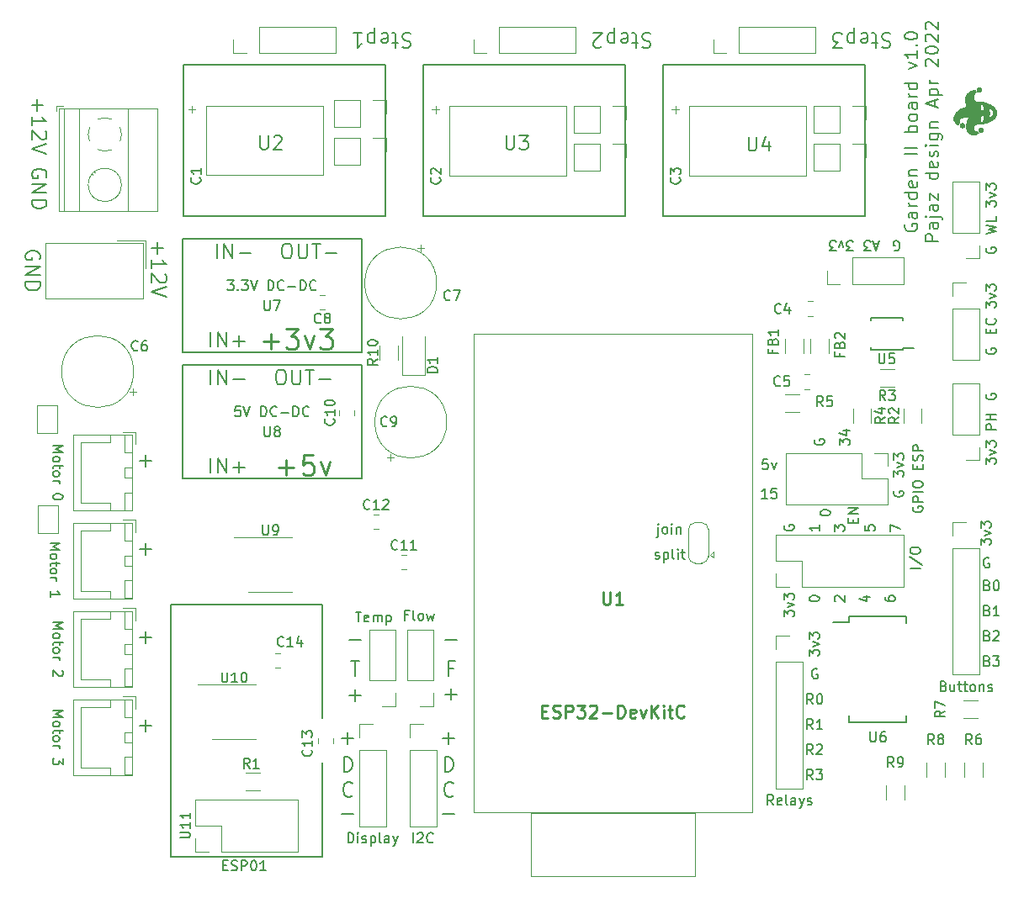
<source format=gbr>
%TF.GenerationSoftware,KiCad,Pcbnew,6.0.4-6f826c9f35~116~ubuntu20.04.1*%
%TF.CreationDate,2022-04-04T16:25:21+02:00*%
%TF.ProjectId,Hydroponics_board_v1,48796472-6f70-46f6-9e69-63735f626f61,rev?*%
%TF.SameCoordinates,Original*%
%TF.FileFunction,Legend,Top*%
%TF.FilePolarity,Positive*%
%FSLAX46Y46*%
G04 Gerber Fmt 4.6, Leading zero omitted, Abs format (unit mm)*
G04 Created by KiCad (PCBNEW 6.0.4-6f826c9f35~116~ubuntu20.04.1) date 2022-04-04 16:25:21*
%MOMM*%
%LPD*%
G01*
G04 APERTURE LIST*
%ADD10C,0.000000*%
%ADD11C,0.150000*%
%ADD12C,0.200000*%
%ADD13C,0.250000*%
%ADD14C,0.254000*%
%ADD15C,0.120000*%
%ADD16C,0.127000*%
G04 APERTURE END LIST*
D10*
G36*
X156306679Y-50114755D02*
G01*
X156320584Y-50115813D01*
X156334287Y-50117555D01*
X156347770Y-50119964D01*
X156361018Y-50123022D01*
X156374011Y-50126713D01*
X156386734Y-50131019D01*
X156399169Y-50135923D01*
X156411299Y-50141408D01*
X156423107Y-50147456D01*
X156434574Y-50154051D01*
X156445685Y-50161175D01*
X156456422Y-50168811D01*
X156466767Y-50176941D01*
X156476704Y-50185549D01*
X156486215Y-50194617D01*
X156495283Y-50204128D01*
X156503891Y-50214065D01*
X156512022Y-50224411D01*
X156519658Y-50235147D01*
X156526781Y-50246258D01*
X156533376Y-50257726D01*
X156539425Y-50269533D01*
X156544909Y-50281663D01*
X156549814Y-50294098D01*
X156554120Y-50306821D01*
X156557811Y-50319815D01*
X156560869Y-50333062D01*
X156563278Y-50346546D01*
X156565020Y-50360249D01*
X156566077Y-50374153D01*
X156566434Y-50388243D01*
X156565822Y-50402332D01*
X156564021Y-50416237D01*
X156561080Y-50429940D01*
X156557048Y-50443423D01*
X156551976Y-50456671D01*
X156545913Y-50469664D01*
X156538909Y-50482387D01*
X156531013Y-50494822D01*
X156522275Y-50506952D01*
X156512745Y-50518760D01*
X156502473Y-50530227D01*
X156491508Y-50541338D01*
X156479900Y-50552075D01*
X156467699Y-50562420D01*
X156454954Y-50572357D01*
X156441716Y-50581868D01*
X156428033Y-50590936D01*
X156413956Y-50599544D01*
X156399534Y-50607675D01*
X156384817Y-50615311D01*
X156369855Y-50622434D01*
X156354697Y-50629029D01*
X156339393Y-50635078D01*
X156323993Y-50640562D01*
X156308546Y-50645467D01*
X156293103Y-50649773D01*
X156277712Y-50653464D01*
X156262424Y-50656522D01*
X156247289Y-50658931D01*
X156232355Y-50660673D01*
X156217673Y-50661730D01*
X156203293Y-50662087D01*
X156189425Y-50661730D01*
X156176237Y-50660673D01*
X156163712Y-50658931D01*
X156151836Y-50656522D01*
X156140592Y-50653464D01*
X156129965Y-50649773D01*
X156119939Y-50645467D01*
X156110499Y-50640562D01*
X156101628Y-50635078D01*
X156093311Y-50629029D01*
X156085533Y-50622434D01*
X156078277Y-50615311D01*
X156071529Y-50607675D01*
X156065271Y-50599544D01*
X156059489Y-50590936D01*
X156054167Y-50581868D01*
X156049289Y-50572357D01*
X156044840Y-50562420D01*
X156040803Y-50552075D01*
X156037164Y-50541338D01*
X156033906Y-50530227D01*
X156031013Y-50518760D01*
X156028470Y-50506952D01*
X156026262Y-50494822D01*
X156022786Y-50469664D01*
X156020458Y-50443423D01*
X156019153Y-50416237D01*
X156018746Y-50388243D01*
X156019103Y-50374154D01*
X156020160Y-50360249D01*
X156021902Y-50346546D01*
X156024311Y-50333062D01*
X156027370Y-50319815D01*
X156031060Y-50306821D01*
X156035366Y-50294098D01*
X156040271Y-50281663D01*
X156045755Y-50269533D01*
X156051804Y-50257726D01*
X156058399Y-50246258D01*
X156065523Y-50235147D01*
X156073158Y-50224411D01*
X156081289Y-50214065D01*
X156089897Y-50204128D01*
X156098965Y-50194617D01*
X156108476Y-50185549D01*
X156118413Y-50176941D01*
X156128758Y-50168811D01*
X156139495Y-50161175D01*
X156150606Y-50154051D01*
X156162073Y-50147456D01*
X156173881Y-50141408D01*
X156186010Y-50135923D01*
X156198445Y-50131019D01*
X156211168Y-50126713D01*
X156224162Y-50123022D01*
X156237410Y-50119964D01*
X156250893Y-50117555D01*
X156264596Y-50115813D01*
X156278501Y-50114755D01*
X156292590Y-50114399D01*
X156306679Y-50114755D01*
G37*
D11*
X90170000Y-102235000D02*
X90170000Y-113665000D01*
X74930000Y-127635000D02*
X74930000Y-102235000D01*
X90170000Y-118110000D02*
X90170000Y-127635000D01*
X74930000Y-127635000D02*
X90170000Y-127635000D01*
D10*
G36*
X156478476Y-53859212D02*
G01*
X156432629Y-53861511D01*
X156385738Y-53862885D01*
X156338105Y-53863201D01*
X156290029Y-53862325D01*
X156241811Y-53860124D01*
X156193751Y-53856463D01*
X156146152Y-53851210D01*
X156099311Y-53844230D01*
X156050484Y-53864180D01*
X156005318Y-53885752D01*
X155963763Y-53908793D01*
X155925766Y-53933149D01*
X155891277Y-53958665D01*
X155860243Y-53985187D01*
X155832612Y-54012561D01*
X155808334Y-54040634D01*
X155787356Y-54069250D01*
X155769627Y-54098257D01*
X155755095Y-54127500D01*
X155743708Y-54156825D01*
X155735415Y-54186078D01*
X155730164Y-54215105D01*
X155727903Y-54243751D01*
X155728581Y-54271863D01*
X155732146Y-54299287D01*
X155738546Y-54325868D01*
X155747730Y-54351453D01*
X155759647Y-54375888D01*
X155774243Y-54399018D01*
X155791468Y-54420689D01*
X155811270Y-54440747D01*
X155833598Y-54459039D01*
X155858399Y-54475410D01*
X155885622Y-54489706D01*
X155915216Y-54501774D01*
X155947128Y-54511458D01*
X155981308Y-54518605D01*
X156017702Y-54523061D01*
X156056260Y-54524672D01*
X156096931Y-54523283D01*
X156101070Y-54539497D01*
X156105895Y-54555247D01*
X156111403Y-54570535D01*
X156117593Y-54585363D01*
X156124462Y-54599734D01*
X156132008Y-54613648D01*
X156140228Y-54627107D01*
X156149120Y-54640113D01*
X156158682Y-54652669D01*
X156168911Y-54664775D01*
X156179805Y-54676433D01*
X156191362Y-54687645D01*
X156203580Y-54698414D01*
X156216455Y-54708740D01*
X156229987Y-54718625D01*
X156244171Y-54728071D01*
X156205439Y-54762811D01*
X156167081Y-54795266D01*
X156129100Y-54825395D01*
X156091498Y-54853155D01*
X156054278Y-54878503D01*
X156017441Y-54901398D01*
X155980990Y-54921796D01*
X155944928Y-54939655D01*
X155909256Y-54954933D01*
X155873977Y-54967587D01*
X155839093Y-54977576D01*
X155804607Y-54984855D01*
X155770521Y-54989384D01*
X155736838Y-54991119D01*
X155703559Y-54990019D01*
X155670687Y-54986040D01*
X155585478Y-54968605D01*
X155506332Y-54945598D01*
X155433096Y-54917320D01*
X155365613Y-54884073D01*
X155303730Y-54846159D01*
X155247292Y-54803878D01*
X155196143Y-54757534D01*
X155150130Y-54707427D01*
X155109097Y-54653860D01*
X155072890Y-54597133D01*
X155041354Y-54537548D01*
X155014334Y-54475408D01*
X154991676Y-54411014D01*
X154973225Y-54344666D01*
X154958826Y-54276668D01*
X154948325Y-54207321D01*
X154941566Y-54136926D01*
X154938396Y-54065786D01*
X154938659Y-53994201D01*
X154942200Y-53922473D01*
X154948866Y-53850904D01*
X154958501Y-53779796D01*
X154970950Y-53709450D01*
X154986059Y-53640168D01*
X155003673Y-53572252D01*
X155023638Y-53506003D01*
X155045798Y-53441723D01*
X155069999Y-53379714D01*
X155096086Y-53320276D01*
X155099595Y-53313141D01*
X156415996Y-53313141D01*
X156416948Y-53337585D01*
X156419156Y-53361631D01*
X156422527Y-53385179D01*
X156426969Y-53408131D01*
X156432389Y-53430389D01*
X156438696Y-53451854D01*
X156445795Y-53472427D01*
X156453596Y-53492010D01*
X156462006Y-53510505D01*
X156470932Y-53527812D01*
X156480282Y-53543834D01*
X156489963Y-53558472D01*
X156499883Y-53571627D01*
X156509949Y-53583200D01*
X156520070Y-53593094D01*
X156530152Y-53601209D01*
X156540104Y-53607448D01*
X156549832Y-53611711D01*
X156559244Y-53613900D01*
X156568249Y-53613916D01*
X156576753Y-53611662D01*
X156580827Y-53609629D01*
X156584864Y-53607098D01*
X156588863Y-53604067D01*
X156592826Y-53600531D01*
X156596751Y-53596485D01*
X156600639Y-53591926D01*
X156604490Y-53586849D01*
X156608304Y-53581251D01*
X156612081Y-53575127D01*
X156615820Y-53568474D01*
X156619522Y-53561287D01*
X156623187Y-53553563D01*
X156626815Y-53545296D01*
X156630405Y-53536484D01*
X156633958Y-53527122D01*
X156637474Y-53517205D01*
X156646985Y-53488038D01*
X156657745Y-53448064D01*
X156668998Y-53399590D01*
X156679983Y-53344924D01*
X156689944Y-53286375D01*
X156698119Y-53226251D01*
X156703753Y-53166859D01*
X156706084Y-53110508D01*
X156704355Y-53059505D01*
X156701731Y-53036730D01*
X156697808Y-53016158D01*
X156692490Y-52998078D01*
X156685683Y-52982777D01*
X156677292Y-52970544D01*
X156667221Y-52961667D01*
X156655378Y-52956436D01*
X156653623Y-52956270D01*
X156641665Y-52955138D01*
X156625989Y-52958063D01*
X156608255Y-52965498D01*
X156588368Y-52977732D01*
X156566233Y-52995054D01*
X156541755Y-53017752D01*
X156514840Y-53046115D01*
X156495878Y-53068442D01*
X156479189Y-53091455D01*
X156464679Y-53115054D01*
X156452258Y-53139142D01*
X156441831Y-53163618D01*
X156433308Y-53188386D01*
X156426595Y-53213347D01*
X156421599Y-53238401D01*
X156418229Y-53263450D01*
X156416393Y-53288396D01*
X156415996Y-53313141D01*
X155099595Y-53313141D01*
X155123905Y-53263713D01*
X155153300Y-53210325D01*
X155184118Y-53160415D01*
X155056554Y-53162507D01*
X154939759Y-53168613D01*
X154833648Y-53178702D01*
X154738136Y-53192741D01*
X154653137Y-53210699D01*
X154578567Y-53232543D01*
X154514338Y-53258241D01*
X154486076Y-53272526D01*
X154460367Y-53287762D01*
X154437201Y-53303946D01*
X154416567Y-53321073D01*
X154398455Y-53339140D01*
X154382853Y-53358143D01*
X154369752Y-53378077D01*
X154359140Y-53398939D01*
X154351007Y-53420725D01*
X154345341Y-53443430D01*
X154342134Y-53467051D01*
X154341373Y-53491583D01*
X154343048Y-53517023D01*
X154347148Y-53543367D01*
X154353663Y-53570611D01*
X154362583Y-53598750D01*
X154387590Y-53657699D01*
X154363329Y-53674394D01*
X154340971Y-53691579D01*
X154320476Y-53709243D01*
X154310914Y-53718252D01*
X154301803Y-53727375D01*
X154293137Y-53736613D01*
X154284911Y-53745963D01*
X154277121Y-53755424D01*
X154269760Y-53764995D01*
X154262824Y-53774674D01*
X154256309Y-53784459D01*
X154250208Y-53794350D01*
X154244517Y-53804344D01*
X154239230Y-53814441D01*
X154234343Y-53824639D01*
X154229850Y-53834936D01*
X154225747Y-53845331D01*
X154218688Y-53866409D01*
X154213126Y-53887862D01*
X154209020Y-53909677D01*
X154206328Y-53931843D01*
X154205011Y-53954349D01*
X154205027Y-53977183D01*
X154113020Y-53932218D01*
X154030286Y-53882626D01*
X153956650Y-53828779D01*
X153891940Y-53771051D01*
X153835983Y-53709814D01*
X153788603Y-53645441D01*
X153749629Y-53578305D01*
X153718887Y-53508778D01*
X153696202Y-53437233D01*
X153681403Y-53364043D01*
X153674315Y-53289581D01*
X153674765Y-53214218D01*
X153682579Y-53138329D01*
X153697584Y-53062286D01*
X153719606Y-52986461D01*
X153748473Y-52911227D01*
X153784009Y-52836957D01*
X153826043Y-52764023D01*
X153874401Y-52692799D01*
X153928909Y-52623657D01*
X153989393Y-52556970D01*
X154055681Y-52493111D01*
X154127598Y-52432451D01*
X154204972Y-52375365D01*
X154287628Y-52322224D01*
X154375394Y-52273402D01*
X154468096Y-52229271D01*
X154565560Y-52190203D01*
X154667613Y-52156573D01*
X154698108Y-52148604D01*
X156413943Y-52148604D01*
X156415300Y-52173323D01*
X156418106Y-52198192D01*
X156422449Y-52223108D01*
X156428418Y-52247969D01*
X156436102Y-52272673D01*
X156445589Y-52297120D01*
X156456968Y-52321206D01*
X156470328Y-52344829D01*
X156485756Y-52367889D01*
X156503342Y-52390283D01*
X156523175Y-52411909D01*
X156551204Y-52439206D01*
X156576578Y-52460936D01*
X156599400Y-52477386D01*
X156619778Y-52488838D01*
X156637817Y-52495578D01*
X156653623Y-52497891D01*
X156667302Y-52496061D01*
X156678960Y-52490372D01*
X156688703Y-52481110D01*
X156696638Y-52468559D01*
X156702869Y-52453003D01*
X156707503Y-52434728D01*
X156710645Y-52414018D01*
X156712403Y-52391157D01*
X156712186Y-52340124D01*
X156707700Y-52283904D01*
X156707516Y-52282527D01*
X157224452Y-52282527D01*
X157258882Y-52336166D01*
X157288538Y-52389930D01*
X157313471Y-52443821D01*
X157333736Y-52497844D01*
X157349384Y-52552002D01*
X157360470Y-52606298D01*
X157367045Y-52660736D01*
X157369163Y-52715319D01*
X157366877Y-52770051D01*
X157360239Y-52824936D01*
X157349302Y-52879976D01*
X157334120Y-52935176D01*
X157314745Y-52990538D01*
X157291231Y-53046067D01*
X157263629Y-53101765D01*
X157231993Y-53157637D01*
X157253033Y-53153762D01*
X157273452Y-53149265D01*
X157293272Y-53144117D01*
X157312515Y-53138289D01*
X157331203Y-53131754D01*
X157349356Y-53124485D01*
X157366996Y-53116453D01*
X157384145Y-53107630D01*
X157400824Y-53097989D01*
X157417055Y-53087501D01*
X157432860Y-53076139D01*
X157448259Y-53063875D01*
X157463274Y-53050680D01*
X157477928Y-53036528D01*
X157492240Y-53021389D01*
X157506234Y-53005237D01*
X157521615Y-52986036D01*
X157536050Y-52966692D01*
X157549528Y-52947221D01*
X157562037Y-52927638D01*
X157573568Y-52907959D01*
X157584108Y-52888198D01*
X157593646Y-52868372D01*
X157602172Y-52848496D01*
X157609674Y-52828584D01*
X157616141Y-52808654D01*
X157621562Y-52788719D01*
X157625926Y-52768795D01*
X157629222Y-52748898D01*
X157631439Y-52729044D01*
X157632564Y-52709247D01*
X157632589Y-52689523D01*
X157631500Y-52669887D01*
X157629288Y-52650355D01*
X157625941Y-52630942D01*
X157621448Y-52611664D01*
X157615797Y-52592536D01*
X157608978Y-52573573D01*
X157600980Y-52554791D01*
X157591791Y-52536205D01*
X157581401Y-52517831D01*
X157569798Y-52499684D01*
X157556970Y-52481779D01*
X157542908Y-52464132D01*
X157527600Y-52446758D01*
X157511034Y-52429673D01*
X157493200Y-52412892D01*
X157474087Y-52396431D01*
X157460553Y-52385602D01*
X157446741Y-52375291D01*
X157432650Y-52365490D01*
X157418283Y-52356197D01*
X157403638Y-52347406D01*
X157388718Y-52339113D01*
X157373522Y-52331313D01*
X157358051Y-52324001D01*
X157342305Y-52317172D01*
X157326286Y-52310823D01*
X157309993Y-52304948D01*
X157293428Y-52299543D01*
X157276591Y-52294603D01*
X157259482Y-52290124D01*
X157242102Y-52286100D01*
X157224452Y-52282527D01*
X156707516Y-52282527D01*
X156699791Y-52224777D01*
X156689309Y-52165017D01*
X156677100Y-52106904D01*
X156664012Y-52052713D01*
X156650892Y-52004723D01*
X156638589Y-51965210D01*
X156627950Y-51936452D01*
X156624071Y-51926680D01*
X156620172Y-51917455D01*
X156616255Y-51908774D01*
X156612316Y-51900634D01*
X156608357Y-51893034D01*
X156604377Y-51885972D01*
X156600374Y-51879444D01*
X156596348Y-51873448D01*
X156592300Y-51867983D01*
X156588227Y-51863046D01*
X156584130Y-51858634D01*
X156580008Y-51854746D01*
X156575861Y-51851378D01*
X156571687Y-51848529D01*
X156567487Y-51846196D01*
X156563259Y-51844377D01*
X156554652Y-51842430D01*
X156545634Y-51842772D01*
X156536293Y-51845300D01*
X156526718Y-51849913D01*
X156516997Y-51856510D01*
X156507219Y-51864987D01*
X156497473Y-51875244D01*
X156487846Y-51887178D01*
X156478429Y-51900687D01*
X156469309Y-51915670D01*
X156460574Y-51932025D01*
X156452315Y-51949650D01*
X156444618Y-51968443D01*
X156437573Y-51988301D01*
X156431268Y-52009124D01*
X156425791Y-52030809D01*
X156421233Y-52053255D01*
X156417680Y-52076359D01*
X156415221Y-52100020D01*
X156413946Y-52124135D01*
X156413943Y-52148604D01*
X154698108Y-52148604D01*
X154774081Y-52128751D01*
X154884792Y-52107112D01*
X154999571Y-52092027D01*
X154965166Y-52011001D01*
X154934808Y-51930380D01*
X154908502Y-51850298D01*
X154886256Y-51770886D01*
X154868078Y-51692276D01*
X154853973Y-51614600D01*
X154843949Y-51537990D01*
X154838012Y-51462577D01*
X154836170Y-51388494D01*
X154838429Y-51315873D01*
X154844797Y-51244844D01*
X154855280Y-51175541D01*
X154869885Y-51108095D01*
X154888619Y-51042639D01*
X154911489Y-50979303D01*
X154938502Y-50918220D01*
X154969665Y-50859522D01*
X155004984Y-50803340D01*
X155044467Y-50749807D01*
X155088120Y-50699054D01*
X155135951Y-50651214D01*
X155187966Y-50606418D01*
X155244172Y-50564798D01*
X155304576Y-50526486D01*
X155369185Y-50491613D01*
X155438006Y-50460313D01*
X155511046Y-50432717D01*
X155588311Y-50408956D01*
X155669809Y-50389162D01*
X155755547Y-50373468D01*
X155845531Y-50362005D01*
X155939768Y-50354905D01*
X155937905Y-50373133D01*
X155936918Y-50391060D01*
X155936790Y-50408691D01*
X155937505Y-50426033D01*
X155939045Y-50443091D01*
X155941394Y-50459871D01*
X155944534Y-50476379D01*
X155948450Y-50492621D01*
X155953123Y-50508602D01*
X155958538Y-50524329D01*
X155964677Y-50539807D01*
X155971524Y-50555042D01*
X155979062Y-50570040D01*
X155987273Y-50584806D01*
X155996141Y-50599347D01*
X156005649Y-50613668D01*
X155971765Y-50646717D01*
X155940208Y-50679915D01*
X155910976Y-50713233D01*
X155884068Y-50746645D01*
X155859479Y-50780121D01*
X155837208Y-50813634D01*
X155817252Y-50847156D01*
X155799609Y-50880659D01*
X155784276Y-50914115D01*
X155771252Y-50947496D01*
X155760532Y-50980773D01*
X155752116Y-51013920D01*
X155746000Y-51046908D01*
X155742182Y-51079708D01*
X155740659Y-51112294D01*
X155741430Y-51144637D01*
X155744491Y-51176709D01*
X155749840Y-51208482D01*
X155757475Y-51239928D01*
X155767392Y-51271019D01*
X155779591Y-51301727D01*
X155794068Y-51332025D01*
X155810820Y-51361884D01*
X155829846Y-51391276D01*
X155851143Y-51420173D01*
X155874707Y-51448548D01*
X155900538Y-51476372D01*
X155928632Y-51503617D01*
X155958987Y-51530256D01*
X155991601Y-51556260D01*
X156026470Y-51581601D01*
X156063593Y-51606252D01*
X156116793Y-51593785D01*
X156171816Y-51584501D01*
X156228290Y-51578162D01*
X156285843Y-51574527D01*
X156344103Y-51573357D01*
X156402698Y-51574412D01*
X156461256Y-51577453D01*
X156519404Y-51582241D01*
X156576771Y-51588536D01*
X156632985Y-51596097D01*
X156740463Y-51614065D01*
X156838863Y-51634229D01*
X156925208Y-51654671D01*
X157023951Y-51681942D01*
X157124320Y-51714658D01*
X157225199Y-51752838D01*
X157325469Y-51796504D01*
X157424014Y-51845677D01*
X157519716Y-51900377D01*
X157611458Y-51960625D01*
X157698122Y-52026444D01*
X157778592Y-52097852D01*
X157816154Y-52135659D01*
X157851749Y-52174872D01*
X157885236Y-52215492D01*
X157916476Y-52257524D01*
X157945329Y-52300968D01*
X157971656Y-52345829D01*
X157995317Y-52392108D01*
X158016172Y-52439808D01*
X158034081Y-52488932D01*
X158048906Y-52539482D01*
X158060505Y-52591461D01*
X158068740Y-52644872D01*
X158073471Y-52699717D01*
X158074558Y-52755999D01*
X158071451Y-52815775D01*
X158063805Y-52874118D01*
X158051676Y-52931046D01*
X158035119Y-52986577D01*
X158014190Y-53040729D01*
X157988945Y-53093520D01*
X157959440Y-53144968D01*
X157925730Y-53195091D01*
X157887872Y-53243908D01*
X157845921Y-53291435D01*
X157799933Y-53337692D01*
X157749964Y-53382696D01*
X157696070Y-53426464D01*
X157638306Y-53469017D01*
X157576728Y-53510370D01*
X157511393Y-53550543D01*
X157420011Y-53598559D01*
X157328328Y-53642599D01*
X157236337Y-53682667D01*
X157231993Y-53684366D01*
X157144035Y-53718768D01*
X157051417Y-53750906D01*
X156958478Y-53779087D01*
X156865213Y-53803314D01*
X156818457Y-53813947D01*
X156771618Y-53823593D01*
X156714813Y-53833497D01*
X156645418Y-53843449D01*
X156568249Y-53852106D01*
X156565837Y-53852377D01*
X156478476Y-53859212D01*
G37*
G36*
X156464636Y-54170421D02*
G01*
X156478540Y-54171479D01*
X156492243Y-54173221D01*
X156505727Y-54175629D01*
X156518974Y-54178688D01*
X156531968Y-54182379D01*
X156544691Y-54186685D01*
X156557126Y-54191589D01*
X156569256Y-54197074D01*
X156581063Y-54203122D01*
X156592531Y-54209717D01*
X156603641Y-54216841D01*
X156614378Y-54224477D01*
X156624724Y-54232607D01*
X156634660Y-54241215D01*
X156644172Y-54250283D01*
X156653240Y-54259794D01*
X156661848Y-54269731D01*
X156669978Y-54280076D01*
X156677614Y-54290813D01*
X156684738Y-54301924D01*
X156691332Y-54313392D01*
X156697381Y-54325199D01*
X156702866Y-54337329D01*
X156707770Y-54349764D01*
X156712076Y-54362487D01*
X156715767Y-54375481D01*
X156718825Y-54388728D01*
X156721234Y-54402212D01*
X156722976Y-54415914D01*
X156724034Y-54429819D01*
X156724390Y-54443908D01*
X156724034Y-54457998D01*
X156722976Y-54471902D01*
X156721234Y-54485605D01*
X156718825Y-54499089D01*
X156715767Y-54512336D01*
X156712076Y-54525330D01*
X156707770Y-54538053D01*
X156702866Y-54550488D01*
X156697381Y-54562618D01*
X156691333Y-54574425D01*
X156684738Y-54585893D01*
X156677614Y-54597004D01*
X156669978Y-54607740D01*
X156661848Y-54618086D01*
X156653240Y-54628023D01*
X156644172Y-54637534D01*
X156634661Y-54646602D01*
X156624724Y-54655210D01*
X156614378Y-54663340D01*
X156603642Y-54670976D01*
X156592531Y-54678100D01*
X156581063Y-54684695D01*
X156569256Y-54690743D01*
X156557126Y-54696228D01*
X156544691Y-54701132D01*
X156531968Y-54705438D01*
X156518974Y-54709129D01*
X156505727Y-54712187D01*
X156492243Y-54714596D01*
X156478540Y-54716338D01*
X156464636Y-54717396D01*
X156450546Y-54717752D01*
X156436457Y-54717396D01*
X156422552Y-54716338D01*
X156408850Y-54714596D01*
X156395366Y-54712187D01*
X156382119Y-54709129D01*
X156369125Y-54705438D01*
X156356402Y-54701132D01*
X156343967Y-54696228D01*
X156331837Y-54690743D01*
X156320030Y-54684695D01*
X156308562Y-54678100D01*
X156297451Y-54670976D01*
X156286714Y-54663340D01*
X156276369Y-54655210D01*
X156266432Y-54646602D01*
X156256921Y-54637534D01*
X156247853Y-54628023D01*
X156239245Y-54618086D01*
X156231114Y-54607740D01*
X156223479Y-54597004D01*
X156216355Y-54585893D01*
X156209760Y-54574425D01*
X156203712Y-54562618D01*
X156198227Y-54550488D01*
X156193323Y-54538053D01*
X156189016Y-54525330D01*
X156185326Y-54512336D01*
X156182267Y-54499089D01*
X156179858Y-54485605D01*
X156178117Y-54471902D01*
X156177059Y-54457998D01*
X156176702Y-54443908D01*
X156177059Y-54429819D01*
X156178117Y-54415914D01*
X156179858Y-54402212D01*
X156182267Y-54388728D01*
X156185326Y-54375481D01*
X156189016Y-54362487D01*
X156193323Y-54349764D01*
X156198227Y-54337329D01*
X156203712Y-54325199D01*
X156209760Y-54313392D01*
X156216355Y-54301924D01*
X156223479Y-54290813D01*
X156231114Y-54280076D01*
X156239245Y-54269731D01*
X156247853Y-54259794D01*
X156256921Y-54250283D01*
X156266432Y-54241215D01*
X156276369Y-54232607D01*
X156286714Y-54224477D01*
X156297451Y-54216841D01*
X156308562Y-54209717D01*
X156320029Y-54203122D01*
X156331837Y-54197074D01*
X156343967Y-54191589D01*
X156356402Y-54186685D01*
X156369125Y-54182379D01*
X156382119Y-54178688D01*
X156395366Y-54175629D01*
X156408850Y-54173221D01*
X156422552Y-54171479D01*
X156436457Y-54170421D01*
X156450546Y-54170065D01*
X156464636Y-54170421D01*
G37*
G36*
X154592576Y-53715602D02*
G01*
X154606481Y-53716660D01*
X154620184Y-53718402D01*
X154633667Y-53720811D01*
X154646915Y-53723869D01*
X154659908Y-53727560D01*
X154672631Y-53731866D01*
X154685066Y-53736770D01*
X154697196Y-53742255D01*
X154709004Y-53748303D01*
X154720471Y-53754898D01*
X154731582Y-53762022D01*
X154742319Y-53769658D01*
X154752664Y-53777788D01*
X154762601Y-53786396D01*
X154772112Y-53795464D01*
X154781180Y-53804975D01*
X154789788Y-53814912D01*
X154797919Y-53825258D01*
X154805554Y-53835994D01*
X154812678Y-53847105D01*
X154819273Y-53858573D01*
X154825321Y-53870380D01*
X154830806Y-53882510D01*
X154835710Y-53894945D01*
X154840017Y-53907668D01*
X154843707Y-53920662D01*
X154846766Y-53933909D01*
X154849175Y-53947393D01*
X154850916Y-53961096D01*
X154851974Y-53975000D01*
X154852331Y-53989090D01*
X154851974Y-54003179D01*
X154850916Y-54017084D01*
X154849175Y-54030786D01*
X154846766Y-54044270D01*
X154843707Y-54057517D01*
X154840017Y-54070511D01*
X154835710Y-54083234D01*
X154830806Y-54095669D01*
X154825321Y-54107799D01*
X154819273Y-54119606D01*
X154812678Y-54131074D01*
X154805554Y-54142185D01*
X154797919Y-54152922D01*
X154789788Y-54163267D01*
X154781180Y-54173204D01*
X154772112Y-54182715D01*
X154762601Y-54191783D01*
X154752664Y-54200391D01*
X154742319Y-54208521D01*
X154731582Y-54216157D01*
X154720471Y-54223281D01*
X154709004Y-54229876D01*
X154697196Y-54235924D01*
X154685066Y-54241409D01*
X154672631Y-54246313D01*
X154659908Y-54250619D01*
X154646915Y-54254310D01*
X154633667Y-54257369D01*
X154620184Y-54259777D01*
X154606481Y-54261519D01*
X154592576Y-54262577D01*
X154578487Y-54262933D01*
X154564398Y-54262577D01*
X154550493Y-54261519D01*
X154536790Y-54259777D01*
X154523307Y-54257369D01*
X154510059Y-54254310D01*
X154497065Y-54250619D01*
X154484342Y-54246313D01*
X154471907Y-54241409D01*
X154459778Y-54235924D01*
X154447970Y-54229876D01*
X154436502Y-54223281D01*
X154425392Y-54216157D01*
X154414655Y-54208521D01*
X154404309Y-54200391D01*
X154394373Y-54191783D01*
X154384862Y-54182715D01*
X154375793Y-54173204D01*
X154367186Y-54163267D01*
X154359055Y-54152922D01*
X154351419Y-54142185D01*
X154344296Y-54131074D01*
X154337701Y-54119606D01*
X154331652Y-54107799D01*
X154326167Y-54095669D01*
X154321263Y-54083234D01*
X154316957Y-54070511D01*
X154313266Y-54057517D01*
X154310208Y-54044270D01*
X154307799Y-54030786D01*
X154306057Y-54017084D01*
X154305000Y-54003179D01*
X154304643Y-53989090D01*
X154305000Y-53975000D01*
X154306057Y-53961096D01*
X154307799Y-53947393D01*
X154310208Y-53933909D01*
X154313266Y-53920662D01*
X154316957Y-53907668D01*
X154321263Y-53894945D01*
X154326167Y-53882510D01*
X154331652Y-53870380D01*
X154337701Y-53858573D01*
X154344296Y-53847105D01*
X154351419Y-53835994D01*
X154359055Y-53825258D01*
X154367186Y-53814912D01*
X154375793Y-53804975D01*
X154384862Y-53795464D01*
X154394373Y-53786396D01*
X154404309Y-53777788D01*
X154414655Y-53769658D01*
X154425392Y-53762022D01*
X154436502Y-53754898D01*
X154447970Y-53748303D01*
X154459778Y-53742255D01*
X154471907Y-53736770D01*
X154484342Y-53731866D01*
X154497065Y-53727560D01*
X154510059Y-53723869D01*
X154523307Y-53720811D01*
X154536790Y-53718402D01*
X154550493Y-53716660D01*
X154564398Y-53715602D01*
X154578487Y-53715246D01*
X154592576Y-53715602D01*
G37*
D11*
X74930000Y-102235000D02*
X90170000Y-102235000D01*
D12*
X123192857Y-44732857D02*
X122978571Y-44661428D01*
X122621428Y-44661428D01*
X122478571Y-44732857D01*
X122407142Y-44804285D01*
X122335714Y-44947142D01*
X122335714Y-45090000D01*
X122407142Y-45232857D01*
X122478571Y-45304285D01*
X122621428Y-45375714D01*
X122907142Y-45447142D01*
X123050000Y-45518571D01*
X123121428Y-45590000D01*
X123192857Y-45732857D01*
X123192857Y-45875714D01*
X123121428Y-46018571D01*
X123050000Y-46090000D01*
X122907142Y-46161428D01*
X122550000Y-46161428D01*
X122335714Y-46090000D01*
X121907142Y-45661428D02*
X121335714Y-45661428D01*
X121692857Y-46161428D02*
X121692857Y-44875714D01*
X121621428Y-44732857D01*
X121478571Y-44661428D01*
X121335714Y-44661428D01*
X120264285Y-44732857D02*
X120407142Y-44661428D01*
X120692857Y-44661428D01*
X120835714Y-44732857D01*
X120907142Y-44875714D01*
X120907142Y-45447142D01*
X120835714Y-45590000D01*
X120692857Y-45661428D01*
X120407142Y-45661428D01*
X120264285Y-45590000D01*
X120192857Y-45447142D01*
X120192857Y-45304285D01*
X120907142Y-45161428D01*
X119550000Y-45661428D02*
X119550000Y-44161428D01*
X119550000Y-45590000D02*
X119407142Y-45661428D01*
X119121428Y-45661428D01*
X118978571Y-45590000D01*
X118907142Y-45518571D01*
X118835714Y-45375714D01*
X118835714Y-44947142D01*
X118907142Y-44804285D01*
X118978571Y-44732857D01*
X119121428Y-44661428D01*
X119407142Y-44661428D01*
X119550000Y-44732857D01*
X118264285Y-46018571D02*
X118192857Y-46090000D01*
X118050000Y-46161428D01*
X117692857Y-46161428D01*
X117550000Y-46090000D01*
X117478571Y-46018571D01*
X117407142Y-45875714D01*
X117407142Y-45732857D01*
X117478571Y-45518571D01*
X118335714Y-44661428D01*
X117407142Y-44661428D01*
X79565714Y-67353571D02*
X79565714Y-65853571D01*
X80280000Y-67353571D02*
X80280000Y-65853571D01*
X81137142Y-67353571D01*
X81137142Y-65853571D01*
X81851428Y-66782142D02*
X82994285Y-66782142D01*
D11*
X139533333Y-117292380D02*
X139200000Y-116816190D01*
X138961904Y-117292380D02*
X138961904Y-116292380D01*
X139342857Y-116292380D01*
X139438095Y-116340000D01*
X139485714Y-116387619D01*
X139533333Y-116482857D01*
X139533333Y-116625714D01*
X139485714Y-116720952D01*
X139438095Y-116768571D01*
X139342857Y-116816190D01*
X138961904Y-116816190D01*
X139914285Y-116387619D02*
X139961904Y-116340000D01*
X140057142Y-116292380D01*
X140295238Y-116292380D01*
X140390476Y-116340000D01*
X140438095Y-116387619D01*
X140485714Y-116482857D01*
X140485714Y-116578095D01*
X140438095Y-116720952D01*
X139866666Y-117292380D01*
X140485714Y-117292380D01*
X152678095Y-110413571D02*
X152820952Y-110461190D01*
X152868571Y-110508809D01*
X152916190Y-110604047D01*
X152916190Y-110746904D01*
X152868571Y-110842142D01*
X152820952Y-110889761D01*
X152725714Y-110937380D01*
X152344761Y-110937380D01*
X152344761Y-109937380D01*
X152678095Y-109937380D01*
X152773333Y-109985000D01*
X152820952Y-110032619D01*
X152868571Y-110127857D01*
X152868571Y-110223095D01*
X152820952Y-110318333D01*
X152773333Y-110365952D01*
X152678095Y-110413571D01*
X152344761Y-110413571D01*
X153773333Y-110270714D02*
X153773333Y-110937380D01*
X153344761Y-110270714D02*
X153344761Y-110794523D01*
X153392380Y-110889761D01*
X153487619Y-110937380D01*
X153630476Y-110937380D01*
X153725714Y-110889761D01*
X153773333Y-110842142D01*
X154106666Y-110270714D02*
X154487619Y-110270714D01*
X154249523Y-109937380D02*
X154249523Y-110794523D01*
X154297142Y-110889761D01*
X154392380Y-110937380D01*
X154487619Y-110937380D01*
X154678095Y-110270714D02*
X155059047Y-110270714D01*
X154820952Y-109937380D02*
X154820952Y-110794523D01*
X154868571Y-110889761D01*
X154963809Y-110937380D01*
X155059047Y-110937380D01*
X155535238Y-110937380D02*
X155440000Y-110889761D01*
X155392380Y-110842142D01*
X155344761Y-110746904D01*
X155344761Y-110461190D01*
X155392380Y-110365952D01*
X155440000Y-110318333D01*
X155535238Y-110270714D01*
X155678095Y-110270714D01*
X155773333Y-110318333D01*
X155820952Y-110365952D01*
X155868571Y-110461190D01*
X155868571Y-110746904D01*
X155820952Y-110842142D01*
X155773333Y-110889761D01*
X155678095Y-110937380D01*
X155535238Y-110937380D01*
X156297142Y-110270714D02*
X156297142Y-110937380D01*
X156297142Y-110365952D02*
X156344761Y-110318333D01*
X156440000Y-110270714D01*
X156582857Y-110270714D01*
X156678095Y-110318333D01*
X156725714Y-110413571D01*
X156725714Y-110937380D01*
X157154285Y-110889761D02*
X157249523Y-110937380D01*
X157440000Y-110937380D01*
X157535238Y-110889761D01*
X157582857Y-110794523D01*
X157582857Y-110746904D01*
X157535238Y-110651666D01*
X157440000Y-110604047D01*
X157297142Y-110604047D01*
X157201904Y-110556428D01*
X157154285Y-110461190D01*
X157154285Y-110413571D01*
X157201904Y-110318333D01*
X157297142Y-110270714D01*
X157440000Y-110270714D01*
X157535238Y-110318333D01*
X98802961Y-103255771D02*
X98469628Y-103255771D01*
X98469628Y-103779580D02*
X98469628Y-102779580D01*
X98945819Y-102779580D01*
X99469628Y-103779580D02*
X99374390Y-103731961D01*
X99326771Y-103636723D01*
X99326771Y-102779580D01*
X99993438Y-103779580D02*
X99898200Y-103731961D01*
X99850580Y-103684342D01*
X99802961Y-103589104D01*
X99802961Y-103303390D01*
X99850580Y-103208152D01*
X99898200Y-103160533D01*
X99993438Y-103112914D01*
X100136295Y-103112914D01*
X100231533Y-103160533D01*
X100279152Y-103208152D01*
X100326771Y-103303390D01*
X100326771Y-103589104D01*
X100279152Y-103684342D01*
X100231533Y-103731961D01*
X100136295Y-103779580D01*
X99993438Y-103779580D01*
X100660104Y-103112914D02*
X100850580Y-103779580D01*
X101041057Y-103303390D01*
X101231533Y-103779580D01*
X101422009Y-103112914D01*
D12*
X86471428Y-65853571D02*
X86757142Y-65853571D01*
X86900000Y-65925000D01*
X87042857Y-66067857D01*
X87114285Y-66353571D01*
X87114285Y-66853571D01*
X87042857Y-67139285D01*
X86900000Y-67282142D01*
X86757142Y-67353571D01*
X86471428Y-67353571D01*
X86328571Y-67282142D01*
X86185714Y-67139285D01*
X86114285Y-66853571D01*
X86114285Y-66353571D01*
X86185714Y-66067857D01*
X86328571Y-65925000D01*
X86471428Y-65853571D01*
X87757142Y-65853571D02*
X87757142Y-67067857D01*
X87828571Y-67210714D01*
X87900000Y-67282142D01*
X88042857Y-67353571D01*
X88328571Y-67353571D01*
X88471428Y-67282142D01*
X88542857Y-67210714D01*
X88614285Y-67067857D01*
X88614285Y-65853571D01*
X89114285Y-65853571D02*
X89971428Y-65853571D01*
X89542857Y-67353571D02*
X89542857Y-65853571D01*
X90471428Y-66782142D02*
X91614285Y-66782142D01*
X71818571Y-105517142D02*
X72961428Y-105517142D01*
X72390000Y-106088571D02*
X72390000Y-104945714D01*
D13*
X84201428Y-75707857D02*
X85725238Y-75707857D01*
X84963333Y-76469761D02*
X84963333Y-74945952D01*
X86487142Y-74469761D02*
X87725238Y-74469761D01*
X87058571Y-75231666D01*
X87344285Y-75231666D01*
X87534761Y-75326904D01*
X87630000Y-75422142D01*
X87725238Y-75612619D01*
X87725238Y-76088809D01*
X87630000Y-76279285D01*
X87534761Y-76374523D01*
X87344285Y-76469761D01*
X86772857Y-76469761D01*
X86582380Y-76374523D01*
X86487142Y-76279285D01*
X88391904Y-75136428D02*
X88868095Y-76469761D01*
X89344285Y-75136428D01*
X89915714Y-74469761D02*
X91153809Y-74469761D01*
X90487142Y-75231666D01*
X90772857Y-75231666D01*
X90963333Y-75326904D01*
X91058571Y-75422142D01*
X91153809Y-75612619D01*
X91153809Y-76088809D01*
X91058571Y-76279285D01*
X90963333Y-76374523D01*
X90772857Y-76469761D01*
X90201428Y-76469761D01*
X90010952Y-76374523D01*
X89915714Y-76279285D01*
D11*
X156424380Y-96186476D02*
X156424380Y-95567428D01*
X156805333Y-95900761D01*
X156805333Y-95757904D01*
X156852952Y-95662666D01*
X156900571Y-95615047D01*
X156995809Y-95567428D01*
X157233904Y-95567428D01*
X157329142Y-95615047D01*
X157376761Y-95662666D01*
X157424380Y-95757904D01*
X157424380Y-96043619D01*
X157376761Y-96138857D01*
X157329142Y-96186476D01*
X156757714Y-95234095D02*
X157424380Y-94996000D01*
X156757714Y-94757904D01*
X156424380Y-94472190D02*
X156424380Y-93853142D01*
X156805333Y-94186476D01*
X156805333Y-94043619D01*
X156852952Y-93948380D01*
X156900571Y-93900761D01*
X156995809Y-93853142D01*
X157233904Y-93853142D01*
X157329142Y-93900761D01*
X157376761Y-93948380D01*
X157424380Y-94043619D01*
X157424380Y-94329333D01*
X157376761Y-94424571D01*
X157329142Y-94472190D01*
X146772380Y-101409523D02*
X146772380Y-101600000D01*
X146820000Y-101695238D01*
X146867619Y-101742857D01*
X147010476Y-101838095D01*
X147200952Y-101885714D01*
X147581904Y-101885714D01*
X147677142Y-101838095D01*
X147724761Y-101790476D01*
X147772380Y-101695238D01*
X147772380Y-101504761D01*
X147724761Y-101409523D01*
X147677142Y-101361904D01*
X147581904Y-101314285D01*
X147343809Y-101314285D01*
X147248571Y-101361904D01*
X147200952Y-101409523D01*
X147153333Y-101504761D01*
X147153333Y-101695238D01*
X147200952Y-101790476D01*
X147248571Y-101838095D01*
X147343809Y-101885714D01*
X143557476Y-66587619D02*
X142938428Y-66587619D01*
X143271761Y-66206666D01*
X143128904Y-66206666D01*
X143033666Y-66159047D01*
X142986047Y-66111428D01*
X142938428Y-66016190D01*
X142938428Y-65778095D01*
X142986047Y-65682857D01*
X143033666Y-65635238D01*
X143128904Y-65587619D01*
X143414619Y-65587619D01*
X143509857Y-65635238D01*
X143557476Y-65682857D01*
X142605095Y-66254285D02*
X142367000Y-65587619D01*
X142128904Y-66254285D01*
X141843190Y-66587619D02*
X141224142Y-66587619D01*
X141557476Y-66206666D01*
X141414619Y-66206666D01*
X141319380Y-66159047D01*
X141271761Y-66111428D01*
X141224142Y-66016190D01*
X141224142Y-65778095D01*
X141271761Y-65682857D01*
X141319380Y-65635238D01*
X141414619Y-65587619D01*
X141700333Y-65587619D01*
X141795571Y-65635238D01*
X141843190Y-65682857D01*
D12*
X92138571Y-115677142D02*
X93281428Y-115677142D01*
X92710000Y-116248571D02*
X92710000Y-115105714D01*
D11*
X63047619Y-103989523D02*
X64047619Y-103989523D01*
X63333333Y-104322857D01*
X64047619Y-104656190D01*
X63047619Y-104656190D01*
X63047619Y-105275238D02*
X63095238Y-105180000D01*
X63142857Y-105132380D01*
X63238095Y-105084761D01*
X63523809Y-105084761D01*
X63619047Y-105132380D01*
X63666666Y-105180000D01*
X63714285Y-105275238D01*
X63714285Y-105418095D01*
X63666666Y-105513333D01*
X63619047Y-105560952D01*
X63523809Y-105608571D01*
X63238095Y-105608571D01*
X63142857Y-105560952D01*
X63095238Y-105513333D01*
X63047619Y-105418095D01*
X63047619Y-105275238D01*
X63714285Y-105894285D02*
X63714285Y-106275238D01*
X64047619Y-106037142D02*
X63190476Y-106037142D01*
X63095238Y-106084761D01*
X63047619Y-106180000D01*
X63047619Y-106275238D01*
X63047619Y-106751428D02*
X63095238Y-106656190D01*
X63142857Y-106608571D01*
X63238095Y-106560952D01*
X63523809Y-106560952D01*
X63619047Y-106608571D01*
X63666666Y-106656190D01*
X63714285Y-106751428D01*
X63714285Y-106894285D01*
X63666666Y-106989523D01*
X63619047Y-107037142D01*
X63523809Y-107084761D01*
X63238095Y-107084761D01*
X63142857Y-107037142D01*
X63095238Y-106989523D01*
X63047619Y-106894285D01*
X63047619Y-106751428D01*
X63047619Y-107513333D02*
X63714285Y-107513333D01*
X63523809Y-107513333D02*
X63619047Y-107560952D01*
X63666666Y-107608571D01*
X63714285Y-107703809D01*
X63714285Y-107799047D01*
X63952380Y-108846666D02*
X64000000Y-108894285D01*
X64047619Y-108989523D01*
X64047619Y-109227619D01*
X64000000Y-109322857D01*
X63952380Y-109370476D01*
X63857142Y-109418095D01*
X63761904Y-109418095D01*
X63619047Y-109370476D01*
X63047619Y-108799047D01*
X63047619Y-109418095D01*
X156932380Y-62150476D02*
X156932380Y-61531428D01*
X157313333Y-61864761D01*
X157313333Y-61721904D01*
X157360952Y-61626666D01*
X157408571Y-61579047D01*
X157503809Y-61531428D01*
X157741904Y-61531428D01*
X157837142Y-61579047D01*
X157884761Y-61626666D01*
X157932380Y-61721904D01*
X157932380Y-62007619D01*
X157884761Y-62102857D01*
X157837142Y-62150476D01*
X157265714Y-61198095D02*
X157932380Y-60960000D01*
X157265714Y-60721904D01*
X156932380Y-60436190D02*
X156932380Y-59817142D01*
X157313333Y-60150476D01*
X157313333Y-60007619D01*
X157360952Y-59912380D01*
X157408571Y-59864761D01*
X157503809Y-59817142D01*
X157741904Y-59817142D01*
X157837142Y-59864761D01*
X157884761Y-59912380D01*
X157932380Y-60007619D01*
X157932380Y-60293333D01*
X157884761Y-60388571D01*
X157837142Y-60436190D01*
D12*
X92138571Y-123297142D02*
X93281428Y-123297142D01*
D11*
X139152380Y-107362476D02*
X139152380Y-106743428D01*
X139533333Y-107076761D01*
X139533333Y-106933904D01*
X139580952Y-106838666D01*
X139628571Y-106791047D01*
X139723809Y-106743428D01*
X139961904Y-106743428D01*
X140057142Y-106791047D01*
X140104761Y-106838666D01*
X140152380Y-106933904D01*
X140152380Y-107219619D01*
X140104761Y-107314857D01*
X140057142Y-107362476D01*
X139485714Y-106410095D02*
X140152380Y-106172000D01*
X139485714Y-105933904D01*
X139152380Y-105648190D02*
X139152380Y-105029142D01*
X139533333Y-105362476D01*
X139533333Y-105219619D01*
X139580952Y-105124380D01*
X139628571Y-105076761D01*
X139723809Y-105029142D01*
X139961904Y-105029142D01*
X140057142Y-105076761D01*
X140104761Y-105124380D01*
X140152380Y-105219619D01*
X140152380Y-105505333D01*
X140104761Y-105600571D01*
X140057142Y-105648190D01*
D12*
X62345000Y-59182142D02*
X62416428Y-59039285D01*
X62416428Y-58825000D01*
X62345000Y-58610714D01*
X62202142Y-58467857D01*
X62059285Y-58396428D01*
X61773571Y-58325000D01*
X61559285Y-58325000D01*
X61273571Y-58396428D01*
X61130714Y-58467857D01*
X60987857Y-58610714D01*
X60916428Y-58825000D01*
X60916428Y-58967857D01*
X60987857Y-59182142D01*
X61059285Y-59253571D01*
X61559285Y-59253571D01*
X61559285Y-58967857D01*
X60916428Y-59896428D02*
X62416428Y-59896428D01*
X60916428Y-60753571D01*
X62416428Y-60753571D01*
X60916428Y-61467857D02*
X62416428Y-61467857D01*
X62416428Y-61825000D01*
X62345000Y-62039285D01*
X62202142Y-62182142D01*
X62059285Y-62253571D01*
X61773571Y-62325000D01*
X61559285Y-62325000D01*
X61273571Y-62253571D01*
X61130714Y-62182142D01*
X60987857Y-62039285D01*
X60916428Y-61825000D01*
X60916428Y-61467857D01*
X61487857Y-51332142D02*
X61487857Y-52475000D01*
X60916428Y-51903571D02*
X62059285Y-51903571D01*
X60916428Y-53975000D02*
X60916428Y-53117857D01*
X60916428Y-53546428D02*
X62416428Y-53546428D01*
X62202142Y-53403571D01*
X62059285Y-53260714D01*
X61987857Y-53117857D01*
X62273571Y-54546428D02*
X62345000Y-54617857D01*
X62416428Y-54760714D01*
X62416428Y-55117857D01*
X62345000Y-55260714D01*
X62273571Y-55332142D01*
X62130714Y-55403571D01*
X61987857Y-55403571D01*
X61773571Y-55332142D01*
X60916428Y-54475000D01*
X60916428Y-55403571D01*
X62416428Y-55832142D02*
X60916428Y-56332142D01*
X62416428Y-56832142D01*
D11*
X144565714Y-101409523D02*
X145232380Y-101409523D01*
X144184761Y-101647619D02*
X144899047Y-101885714D01*
X144899047Y-101266666D01*
X147709000Y-90797095D02*
X147661380Y-90892333D01*
X147661380Y-91035190D01*
X147709000Y-91178047D01*
X147804238Y-91273285D01*
X147899476Y-91320904D01*
X148089952Y-91368523D01*
X148232809Y-91368523D01*
X148423285Y-91320904D01*
X148518523Y-91273285D01*
X148613761Y-91178047D01*
X148661380Y-91035190D01*
X148661380Y-90939952D01*
X148613761Y-90797095D01*
X148566142Y-90749476D01*
X148232809Y-90749476D01*
X148232809Y-90939952D01*
X157075238Y-105338571D02*
X157218095Y-105386190D01*
X157265714Y-105433809D01*
X157313333Y-105529047D01*
X157313333Y-105671904D01*
X157265714Y-105767142D01*
X157218095Y-105814761D01*
X157122857Y-105862380D01*
X156741904Y-105862380D01*
X156741904Y-104862380D01*
X157075238Y-104862380D01*
X157170476Y-104910000D01*
X157218095Y-104957619D01*
X157265714Y-105052857D01*
X157265714Y-105148095D01*
X157218095Y-105243333D01*
X157170476Y-105290952D01*
X157075238Y-105338571D01*
X156741904Y-105338571D01*
X157694285Y-104957619D02*
X157741904Y-104910000D01*
X157837142Y-104862380D01*
X158075238Y-104862380D01*
X158170476Y-104910000D01*
X158218095Y-104957619D01*
X158265714Y-105052857D01*
X158265714Y-105148095D01*
X158218095Y-105290952D01*
X157646666Y-105862380D01*
X158265714Y-105862380D01*
D12*
X102552571Y-105771142D02*
X103695428Y-105771142D01*
D11*
X139708000Y-85590095D02*
X139660380Y-85685333D01*
X139660380Y-85828190D01*
X139708000Y-85971047D01*
X139803238Y-86066285D01*
X139898476Y-86113904D01*
X140088952Y-86161523D01*
X140231809Y-86161523D01*
X140422285Y-86113904D01*
X140517523Y-86066285D01*
X140612761Y-85971047D01*
X140660380Y-85828190D01*
X140660380Y-85732952D01*
X140612761Y-85590095D01*
X140565142Y-85542476D01*
X140231809Y-85542476D01*
X140231809Y-85732952D01*
D12*
X147322857Y-44732857D02*
X147108571Y-44661428D01*
X146751428Y-44661428D01*
X146608571Y-44732857D01*
X146537142Y-44804285D01*
X146465714Y-44947142D01*
X146465714Y-45090000D01*
X146537142Y-45232857D01*
X146608571Y-45304285D01*
X146751428Y-45375714D01*
X147037142Y-45447142D01*
X147180000Y-45518571D01*
X147251428Y-45590000D01*
X147322857Y-45732857D01*
X147322857Y-45875714D01*
X147251428Y-46018571D01*
X147180000Y-46090000D01*
X147037142Y-46161428D01*
X146680000Y-46161428D01*
X146465714Y-46090000D01*
X146037142Y-45661428D02*
X145465714Y-45661428D01*
X145822857Y-46161428D02*
X145822857Y-44875714D01*
X145751428Y-44732857D01*
X145608571Y-44661428D01*
X145465714Y-44661428D01*
X144394285Y-44732857D02*
X144537142Y-44661428D01*
X144822857Y-44661428D01*
X144965714Y-44732857D01*
X145037142Y-44875714D01*
X145037142Y-45447142D01*
X144965714Y-45590000D01*
X144822857Y-45661428D01*
X144537142Y-45661428D01*
X144394285Y-45590000D01*
X144322857Y-45447142D01*
X144322857Y-45304285D01*
X145037142Y-45161428D01*
X143680000Y-45661428D02*
X143680000Y-44161428D01*
X143680000Y-45590000D02*
X143537142Y-45661428D01*
X143251428Y-45661428D01*
X143108571Y-45590000D01*
X143037142Y-45518571D01*
X142965714Y-45375714D01*
X142965714Y-44947142D01*
X143037142Y-44804285D01*
X143108571Y-44732857D01*
X143251428Y-44661428D01*
X143537142Y-44661428D01*
X143680000Y-44732857D01*
X142465714Y-46161428D02*
X141537142Y-46161428D01*
X142037142Y-45590000D01*
X141822857Y-45590000D01*
X141680000Y-45518571D01*
X141608571Y-45447142D01*
X141537142Y-45304285D01*
X141537142Y-44947142D01*
X141608571Y-44804285D01*
X141680000Y-44732857D01*
X141822857Y-44661428D01*
X142251428Y-44661428D01*
X142394285Y-44732857D01*
X142465714Y-44804285D01*
X92900571Y-111359142D02*
X94043428Y-111359142D01*
X93472000Y-111930571D02*
X93472000Y-110787714D01*
X102552571Y-111227142D02*
X103695428Y-111227142D01*
X103124000Y-111798571D02*
X103124000Y-110655714D01*
X93174285Y-121439714D02*
X93102857Y-121511142D01*
X92888571Y-121582571D01*
X92745714Y-121582571D01*
X92531428Y-121511142D01*
X92388571Y-121368285D01*
X92317142Y-121225428D01*
X92245714Y-120939714D01*
X92245714Y-120725428D01*
X92317142Y-120439714D01*
X92388571Y-120296857D01*
X92531428Y-120154000D01*
X92745714Y-120082571D01*
X92888571Y-120082571D01*
X93102857Y-120154000D01*
X93174285Y-120225428D01*
D11*
X140152380Y-94202285D02*
X140152380Y-94773714D01*
X140152380Y-94488000D02*
X139152380Y-94488000D01*
X139295238Y-94583238D01*
X139390476Y-94678476D01*
X139438095Y-94773714D01*
X139152380Y-101647619D02*
X139152380Y-101552380D01*
X139200000Y-101457142D01*
X139247619Y-101409523D01*
X139342857Y-101361904D01*
X139533333Y-101314285D01*
X139771428Y-101314285D01*
X139961904Y-101361904D01*
X140057142Y-101409523D01*
X140104761Y-101457142D01*
X140152380Y-101552380D01*
X140152380Y-101647619D01*
X140104761Y-101742857D01*
X140057142Y-101790476D01*
X139961904Y-101838095D01*
X139771428Y-101885714D01*
X139533333Y-101885714D01*
X139342857Y-101838095D01*
X139247619Y-101790476D01*
X139200000Y-101742857D01*
X139152380Y-101647619D01*
X156980000Y-81018095D02*
X156932380Y-81113333D01*
X156932380Y-81256190D01*
X156980000Y-81399047D01*
X157075238Y-81494285D01*
X157170476Y-81541904D01*
X157360952Y-81589523D01*
X157503809Y-81589523D01*
X157694285Y-81541904D01*
X157789523Y-81494285D01*
X157884761Y-81399047D01*
X157932380Y-81256190D01*
X157932380Y-81160952D01*
X157884761Y-81018095D01*
X157837142Y-80970476D01*
X157503809Y-80970476D01*
X157503809Y-81160952D01*
D12*
X93043428Y-107890571D02*
X93900571Y-107890571D01*
X93472000Y-109390571D02*
X93472000Y-107890571D01*
D11*
X157408571Y-74882285D02*
X157408571Y-74548952D01*
X157932380Y-74406095D02*
X157932380Y-74882285D01*
X156932380Y-74882285D01*
X156932380Y-74406095D01*
X157837142Y-73406095D02*
X157884761Y-73453714D01*
X157932380Y-73596571D01*
X157932380Y-73691809D01*
X157884761Y-73834666D01*
X157789523Y-73929904D01*
X157694285Y-73977523D01*
X157503809Y-74025142D01*
X157360952Y-74025142D01*
X157170476Y-73977523D01*
X157075238Y-73929904D01*
X156980000Y-73834666D01*
X156932380Y-73691809D01*
X156932380Y-73596571D01*
X156980000Y-73453714D01*
X157027619Y-73406095D01*
X93518266Y-102931980D02*
X94089695Y-102931980D01*
X93803980Y-103931980D02*
X93803980Y-102931980D01*
X94803980Y-103884361D02*
X94708742Y-103931980D01*
X94518266Y-103931980D01*
X94423028Y-103884361D01*
X94375409Y-103789123D01*
X94375409Y-103408171D01*
X94423028Y-103312933D01*
X94518266Y-103265314D01*
X94708742Y-103265314D01*
X94803980Y-103312933D01*
X94851600Y-103408171D01*
X94851600Y-103503409D01*
X94375409Y-103598647D01*
X95280171Y-103931980D02*
X95280171Y-103265314D01*
X95280171Y-103360552D02*
X95327790Y-103312933D01*
X95423028Y-103265314D01*
X95565885Y-103265314D01*
X95661123Y-103312933D01*
X95708742Y-103408171D01*
X95708742Y-103931980D01*
X95708742Y-103408171D02*
X95756361Y-103312933D01*
X95851600Y-103265314D01*
X95994457Y-103265314D01*
X96089695Y-103312933D01*
X96137314Y-103408171D01*
X96137314Y-103931980D01*
X96613504Y-103265314D02*
X96613504Y-104265314D01*
X96613504Y-103312933D02*
X96708742Y-103265314D01*
X96899219Y-103265314D01*
X96994457Y-103312933D01*
X97042076Y-103360552D01*
X97089695Y-103455790D01*
X97089695Y-103741504D01*
X97042076Y-103836742D01*
X96994457Y-103884361D01*
X96899219Y-103931980D01*
X96708742Y-103931980D01*
X96613504Y-103884361D01*
X92737619Y-126192380D02*
X92737619Y-125192380D01*
X92975714Y-125192380D01*
X93118571Y-125240000D01*
X93213809Y-125335238D01*
X93261428Y-125430476D01*
X93309047Y-125620952D01*
X93309047Y-125763809D01*
X93261428Y-125954285D01*
X93213809Y-126049523D01*
X93118571Y-126144761D01*
X92975714Y-126192380D01*
X92737619Y-126192380D01*
X93737619Y-126192380D02*
X93737619Y-125525714D01*
X93737619Y-125192380D02*
X93690000Y-125240000D01*
X93737619Y-125287619D01*
X93785238Y-125240000D01*
X93737619Y-125192380D01*
X93737619Y-125287619D01*
X94166190Y-126144761D02*
X94261428Y-126192380D01*
X94451904Y-126192380D01*
X94547142Y-126144761D01*
X94594761Y-126049523D01*
X94594761Y-126001904D01*
X94547142Y-125906666D01*
X94451904Y-125859047D01*
X94309047Y-125859047D01*
X94213809Y-125811428D01*
X94166190Y-125716190D01*
X94166190Y-125668571D01*
X94213809Y-125573333D01*
X94309047Y-125525714D01*
X94451904Y-125525714D01*
X94547142Y-125573333D01*
X95023333Y-125525714D02*
X95023333Y-126525714D01*
X95023333Y-125573333D02*
X95118571Y-125525714D01*
X95309047Y-125525714D01*
X95404285Y-125573333D01*
X95451904Y-125620952D01*
X95499523Y-125716190D01*
X95499523Y-126001904D01*
X95451904Y-126097142D01*
X95404285Y-126144761D01*
X95309047Y-126192380D01*
X95118571Y-126192380D01*
X95023333Y-126144761D01*
X96070952Y-126192380D02*
X95975714Y-126144761D01*
X95928095Y-126049523D01*
X95928095Y-125192380D01*
X96880476Y-126192380D02*
X96880476Y-125668571D01*
X96832857Y-125573333D01*
X96737619Y-125525714D01*
X96547142Y-125525714D01*
X96451904Y-125573333D01*
X96880476Y-126144761D02*
X96785238Y-126192380D01*
X96547142Y-126192380D01*
X96451904Y-126144761D01*
X96404285Y-126049523D01*
X96404285Y-125954285D01*
X96451904Y-125859047D01*
X96547142Y-125811428D01*
X96785238Y-125811428D01*
X96880476Y-125763809D01*
X97261428Y-125525714D02*
X97499523Y-126192380D01*
X97737619Y-125525714D02*
X97499523Y-126192380D01*
X97404285Y-126430476D01*
X97356666Y-126478095D01*
X97261428Y-126525714D01*
X134985142Y-87590380D02*
X134508952Y-87590380D01*
X134461333Y-88066571D01*
X134508952Y-88018952D01*
X134604190Y-87971333D01*
X134842285Y-87971333D01*
X134937523Y-88018952D01*
X134985142Y-88066571D01*
X135032761Y-88161809D01*
X135032761Y-88399904D01*
X134985142Y-88495142D01*
X134937523Y-88542761D01*
X134842285Y-88590380D01*
X134604190Y-88590380D01*
X134508952Y-88542761D01*
X134461333Y-88495142D01*
X135366095Y-87923714D02*
X135604190Y-88590380D01*
X135842285Y-87923714D01*
X157075238Y-102798571D02*
X157218095Y-102846190D01*
X157265714Y-102893809D01*
X157313333Y-102989047D01*
X157313333Y-103131904D01*
X157265714Y-103227142D01*
X157218095Y-103274761D01*
X157122857Y-103322380D01*
X156741904Y-103322380D01*
X156741904Y-102322380D01*
X157075238Y-102322380D01*
X157170476Y-102370000D01*
X157218095Y-102417619D01*
X157265714Y-102512857D01*
X157265714Y-102608095D01*
X157218095Y-102703333D01*
X157170476Y-102750952D01*
X157075238Y-102798571D01*
X156741904Y-102798571D01*
X158265714Y-103322380D02*
X157694285Y-103322380D01*
X157980000Y-103322380D02*
X157980000Y-102322380D01*
X157884761Y-102465238D01*
X157789523Y-102560476D01*
X157694285Y-102608095D01*
D12*
X71818571Y-114407142D02*
X72961428Y-114407142D01*
X72390000Y-114978571D02*
X72390000Y-113835714D01*
D11*
X157075238Y-100258571D02*
X157218095Y-100306190D01*
X157265714Y-100353809D01*
X157313333Y-100449047D01*
X157313333Y-100591904D01*
X157265714Y-100687142D01*
X157218095Y-100734761D01*
X157122857Y-100782380D01*
X156741904Y-100782380D01*
X156741904Y-99782380D01*
X157075238Y-99782380D01*
X157170476Y-99830000D01*
X157218095Y-99877619D01*
X157265714Y-99972857D01*
X157265714Y-100068095D01*
X157218095Y-100163333D01*
X157170476Y-100210952D01*
X157075238Y-100258571D01*
X156741904Y-100258571D01*
X157932380Y-99782380D02*
X158027619Y-99782380D01*
X158122857Y-99830000D01*
X158170476Y-99877619D01*
X158218095Y-99972857D01*
X158265714Y-100163333D01*
X158265714Y-100401428D01*
X158218095Y-100591904D01*
X158170476Y-100687142D01*
X158122857Y-100734761D01*
X158027619Y-100782380D01*
X157932380Y-100782380D01*
X157837142Y-100734761D01*
X157789523Y-100687142D01*
X157741904Y-100591904D01*
X157694285Y-100401428D01*
X157694285Y-100163333D01*
X157741904Y-99972857D01*
X157789523Y-99877619D01*
X157837142Y-99830000D01*
X157932380Y-99782380D01*
X144740380Y-94249904D02*
X144740380Y-94726095D01*
X145216571Y-94773714D01*
X145168952Y-94726095D01*
X145121333Y-94630857D01*
X145121333Y-94392761D01*
X145168952Y-94297523D01*
X145216571Y-94249904D01*
X145311809Y-94202285D01*
X145549904Y-94202285D01*
X145645142Y-94249904D01*
X145692761Y-94297523D01*
X145740380Y-94392761D01*
X145740380Y-94630857D01*
X145692761Y-94726095D01*
X145645142Y-94773714D01*
D12*
X61710000Y-67437142D02*
X61781428Y-67294285D01*
X61781428Y-67080000D01*
X61710000Y-66865714D01*
X61567142Y-66722857D01*
X61424285Y-66651428D01*
X61138571Y-66580000D01*
X60924285Y-66580000D01*
X60638571Y-66651428D01*
X60495714Y-66722857D01*
X60352857Y-66865714D01*
X60281428Y-67080000D01*
X60281428Y-67222857D01*
X60352857Y-67437142D01*
X60424285Y-67508571D01*
X60924285Y-67508571D01*
X60924285Y-67222857D01*
X60281428Y-68151428D02*
X61781428Y-68151428D01*
X60281428Y-69008571D01*
X61781428Y-69008571D01*
X60281428Y-69722857D02*
X61781428Y-69722857D01*
X61781428Y-70080000D01*
X61710000Y-70294285D01*
X61567142Y-70437142D01*
X61424285Y-70508571D01*
X61138571Y-70580000D01*
X60924285Y-70580000D01*
X60638571Y-70508571D01*
X60495714Y-70437142D01*
X60352857Y-70294285D01*
X60281428Y-70080000D01*
X60281428Y-69722857D01*
D11*
X134937523Y-91511380D02*
X134366095Y-91511380D01*
X134651809Y-91511380D02*
X134651809Y-90511380D01*
X134556571Y-90654238D01*
X134461333Y-90749476D01*
X134366095Y-90797095D01*
X135842285Y-90511380D02*
X135366095Y-90511380D01*
X135318476Y-90987571D01*
X135366095Y-90939952D01*
X135461333Y-90892333D01*
X135699428Y-90892333D01*
X135794666Y-90939952D01*
X135842285Y-90987571D01*
X135889904Y-91082809D01*
X135889904Y-91320904D01*
X135842285Y-91416142D01*
X135794666Y-91463761D01*
X135699428Y-91511380D01*
X135461333Y-91511380D01*
X135366095Y-91463761D01*
X135318476Y-91416142D01*
D12*
X102298571Y-115677142D02*
X103441428Y-115677142D01*
X102870000Y-116248571D02*
X102870000Y-115105714D01*
D11*
X156980000Y-76446095D02*
X156932380Y-76541333D01*
X156932380Y-76684190D01*
X156980000Y-76827047D01*
X157075238Y-76922285D01*
X157170476Y-76969904D01*
X157360952Y-77017523D01*
X157503809Y-77017523D01*
X157694285Y-76969904D01*
X157789523Y-76922285D01*
X157884761Y-76827047D01*
X157932380Y-76684190D01*
X157932380Y-76588952D01*
X157884761Y-76446095D01*
X157837142Y-76398476D01*
X157503809Y-76398476D01*
X157503809Y-76588952D01*
X142200380Y-86153523D02*
X142200380Y-85534476D01*
X142581333Y-85867809D01*
X142581333Y-85724952D01*
X142628952Y-85629714D01*
X142676571Y-85582095D01*
X142771809Y-85534476D01*
X143009904Y-85534476D01*
X143105142Y-85582095D01*
X143152761Y-85629714D01*
X143200380Y-85724952D01*
X143200380Y-86010666D01*
X143152761Y-86105904D01*
X143105142Y-86153523D01*
X142533714Y-84677333D02*
X143200380Y-84677333D01*
X142152761Y-84915428D02*
X142867047Y-85153523D01*
X142867047Y-84534476D01*
X139961904Y-108720000D02*
X139866666Y-108672380D01*
X139723809Y-108672380D01*
X139580952Y-108720000D01*
X139485714Y-108815238D01*
X139438095Y-108910476D01*
X139390476Y-109100952D01*
X139390476Y-109243809D01*
X139438095Y-109434285D01*
X139485714Y-109529523D01*
X139580952Y-109624761D01*
X139723809Y-109672380D01*
X139819047Y-109672380D01*
X139961904Y-109624761D01*
X140009523Y-109577142D01*
X140009523Y-109243809D01*
X139819047Y-109243809D01*
X157075238Y-107878571D02*
X157218095Y-107926190D01*
X157265714Y-107973809D01*
X157313333Y-108069047D01*
X157313333Y-108211904D01*
X157265714Y-108307142D01*
X157218095Y-108354761D01*
X157122857Y-108402380D01*
X156741904Y-108402380D01*
X156741904Y-107402380D01*
X157075238Y-107402380D01*
X157170476Y-107450000D01*
X157218095Y-107497619D01*
X157265714Y-107592857D01*
X157265714Y-107688095D01*
X157218095Y-107783333D01*
X157170476Y-107830952D01*
X157075238Y-107878571D01*
X156741904Y-107878571D01*
X157646666Y-107402380D02*
X158265714Y-107402380D01*
X157932380Y-107783333D01*
X158075238Y-107783333D01*
X158170476Y-107830952D01*
X158218095Y-107878571D01*
X158265714Y-107973809D01*
X158265714Y-108211904D01*
X158218095Y-108307142D01*
X158170476Y-108354761D01*
X158075238Y-108402380D01*
X157789523Y-108402380D01*
X157694285Y-108354761D01*
X157646666Y-108307142D01*
X63047619Y-86209523D02*
X64047619Y-86209523D01*
X63333333Y-86542857D01*
X64047619Y-86876190D01*
X63047619Y-86876190D01*
X63047619Y-87495238D02*
X63095238Y-87400000D01*
X63142857Y-87352380D01*
X63238095Y-87304761D01*
X63523809Y-87304761D01*
X63619047Y-87352380D01*
X63666666Y-87400000D01*
X63714285Y-87495238D01*
X63714285Y-87638095D01*
X63666666Y-87733333D01*
X63619047Y-87780952D01*
X63523809Y-87828571D01*
X63238095Y-87828571D01*
X63142857Y-87780952D01*
X63095238Y-87733333D01*
X63047619Y-87638095D01*
X63047619Y-87495238D01*
X63714285Y-88114285D02*
X63714285Y-88495238D01*
X64047619Y-88257142D02*
X63190476Y-88257142D01*
X63095238Y-88304761D01*
X63047619Y-88400000D01*
X63047619Y-88495238D01*
X63047619Y-88971428D02*
X63095238Y-88876190D01*
X63142857Y-88828571D01*
X63238095Y-88780952D01*
X63523809Y-88780952D01*
X63619047Y-88828571D01*
X63666666Y-88876190D01*
X63714285Y-88971428D01*
X63714285Y-89114285D01*
X63666666Y-89209523D01*
X63619047Y-89257142D01*
X63523809Y-89304761D01*
X63238095Y-89304761D01*
X63142857Y-89257142D01*
X63095238Y-89209523D01*
X63047619Y-89114285D01*
X63047619Y-88971428D01*
X63047619Y-89733333D02*
X63714285Y-89733333D01*
X63523809Y-89733333D02*
X63619047Y-89780952D01*
X63666666Y-89828571D01*
X63714285Y-89923809D01*
X63714285Y-90019047D01*
X64047619Y-91304761D02*
X64047619Y-91400000D01*
X64000000Y-91495238D01*
X63952380Y-91542857D01*
X63857142Y-91590476D01*
X63666666Y-91638095D01*
X63428571Y-91638095D01*
X63238095Y-91590476D01*
X63142857Y-91542857D01*
X63095238Y-91495238D01*
X63047619Y-91400000D01*
X63047619Y-91304761D01*
X63095238Y-91209523D01*
X63142857Y-91161904D01*
X63238095Y-91114285D01*
X63428571Y-91066666D01*
X63666666Y-91066666D01*
X63857142Y-91114285D01*
X63952380Y-91161904D01*
X64000000Y-91209523D01*
X64047619Y-91304761D01*
X141787619Y-101885714D02*
X141740000Y-101838095D01*
X141692380Y-101742857D01*
X141692380Y-101504761D01*
X141740000Y-101409523D01*
X141787619Y-101361904D01*
X141882857Y-101314285D01*
X141978095Y-101314285D01*
X142120952Y-101361904D01*
X142692380Y-101933333D01*
X142692380Y-101314285D01*
D13*
X85788809Y-88407857D02*
X87312619Y-88407857D01*
X86550714Y-89169761D02*
X86550714Y-87645952D01*
X89217380Y-87169761D02*
X88265000Y-87169761D01*
X88169761Y-88122142D01*
X88265000Y-88026904D01*
X88455476Y-87931666D01*
X88931666Y-87931666D01*
X89122142Y-88026904D01*
X89217380Y-88122142D01*
X89312619Y-88312619D01*
X89312619Y-88788809D01*
X89217380Y-88979285D01*
X89122142Y-89074523D01*
X88931666Y-89169761D01*
X88455476Y-89169761D01*
X88265000Y-89074523D01*
X88169761Y-88979285D01*
X89979285Y-87836428D02*
X90455476Y-89169761D01*
X90931666Y-87836428D01*
D12*
X85836428Y-78553571D02*
X86122142Y-78553571D01*
X86265000Y-78625000D01*
X86407857Y-78767857D01*
X86479285Y-79053571D01*
X86479285Y-79553571D01*
X86407857Y-79839285D01*
X86265000Y-79982142D01*
X86122142Y-80053571D01*
X85836428Y-80053571D01*
X85693571Y-79982142D01*
X85550714Y-79839285D01*
X85479285Y-79553571D01*
X85479285Y-79053571D01*
X85550714Y-78767857D01*
X85693571Y-78625000D01*
X85836428Y-78553571D01*
X87122142Y-78553571D02*
X87122142Y-79767857D01*
X87193571Y-79910714D01*
X87265000Y-79982142D01*
X87407857Y-80053571D01*
X87693571Y-80053571D01*
X87836428Y-79982142D01*
X87907857Y-79910714D01*
X87979285Y-79767857D01*
X87979285Y-78553571D01*
X88479285Y-78553571D02*
X89336428Y-78553571D01*
X88907857Y-80053571D02*
X88907857Y-78553571D01*
X89836428Y-79482142D02*
X90979285Y-79482142D01*
D11*
X123952142Y-94400714D02*
X123952142Y-95257857D01*
X123904523Y-95353095D01*
X123809285Y-95400714D01*
X123761666Y-95400714D01*
X123952142Y-94067380D02*
X123904523Y-94115000D01*
X123952142Y-94162619D01*
X123999761Y-94115000D01*
X123952142Y-94067380D01*
X123952142Y-94162619D01*
X124571190Y-95067380D02*
X124475952Y-95019761D01*
X124428333Y-94972142D01*
X124380714Y-94876904D01*
X124380714Y-94591190D01*
X124428333Y-94495952D01*
X124475952Y-94448333D01*
X124571190Y-94400714D01*
X124714047Y-94400714D01*
X124809285Y-94448333D01*
X124856904Y-94495952D01*
X124904523Y-94591190D01*
X124904523Y-94876904D01*
X124856904Y-94972142D01*
X124809285Y-95019761D01*
X124714047Y-95067380D01*
X124571190Y-95067380D01*
X125333095Y-95067380D02*
X125333095Y-94400714D01*
X125333095Y-94067380D02*
X125285476Y-94115000D01*
X125333095Y-94162619D01*
X125380714Y-94115000D01*
X125333095Y-94067380D01*
X125333095Y-94162619D01*
X125809285Y-94400714D02*
X125809285Y-95067380D01*
X125809285Y-94495952D02*
X125856904Y-94448333D01*
X125952142Y-94400714D01*
X126095000Y-94400714D01*
X126190238Y-94448333D01*
X126237857Y-94543571D01*
X126237857Y-95067380D01*
X143565571Y-93956095D02*
X143565571Y-93622761D01*
X144089380Y-93479904D02*
X144089380Y-93956095D01*
X143089380Y-93956095D01*
X143089380Y-93479904D01*
X144089380Y-93051333D02*
X143089380Y-93051333D01*
X144089380Y-92479904D01*
X143089380Y-92479904D01*
X123642619Y-97559761D02*
X123737857Y-97607380D01*
X123928333Y-97607380D01*
X124023571Y-97559761D01*
X124071190Y-97464523D01*
X124071190Y-97416904D01*
X124023571Y-97321666D01*
X123928333Y-97274047D01*
X123785476Y-97274047D01*
X123690238Y-97226428D01*
X123642619Y-97131190D01*
X123642619Y-97083571D01*
X123690238Y-96988333D01*
X123785476Y-96940714D01*
X123928333Y-96940714D01*
X124023571Y-96988333D01*
X124499761Y-96940714D02*
X124499761Y-97940714D01*
X124499761Y-96988333D02*
X124595000Y-96940714D01*
X124785476Y-96940714D01*
X124880714Y-96988333D01*
X124928333Y-97035952D01*
X124975952Y-97131190D01*
X124975952Y-97416904D01*
X124928333Y-97512142D01*
X124880714Y-97559761D01*
X124785476Y-97607380D01*
X124595000Y-97607380D01*
X124499761Y-97559761D01*
X125547380Y-97607380D02*
X125452142Y-97559761D01*
X125404523Y-97464523D01*
X125404523Y-96607380D01*
X125928333Y-97607380D02*
X125928333Y-96940714D01*
X125928333Y-96607380D02*
X125880714Y-96655000D01*
X125928333Y-96702619D01*
X125975952Y-96655000D01*
X125928333Y-96607380D01*
X125928333Y-96702619D01*
X126261666Y-96940714D02*
X126642619Y-96940714D01*
X126404523Y-96607380D02*
X126404523Y-97464523D01*
X126452142Y-97559761D01*
X126547380Y-97607380D01*
X126642619Y-97607380D01*
D12*
X103334285Y-121439714D02*
X103262857Y-121511142D01*
X103048571Y-121582571D01*
X102905714Y-121582571D01*
X102691428Y-121511142D01*
X102548571Y-121368285D01*
X102477142Y-121225428D01*
X102405714Y-120939714D01*
X102405714Y-120725428D01*
X102477142Y-120439714D01*
X102548571Y-120296857D01*
X102691428Y-120154000D01*
X102905714Y-120082571D01*
X103048571Y-120082571D01*
X103262857Y-120154000D01*
X103334285Y-120225428D01*
X73552857Y-65737141D02*
X73552857Y-66879999D01*
X72981428Y-66308570D02*
X74124285Y-66308570D01*
X72981428Y-68379999D02*
X72981428Y-67522856D01*
X72981428Y-67951427D02*
X74481428Y-67951427D01*
X74267142Y-67808570D01*
X74124285Y-67665713D01*
X74052857Y-67522856D01*
X74338571Y-68951427D02*
X74410000Y-69022856D01*
X74481428Y-69165713D01*
X74481428Y-69522856D01*
X74410000Y-69665713D01*
X74338571Y-69737141D01*
X74195714Y-69808570D01*
X74052857Y-69808570D01*
X73838571Y-69737141D01*
X72981428Y-68879999D01*
X72981428Y-69808570D01*
X74481428Y-70237141D02*
X72981428Y-70737141D01*
X74481428Y-71237141D01*
D11*
X150312380Y-98583619D02*
X149312380Y-98583619D01*
X149264761Y-97393142D02*
X150550476Y-98250285D01*
X149312380Y-96869333D02*
X149312380Y-96678857D01*
X149360000Y-96583619D01*
X149455238Y-96488380D01*
X149645714Y-96440761D01*
X149979047Y-96440761D01*
X150169523Y-96488380D01*
X150264761Y-96583619D01*
X150312380Y-96678857D01*
X150312380Y-96869333D01*
X150264761Y-96964571D01*
X150169523Y-97059809D01*
X149979047Y-97107428D01*
X149645714Y-97107428D01*
X149455238Y-97059809D01*
X149360000Y-96964571D01*
X149312380Y-96869333D01*
X139533333Y-119832380D02*
X139200000Y-119356190D01*
X138961904Y-119832380D02*
X138961904Y-118832380D01*
X139342857Y-118832380D01*
X139438095Y-118880000D01*
X139485714Y-118927619D01*
X139533333Y-119022857D01*
X139533333Y-119165714D01*
X139485714Y-119260952D01*
X139438095Y-119308571D01*
X139342857Y-119356190D01*
X138961904Y-119356190D01*
X139866666Y-118832380D02*
X140485714Y-118832380D01*
X140152380Y-119213333D01*
X140295238Y-119213333D01*
X140390476Y-119260952D01*
X140438095Y-119308571D01*
X140485714Y-119403809D01*
X140485714Y-119641904D01*
X140438095Y-119737142D01*
X140390476Y-119784761D01*
X140295238Y-119832380D01*
X140009523Y-119832380D01*
X139914285Y-119784761D01*
X139866666Y-119737142D01*
X156932380Y-72310476D02*
X156932380Y-71691428D01*
X157313333Y-72024761D01*
X157313333Y-71881904D01*
X157360952Y-71786666D01*
X157408571Y-71739047D01*
X157503809Y-71691428D01*
X157741904Y-71691428D01*
X157837142Y-71739047D01*
X157884761Y-71786666D01*
X157932380Y-71881904D01*
X157932380Y-72167619D01*
X157884761Y-72262857D01*
X157837142Y-72310476D01*
X157265714Y-71358095D02*
X157932380Y-71120000D01*
X157265714Y-70881904D01*
X156932380Y-70596190D02*
X156932380Y-69977142D01*
X157313333Y-70310476D01*
X157313333Y-70167619D01*
X157360952Y-70072380D01*
X157408571Y-70024761D01*
X157503809Y-69977142D01*
X157741904Y-69977142D01*
X157837142Y-70024761D01*
X157884761Y-70072380D01*
X157932380Y-70167619D01*
X157932380Y-70453333D01*
X157884761Y-70548571D01*
X157837142Y-70596190D01*
X136612380Y-103425476D02*
X136612380Y-102806428D01*
X136993333Y-103139761D01*
X136993333Y-102996904D01*
X137040952Y-102901666D01*
X137088571Y-102854047D01*
X137183809Y-102806428D01*
X137421904Y-102806428D01*
X137517142Y-102854047D01*
X137564761Y-102901666D01*
X137612380Y-102996904D01*
X137612380Y-103282619D01*
X137564761Y-103377857D01*
X137517142Y-103425476D01*
X136945714Y-102473095D02*
X137612380Y-102235000D01*
X136945714Y-101996904D01*
X136612380Y-101711190D02*
X136612380Y-101092142D01*
X136993333Y-101425476D01*
X136993333Y-101282619D01*
X137040952Y-101187380D01*
X137088571Y-101139761D01*
X137183809Y-101092142D01*
X137421904Y-101092142D01*
X137517142Y-101139761D01*
X137564761Y-101187380D01*
X137612380Y-101282619D01*
X137612380Y-101568333D01*
X137564761Y-101663571D01*
X137517142Y-101711190D01*
X135540952Y-122372380D02*
X135207619Y-121896190D01*
X134969523Y-122372380D02*
X134969523Y-121372380D01*
X135350476Y-121372380D01*
X135445714Y-121420000D01*
X135493333Y-121467619D01*
X135540952Y-121562857D01*
X135540952Y-121705714D01*
X135493333Y-121800952D01*
X135445714Y-121848571D01*
X135350476Y-121896190D01*
X134969523Y-121896190D01*
X136350476Y-122324761D02*
X136255238Y-122372380D01*
X136064761Y-122372380D01*
X135969523Y-122324761D01*
X135921904Y-122229523D01*
X135921904Y-121848571D01*
X135969523Y-121753333D01*
X136064761Y-121705714D01*
X136255238Y-121705714D01*
X136350476Y-121753333D01*
X136398095Y-121848571D01*
X136398095Y-121943809D01*
X135921904Y-122039047D01*
X136969523Y-122372380D02*
X136874285Y-122324761D01*
X136826666Y-122229523D01*
X136826666Y-121372380D01*
X137779047Y-122372380D02*
X137779047Y-121848571D01*
X137731428Y-121753333D01*
X137636190Y-121705714D01*
X137445714Y-121705714D01*
X137350476Y-121753333D01*
X137779047Y-122324761D02*
X137683809Y-122372380D01*
X137445714Y-122372380D01*
X137350476Y-122324761D01*
X137302857Y-122229523D01*
X137302857Y-122134285D01*
X137350476Y-122039047D01*
X137445714Y-121991428D01*
X137683809Y-121991428D01*
X137779047Y-121943809D01*
X138160000Y-121705714D02*
X138398095Y-122372380D01*
X138636190Y-121705714D02*
X138398095Y-122372380D01*
X138302857Y-122610476D01*
X138255238Y-122658095D01*
X138160000Y-122705714D01*
X138969523Y-122324761D02*
X139064761Y-122372380D01*
X139255238Y-122372380D01*
X139350476Y-122324761D01*
X139398095Y-122229523D01*
X139398095Y-122181904D01*
X139350476Y-122086666D01*
X139255238Y-122039047D01*
X139112380Y-122039047D01*
X139017142Y-121991428D01*
X138969523Y-121896190D01*
X138969523Y-121848571D01*
X139017142Y-121753333D01*
X139112380Y-121705714D01*
X139255238Y-121705714D01*
X139350476Y-121753333D01*
D12*
X71818571Y-87737142D02*
X72961428Y-87737142D01*
X72390000Y-88308571D02*
X72390000Y-87165714D01*
X92317142Y-119042571D02*
X92317142Y-117542571D01*
X92674285Y-117542571D01*
X92888571Y-117614000D01*
X93031428Y-117756857D01*
X93102857Y-117899714D01*
X93174285Y-118185428D01*
X93174285Y-118399714D01*
X93102857Y-118685428D01*
X93031428Y-118828285D01*
X92888571Y-118971142D01*
X92674285Y-119042571D01*
X92317142Y-119042571D01*
D11*
X141692380Y-94821333D02*
X141692380Y-94202285D01*
X142073333Y-94535619D01*
X142073333Y-94392761D01*
X142120952Y-94297523D01*
X142168571Y-94249904D01*
X142263809Y-94202285D01*
X142501904Y-94202285D01*
X142597142Y-94249904D01*
X142644761Y-94297523D01*
X142692380Y-94392761D01*
X142692380Y-94678476D01*
X142644761Y-94773714D01*
X142597142Y-94821333D01*
X80153142Y-128452571D02*
X80486476Y-128452571D01*
X80629333Y-128976380D02*
X80153142Y-128976380D01*
X80153142Y-127976380D01*
X80629333Y-127976380D01*
X81010285Y-128928761D02*
X81153142Y-128976380D01*
X81391238Y-128976380D01*
X81486476Y-128928761D01*
X81534095Y-128881142D01*
X81581714Y-128785904D01*
X81581714Y-128690666D01*
X81534095Y-128595428D01*
X81486476Y-128547809D01*
X81391238Y-128500190D01*
X81200761Y-128452571D01*
X81105523Y-128404952D01*
X81057904Y-128357333D01*
X81010285Y-128262095D01*
X81010285Y-128166857D01*
X81057904Y-128071619D01*
X81105523Y-128024000D01*
X81200761Y-127976380D01*
X81438857Y-127976380D01*
X81581714Y-128024000D01*
X82010285Y-128976380D02*
X82010285Y-127976380D01*
X82391238Y-127976380D01*
X82486476Y-128024000D01*
X82534095Y-128071619D01*
X82581714Y-128166857D01*
X82581714Y-128309714D01*
X82534095Y-128404952D01*
X82486476Y-128452571D01*
X82391238Y-128500190D01*
X82010285Y-128500190D01*
X83200761Y-127976380D02*
X83296000Y-127976380D01*
X83391238Y-128024000D01*
X83438857Y-128071619D01*
X83486476Y-128166857D01*
X83534095Y-128357333D01*
X83534095Y-128595428D01*
X83486476Y-128785904D01*
X83438857Y-128881142D01*
X83391238Y-128928761D01*
X83296000Y-128976380D01*
X83200761Y-128976380D01*
X83105523Y-128928761D01*
X83057904Y-128881142D01*
X83010285Y-128785904D01*
X82962666Y-128595428D01*
X82962666Y-128357333D01*
X83010285Y-128166857D01*
X83057904Y-128071619D01*
X83105523Y-128024000D01*
X83200761Y-127976380D01*
X84486476Y-128976380D02*
X83915047Y-128976380D01*
X84200761Y-128976380D02*
X84200761Y-127976380D01*
X84105523Y-128119238D01*
X84010285Y-128214476D01*
X83915047Y-128262095D01*
X99293809Y-126192380D02*
X99293809Y-125192380D01*
X99722380Y-125287619D02*
X99770000Y-125240000D01*
X99865238Y-125192380D01*
X100103333Y-125192380D01*
X100198571Y-125240000D01*
X100246190Y-125287619D01*
X100293809Y-125382857D01*
X100293809Y-125478095D01*
X100246190Y-125620952D01*
X99674761Y-126192380D01*
X100293809Y-126192380D01*
X101293809Y-126097142D02*
X101246190Y-126144761D01*
X101103333Y-126192380D01*
X101008095Y-126192380D01*
X100865238Y-126144761D01*
X100770000Y-126049523D01*
X100722380Y-125954285D01*
X100674761Y-125763809D01*
X100674761Y-125620952D01*
X100722380Y-125430476D01*
X100770000Y-125335238D01*
X100865238Y-125240000D01*
X101008095Y-125192380D01*
X101103333Y-125192380D01*
X101246190Y-125240000D01*
X101293809Y-125287619D01*
X147661380Y-89328476D02*
X147661380Y-88709428D01*
X148042333Y-89042761D01*
X148042333Y-88899904D01*
X148089952Y-88804666D01*
X148137571Y-88757047D01*
X148232809Y-88709428D01*
X148470904Y-88709428D01*
X148566142Y-88757047D01*
X148613761Y-88804666D01*
X148661380Y-88899904D01*
X148661380Y-89185619D01*
X148613761Y-89280857D01*
X148566142Y-89328476D01*
X147994714Y-88376095D02*
X148661380Y-88138000D01*
X147994714Y-87899904D01*
X147661380Y-87614190D02*
X147661380Y-86995142D01*
X148042333Y-87328476D01*
X148042333Y-87185619D01*
X148089952Y-87090380D01*
X148137571Y-87042761D01*
X148232809Y-86995142D01*
X148470904Y-86995142D01*
X148566142Y-87042761D01*
X148613761Y-87090380D01*
X148661380Y-87185619D01*
X148661380Y-87471333D01*
X148613761Y-87566571D01*
X148566142Y-87614190D01*
X149614000Y-92344523D02*
X149566380Y-92439761D01*
X149566380Y-92582619D01*
X149614000Y-92725476D01*
X149709238Y-92820714D01*
X149804476Y-92868333D01*
X149994952Y-92915952D01*
X150137809Y-92915952D01*
X150328285Y-92868333D01*
X150423523Y-92820714D01*
X150518761Y-92725476D01*
X150566380Y-92582619D01*
X150566380Y-92487380D01*
X150518761Y-92344523D01*
X150471142Y-92296904D01*
X150137809Y-92296904D01*
X150137809Y-92487380D01*
X150566380Y-91868333D02*
X149566380Y-91868333D01*
X149566380Y-91487380D01*
X149614000Y-91392142D01*
X149661619Y-91344523D01*
X149756857Y-91296904D01*
X149899714Y-91296904D01*
X149994952Y-91344523D01*
X150042571Y-91392142D01*
X150090190Y-91487380D01*
X150090190Y-91868333D01*
X150566380Y-90868333D02*
X149566380Y-90868333D01*
X149566380Y-90201666D02*
X149566380Y-90011190D01*
X149614000Y-89915952D01*
X149709238Y-89820714D01*
X149899714Y-89773095D01*
X150233047Y-89773095D01*
X150423523Y-89820714D01*
X150518761Y-89915952D01*
X150566380Y-90011190D01*
X150566380Y-90201666D01*
X150518761Y-90296904D01*
X150423523Y-90392142D01*
X150233047Y-90439761D01*
X149899714Y-90439761D01*
X149709238Y-90392142D01*
X149614000Y-90296904D01*
X149566380Y-90201666D01*
X150042571Y-88582619D02*
X150042571Y-88249285D01*
X150566380Y-88106428D02*
X150566380Y-88582619D01*
X149566380Y-88582619D01*
X149566380Y-88106428D01*
X150518761Y-87725476D02*
X150566380Y-87582619D01*
X150566380Y-87344523D01*
X150518761Y-87249285D01*
X150471142Y-87201666D01*
X150375904Y-87154047D01*
X150280666Y-87154047D01*
X150185428Y-87201666D01*
X150137809Y-87249285D01*
X150090190Y-87344523D01*
X150042571Y-87535000D01*
X149994952Y-87630238D01*
X149947333Y-87677857D01*
X149852095Y-87725476D01*
X149756857Y-87725476D01*
X149661619Y-87677857D01*
X149614000Y-87630238D01*
X149566380Y-87535000D01*
X149566380Y-87296904D01*
X149614000Y-87154047D01*
X150566380Y-86725476D02*
X149566380Y-86725476D01*
X149566380Y-86344523D01*
X149614000Y-86249285D01*
X149661619Y-86201666D01*
X149756857Y-86154047D01*
X149899714Y-86154047D01*
X149994952Y-86201666D01*
X150042571Y-86249285D01*
X150090190Y-86344523D01*
X150090190Y-86725476D01*
D12*
X78930714Y-80053571D02*
X78930714Y-78553571D01*
X79645000Y-80053571D02*
X79645000Y-78553571D01*
X80502142Y-80053571D01*
X80502142Y-78553571D01*
X81216428Y-79482142D02*
X82359285Y-79482142D01*
D11*
X157233904Y-97544000D02*
X157138666Y-97496380D01*
X156995809Y-97496380D01*
X156852952Y-97544000D01*
X156757714Y-97639238D01*
X156710095Y-97734476D01*
X156662476Y-97924952D01*
X156662476Y-98067809D01*
X156710095Y-98258285D01*
X156757714Y-98353523D01*
X156852952Y-98448761D01*
X156995809Y-98496380D01*
X157091047Y-98496380D01*
X157233904Y-98448761D01*
X157281523Y-98401142D01*
X157281523Y-98067809D01*
X157091047Y-98067809D01*
X157932380Y-84605714D02*
X156932380Y-84605714D01*
X156932380Y-84224761D01*
X156980000Y-84129523D01*
X157027619Y-84081904D01*
X157122857Y-84034285D01*
X157265714Y-84034285D01*
X157360952Y-84081904D01*
X157408571Y-84129523D01*
X157456190Y-84224761D01*
X157456190Y-84605714D01*
X157932380Y-83605714D02*
X156932380Y-83605714D01*
X157408571Y-83605714D02*
X157408571Y-83034285D01*
X157932380Y-83034285D02*
X156932380Y-83034285D01*
X141263619Y-92916380D02*
X141263619Y-93011619D01*
X141216000Y-93106857D01*
X141168380Y-93154476D01*
X141073142Y-93202095D01*
X140882666Y-93249714D01*
X140644571Y-93249714D01*
X140454095Y-93202095D01*
X140358857Y-93154476D01*
X140311238Y-93106857D01*
X140263619Y-93011619D01*
X140263619Y-92916380D01*
X140311238Y-92821142D01*
X140358857Y-92773523D01*
X140454095Y-92725904D01*
X140644571Y-92678285D01*
X140882666Y-92678285D01*
X141073142Y-92725904D01*
X141168380Y-92773523D01*
X141216000Y-92821142D01*
X141263619Y-92916380D01*
X62768219Y-96013923D02*
X63768219Y-96013923D01*
X63053933Y-96347257D01*
X63768219Y-96680590D01*
X62768219Y-96680590D01*
X62768219Y-97299638D02*
X62815838Y-97204400D01*
X62863457Y-97156780D01*
X62958695Y-97109161D01*
X63244409Y-97109161D01*
X63339647Y-97156780D01*
X63387266Y-97204400D01*
X63434885Y-97299638D01*
X63434885Y-97442495D01*
X63387266Y-97537733D01*
X63339647Y-97585352D01*
X63244409Y-97632971D01*
X62958695Y-97632971D01*
X62863457Y-97585352D01*
X62815838Y-97537733D01*
X62768219Y-97442495D01*
X62768219Y-97299638D01*
X63434885Y-97918685D02*
X63434885Y-98299638D01*
X63768219Y-98061542D02*
X62911076Y-98061542D01*
X62815838Y-98109161D01*
X62768219Y-98204400D01*
X62768219Y-98299638D01*
X62768219Y-98775828D02*
X62815838Y-98680590D01*
X62863457Y-98632971D01*
X62958695Y-98585352D01*
X63244409Y-98585352D01*
X63339647Y-98632971D01*
X63387266Y-98680590D01*
X63434885Y-98775828D01*
X63434885Y-98918685D01*
X63387266Y-99013923D01*
X63339647Y-99061542D01*
X63244409Y-99109161D01*
X62958695Y-99109161D01*
X62863457Y-99061542D01*
X62815838Y-99013923D01*
X62768219Y-98918685D01*
X62768219Y-98775828D01*
X62768219Y-99537733D02*
X63434885Y-99537733D01*
X63244409Y-99537733D02*
X63339647Y-99585352D01*
X63387266Y-99632971D01*
X63434885Y-99728209D01*
X63434885Y-99823447D01*
X62768219Y-101442495D02*
X62768219Y-100871066D01*
X62768219Y-101156780D02*
X63768219Y-101156780D01*
X63625361Y-101061542D01*
X63530123Y-100966304D01*
X63482504Y-100871066D01*
X63047619Y-112879523D02*
X64047619Y-112879523D01*
X63333333Y-113212857D01*
X64047619Y-113546190D01*
X63047619Y-113546190D01*
X63047619Y-114165238D02*
X63095238Y-114070000D01*
X63142857Y-114022380D01*
X63238095Y-113974761D01*
X63523809Y-113974761D01*
X63619047Y-114022380D01*
X63666666Y-114070000D01*
X63714285Y-114165238D01*
X63714285Y-114308095D01*
X63666666Y-114403333D01*
X63619047Y-114450952D01*
X63523809Y-114498571D01*
X63238095Y-114498571D01*
X63142857Y-114450952D01*
X63095238Y-114403333D01*
X63047619Y-114308095D01*
X63047619Y-114165238D01*
X63714285Y-114784285D02*
X63714285Y-115165238D01*
X64047619Y-114927142D02*
X63190476Y-114927142D01*
X63095238Y-114974761D01*
X63047619Y-115070000D01*
X63047619Y-115165238D01*
X63047619Y-115641428D02*
X63095238Y-115546190D01*
X63142857Y-115498571D01*
X63238095Y-115450952D01*
X63523809Y-115450952D01*
X63619047Y-115498571D01*
X63666666Y-115546190D01*
X63714285Y-115641428D01*
X63714285Y-115784285D01*
X63666666Y-115879523D01*
X63619047Y-115927142D01*
X63523809Y-115974761D01*
X63238095Y-115974761D01*
X63142857Y-115927142D01*
X63095238Y-115879523D01*
X63047619Y-115784285D01*
X63047619Y-115641428D01*
X63047619Y-116403333D02*
X63714285Y-116403333D01*
X63523809Y-116403333D02*
X63619047Y-116450952D01*
X63666666Y-116498571D01*
X63714285Y-116593809D01*
X63714285Y-116689047D01*
X64047619Y-117689047D02*
X64047619Y-118308095D01*
X63666666Y-117974761D01*
X63666666Y-118117619D01*
X63619047Y-118212857D01*
X63571428Y-118260476D01*
X63476190Y-118308095D01*
X63238095Y-118308095D01*
X63142857Y-118260476D01*
X63095238Y-118212857D01*
X63047619Y-118117619D01*
X63047619Y-117831904D01*
X63095238Y-117736666D01*
X63142857Y-117689047D01*
D12*
X71818571Y-96627142D02*
X72961428Y-96627142D01*
X72390000Y-97198571D02*
X72390000Y-96055714D01*
X78930714Y-76243571D02*
X78930714Y-74743571D01*
X79645000Y-76243571D02*
X79645000Y-74743571D01*
X80502142Y-76243571D01*
X80502142Y-74743571D01*
X81216428Y-75672142D02*
X82359285Y-75672142D01*
X81787857Y-76243571D02*
X81787857Y-75100714D01*
X148798500Y-63895714D02*
X148736595Y-64019523D01*
X148736595Y-64205238D01*
X148798500Y-64390952D01*
X148922309Y-64514761D01*
X149046119Y-64576666D01*
X149293738Y-64638571D01*
X149479452Y-64638571D01*
X149727071Y-64576666D01*
X149850880Y-64514761D01*
X149974690Y-64390952D01*
X150036595Y-64205238D01*
X150036595Y-64081428D01*
X149974690Y-63895714D01*
X149912785Y-63833809D01*
X149479452Y-63833809D01*
X149479452Y-64081428D01*
X150036595Y-62719523D02*
X149355642Y-62719523D01*
X149231833Y-62781428D01*
X149169928Y-62905238D01*
X149169928Y-63152857D01*
X149231833Y-63276666D01*
X149974690Y-62719523D02*
X150036595Y-62843333D01*
X150036595Y-63152857D01*
X149974690Y-63276666D01*
X149850880Y-63338571D01*
X149727071Y-63338571D01*
X149603261Y-63276666D01*
X149541357Y-63152857D01*
X149541357Y-62843333D01*
X149479452Y-62719523D01*
X150036595Y-62100476D02*
X149169928Y-62100476D01*
X149417547Y-62100476D02*
X149293738Y-62038571D01*
X149231833Y-61976666D01*
X149169928Y-61852857D01*
X149169928Y-61729047D01*
X150036595Y-60738571D02*
X148736595Y-60738571D01*
X149974690Y-60738571D02*
X150036595Y-60862380D01*
X150036595Y-61110000D01*
X149974690Y-61233809D01*
X149912785Y-61295714D01*
X149788976Y-61357619D01*
X149417547Y-61357619D01*
X149293738Y-61295714D01*
X149231833Y-61233809D01*
X149169928Y-61110000D01*
X149169928Y-60862380D01*
X149231833Y-60738571D01*
X149974690Y-59624285D02*
X150036595Y-59748095D01*
X150036595Y-59995714D01*
X149974690Y-60119523D01*
X149850880Y-60181428D01*
X149355642Y-60181428D01*
X149231833Y-60119523D01*
X149169928Y-59995714D01*
X149169928Y-59748095D01*
X149231833Y-59624285D01*
X149355642Y-59562380D01*
X149479452Y-59562380D01*
X149603261Y-60181428D01*
X149169928Y-59005238D02*
X150036595Y-59005238D01*
X149293738Y-59005238D02*
X149231833Y-58943333D01*
X149169928Y-58819523D01*
X149169928Y-58633809D01*
X149231833Y-58510000D01*
X149355642Y-58448095D01*
X150036595Y-58448095D01*
X150036595Y-56838571D02*
X148736595Y-56838571D01*
X150036595Y-56219523D02*
X148736595Y-56219523D01*
X150036595Y-54610000D02*
X148736595Y-54610000D01*
X149231833Y-54610000D02*
X149169928Y-54486190D01*
X149169928Y-54238571D01*
X149231833Y-54114761D01*
X149293738Y-54052857D01*
X149417547Y-53990952D01*
X149788976Y-53990952D01*
X149912785Y-54052857D01*
X149974690Y-54114761D01*
X150036595Y-54238571D01*
X150036595Y-54486190D01*
X149974690Y-54610000D01*
X150036595Y-53248095D02*
X149974690Y-53371904D01*
X149912785Y-53433809D01*
X149788976Y-53495714D01*
X149417547Y-53495714D01*
X149293738Y-53433809D01*
X149231833Y-53371904D01*
X149169928Y-53248095D01*
X149169928Y-53062380D01*
X149231833Y-52938571D01*
X149293738Y-52876666D01*
X149417547Y-52814761D01*
X149788976Y-52814761D01*
X149912785Y-52876666D01*
X149974690Y-52938571D01*
X150036595Y-53062380D01*
X150036595Y-53248095D01*
X150036595Y-51700476D02*
X149355642Y-51700476D01*
X149231833Y-51762380D01*
X149169928Y-51886190D01*
X149169928Y-52133809D01*
X149231833Y-52257619D01*
X149974690Y-51700476D02*
X150036595Y-51824285D01*
X150036595Y-52133809D01*
X149974690Y-52257619D01*
X149850880Y-52319523D01*
X149727071Y-52319523D01*
X149603261Y-52257619D01*
X149541357Y-52133809D01*
X149541357Y-51824285D01*
X149479452Y-51700476D01*
X150036595Y-51081428D02*
X149169928Y-51081428D01*
X149417547Y-51081428D02*
X149293738Y-51019523D01*
X149231833Y-50957619D01*
X149169928Y-50833809D01*
X149169928Y-50710000D01*
X150036595Y-49719523D02*
X148736595Y-49719523D01*
X149974690Y-49719523D02*
X150036595Y-49843333D01*
X150036595Y-50090952D01*
X149974690Y-50214761D01*
X149912785Y-50276666D01*
X149788976Y-50338571D01*
X149417547Y-50338571D01*
X149293738Y-50276666D01*
X149231833Y-50214761D01*
X149169928Y-50090952D01*
X149169928Y-49843333D01*
X149231833Y-49719523D01*
X149169928Y-48233809D02*
X150036595Y-47924285D01*
X149169928Y-47614761D01*
X150036595Y-46438571D02*
X150036595Y-47181428D01*
X150036595Y-46810000D02*
X148736595Y-46810000D01*
X148922309Y-46933809D01*
X149046119Y-47057619D01*
X149108023Y-47181428D01*
X149912785Y-45881428D02*
X149974690Y-45819523D01*
X150036595Y-45881428D01*
X149974690Y-45943333D01*
X149912785Y-45881428D01*
X150036595Y-45881428D01*
X148736595Y-45014761D02*
X148736595Y-44890952D01*
X148798500Y-44767142D01*
X148860404Y-44705238D01*
X148984214Y-44643333D01*
X149231833Y-44581428D01*
X149541357Y-44581428D01*
X149788976Y-44643333D01*
X149912785Y-44705238D01*
X149974690Y-44767142D01*
X150036595Y-44890952D01*
X150036595Y-45014761D01*
X149974690Y-45138571D01*
X149912785Y-45200476D01*
X149788976Y-45262380D01*
X149541357Y-45324285D01*
X149231833Y-45324285D01*
X148984214Y-45262380D01*
X148860404Y-45200476D01*
X148798500Y-45138571D01*
X148736595Y-45014761D01*
X152129595Y-65629047D02*
X150829595Y-65629047D01*
X150829595Y-65133809D01*
X150891500Y-65010000D01*
X150953404Y-64948095D01*
X151077214Y-64886190D01*
X151262928Y-64886190D01*
X151386738Y-64948095D01*
X151448642Y-65010000D01*
X151510547Y-65133809D01*
X151510547Y-65629047D01*
X152129595Y-63771904D02*
X151448642Y-63771904D01*
X151324833Y-63833809D01*
X151262928Y-63957619D01*
X151262928Y-64205238D01*
X151324833Y-64329047D01*
X152067690Y-63771904D02*
X152129595Y-63895714D01*
X152129595Y-64205238D01*
X152067690Y-64329047D01*
X151943880Y-64390952D01*
X151820071Y-64390952D01*
X151696261Y-64329047D01*
X151634357Y-64205238D01*
X151634357Y-63895714D01*
X151572452Y-63771904D01*
X151262928Y-63152857D02*
X152377214Y-63152857D01*
X152501023Y-63214761D01*
X152562928Y-63338571D01*
X152562928Y-63400476D01*
X150829595Y-63152857D02*
X150891500Y-63214761D01*
X150953404Y-63152857D01*
X150891500Y-63090952D01*
X150829595Y-63152857D01*
X150953404Y-63152857D01*
X152129595Y-61976666D02*
X151448642Y-61976666D01*
X151324833Y-62038571D01*
X151262928Y-62162380D01*
X151262928Y-62410000D01*
X151324833Y-62533809D01*
X152067690Y-61976666D02*
X152129595Y-62100476D01*
X152129595Y-62410000D01*
X152067690Y-62533809D01*
X151943880Y-62595714D01*
X151820071Y-62595714D01*
X151696261Y-62533809D01*
X151634357Y-62410000D01*
X151634357Y-62100476D01*
X151572452Y-61976666D01*
X151262928Y-61481428D02*
X151262928Y-60800476D01*
X152129595Y-61481428D01*
X152129595Y-60800476D01*
X152129595Y-58757619D02*
X150829595Y-58757619D01*
X152067690Y-58757619D02*
X152129595Y-58881428D01*
X152129595Y-59129047D01*
X152067690Y-59252857D01*
X152005785Y-59314761D01*
X151881976Y-59376666D01*
X151510547Y-59376666D01*
X151386738Y-59314761D01*
X151324833Y-59252857D01*
X151262928Y-59129047D01*
X151262928Y-58881428D01*
X151324833Y-58757619D01*
X152067690Y-57643333D02*
X152129595Y-57767142D01*
X152129595Y-58014761D01*
X152067690Y-58138571D01*
X151943880Y-58200476D01*
X151448642Y-58200476D01*
X151324833Y-58138571D01*
X151262928Y-58014761D01*
X151262928Y-57767142D01*
X151324833Y-57643333D01*
X151448642Y-57581428D01*
X151572452Y-57581428D01*
X151696261Y-58200476D01*
X152067690Y-57086190D02*
X152129595Y-56962380D01*
X152129595Y-56714761D01*
X152067690Y-56590952D01*
X151943880Y-56529047D01*
X151881976Y-56529047D01*
X151758166Y-56590952D01*
X151696261Y-56714761D01*
X151696261Y-56900476D01*
X151634357Y-57024285D01*
X151510547Y-57086190D01*
X151448642Y-57086190D01*
X151324833Y-57024285D01*
X151262928Y-56900476D01*
X151262928Y-56714761D01*
X151324833Y-56590952D01*
X152129595Y-55971904D02*
X151262928Y-55971904D01*
X150829595Y-55971904D02*
X150891500Y-56033809D01*
X150953404Y-55971904D01*
X150891500Y-55910000D01*
X150829595Y-55971904D01*
X150953404Y-55971904D01*
X151262928Y-54795714D02*
X152315309Y-54795714D01*
X152439119Y-54857619D01*
X152501023Y-54919523D01*
X152562928Y-55043333D01*
X152562928Y-55229047D01*
X152501023Y-55352857D01*
X152067690Y-54795714D02*
X152129595Y-54919523D01*
X152129595Y-55167142D01*
X152067690Y-55290952D01*
X152005785Y-55352857D01*
X151881976Y-55414761D01*
X151510547Y-55414761D01*
X151386738Y-55352857D01*
X151324833Y-55290952D01*
X151262928Y-55167142D01*
X151262928Y-54919523D01*
X151324833Y-54795714D01*
X151262928Y-54176666D02*
X152129595Y-54176666D01*
X151386738Y-54176666D02*
X151324833Y-54114761D01*
X151262928Y-53990952D01*
X151262928Y-53805238D01*
X151324833Y-53681428D01*
X151448642Y-53619523D01*
X152129595Y-53619523D01*
X151758166Y-52071904D02*
X151758166Y-51452857D01*
X152129595Y-52195714D02*
X150829595Y-51762380D01*
X152129595Y-51329047D01*
X151262928Y-50895714D02*
X152562928Y-50895714D01*
X151324833Y-50895714D02*
X151262928Y-50771904D01*
X151262928Y-50524285D01*
X151324833Y-50400476D01*
X151386738Y-50338571D01*
X151510547Y-50276666D01*
X151881976Y-50276666D01*
X152005785Y-50338571D01*
X152067690Y-50400476D01*
X152129595Y-50524285D01*
X152129595Y-50771904D01*
X152067690Y-50895714D01*
X152129595Y-49719523D02*
X151262928Y-49719523D01*
X151510547Y-49719523D02*
X151386738Y-49657619D01*
X151324833Y-49595714D01*
X151262928Y-49471904D01*
X151262928Y-49348095D01*
X150953404Y-47986190D02*
X150891500Y-47924285D01*
X150829595Y-47800476D01*
X150829595Y-47490952D01*
X150891500Y-47367142D01*
X150953404Y-47305238D01*
X151077214Y-47243333D01*
X151201023Y-47243333D01*
X151386738Y-47305238D01*
X152129595Y-48048095D01*
X152129595Y-47243333D01*
X150829595Y-46438571D02*
X150829595Y-46314761D01*
X150891500Y-46190952D01*
X150953404Y-46129047D01*
X151077214Y-46067142D01*
X151324833Y-46005238D01*
X151634357Y-46005238D01*
X151881976Y-46067142D01*
X152005785Y-46129047D01*
X152067690Y-46190952D01*
X152129595Y-46314761D01*
X152129595Y-46438571D01*
X152067690Y-46562380D01*
X152005785Y-46624285D01*
X151881976Y-46686190D01*
X151634357Y-46748095D01*
X151324833Y-46748095D01*
X151077214Y-46686190D01*
X150953404Y-46624285D01*
X150891500Y-46562380D01*
X150829595Y-46438571D01*
X150953404Y-45510000D02*
X150891500Y-45448095D01*
X150829595Y-45324285D01*
X150829595Y-45014761D01*
X150891500Y-44890952D01*
X150953404Y-44829047D01*
X151077214Y-44767142D01*
X151201023Y-44767142D01*
X151386738Y-44829047D01*
X152129595Y-45571904D01*
X152129595Y-44767142D01*
X150953404Y-44271904D02*
X150891500Y-44210000D01*
X150829595Y-44086190D01*
X150829595Y-43776666D01*
X150891500Y-43652857D01*
X150953404Y-43590952D01*
X151077214Y-43529047D01*
X151201023Y-43529047D01*
X151386738Y-43590952D01*
X152129595Y-44333809D01*
X152129595Y-43529047D01*
X92900571Y-105771142D02*
X94043428Y-105771142D01*
X102477142Y-119042571D02*
X102477142Y-117542571D01*
X102834285Y-117542571D01*
X103048571Y-117614000D01*
X103191428Y-117756857D01*
X103262857Y-117899714D01*
X103334285Y-118185428D01*
X103334285Y-118399714D01*
X103262857Y-118685428D01*
X103191428Y-118828285D01*
X103048571Y-118971142D01*
X102834285Y-119042571D01*
X102477142Y-119042571D01*
D11*
X147280380Y-94821333D02*
X147280380Y-94154666D01*
X148280380Y-94583238D01*
X156932380Y-64841333D02*
X157932380Y-64603238D01*
X157218095Y-64412761D01*
X157932380Y-64222285D01*
X156932380Y-63984190D01*
X157932380Y-63127047D02*
X157932380Y-63603238D01*
X156932380Y-63603238D01*
X156980000Y-66286095D02*
X156932380Y-66381333D01*
X156932380Y-66524190D01*
X156980000Y-66667047D01*
X157075238Y-66762285D01*
X157170476Y-66809904D01*
X157360952Y-66857523D01*
X157503809Y-66857523D01*
X157694285Y-66809904D01*
X157789523Y-66762285D01*
X157884761Y-66667047D01*
X157932380Y-66524190D01*
X157932380Y-66428952D01*
X157884761Y-66286095D01*
X157837142Y-66238476D01*
X157503809Y-66238476D01*
X157503809Y-66428952D01*
X136660000Y-94226095D02*
X136612380Y-94321333D01*
X136612380Y-94464190D01*
X136660000Y-94607047D01*
X136755238Y-94702285D01*
X136850476Y-94749904D01*
X137040952Y-94797523D01*
X137183809Y-94797523D01*
X137374285Y-94749904D01*
X137469523Y-94702285D01*
X137564761Y-94607047D01*
X137612380Y-94464190D01*
X137612380Y-94368952D01*
X137564761Y-94226095D01*
X137517142Y-94178476D01*
X137183809Y-94178476D01*
X137183809Y-94368952D01*
D12*
X78930714Y-88943571D02*
X78930714Y-87443571D01*
X79645000Y-88943571D02*
X79645000Y-87443571D01*
X80502142Y-88943571D01*
X80502142Y-87443571D01*
X81216428Y-88372142D02*
X82359285Y-88372142D01*
X81787857Y-88943571D02*
X81787857Y-87800714D01*
X99052857Y-44732857D02*
X98838571Y-44661428D01*
X98481428Y-44661428D01*
X98338571Y-44732857D01*
X98267142Y-44804285D01*
X98195714Y-44947142D01*
X98195714Y-45090000D01*
X98267142Y-45232857D01*
X98338571Y-45304285D01*
X98481428Y-45375714D01*
X98767142Y-45447142D01*
X98910000Y-45518571D01*
X98981428Y-45590000D01*
X99052857Y-45732857D01*
X99052857Y-45875714D01*
X98981428Y-46018571D01*
X98910000Y-46090000D01*
X98767142Y-46161428D01*
X98410000Y-46161428D01*
X98195714Y-46090000D01*
X97767142Y-45661428D02*
X97195714Y-45661428D01*
X97552857Y-46161428D02*
X97552857Y-44875714D01*
X97481428Y-44732857D01*
X97338571Y-44661428D01*
X97195714Y-44661428D01*
X96124285Y-44732857D02*
X96267142Y-44661428D01*
X96552857Y-44661428D01*
X96695714Y-44732857D01*
X96767142Y-44875714D01*
X96767142Y-45447142D01*
X96695714Y-45590000D01*
X96552857Y-45661428D01*
X96267142Y-45661428D01*
X96124285Y-45590000D01*
X96052857Y-45447142D01*
X96052857Y-45304285D01*
X96767142Y-45161428D01*
X95410000Y-45661428D02*
X95410000Y-44161428D01*
X95410000Y-45590000D02*
X95267142Y-45661428D01*
X94981428Y-45661428D01*
X94838571Y-45590000D01*
X94767142Y-45518571D01*
X94695714Y-45375714D01*
X94695714Y-44947142D01*
X94767142Y-44804285D01*
X94838571Y-44732857D01*
X94981428Y-44661428D01*
X95267142Y-44661428D01*
X95410000Y-44732857D01*
X93267142Y-44661428D02*
X94124285Y-44661428D01*
X93695714Y-44661428D02*
X93695714Y-46161428D01*
X93838571Y-45947142D01*
X93981428Y-45804285D01*
X94124285Y-45732857D01*
D11*
X139533333Y-114752380D02*
X139200000Y-114276190D01*
X138961904Y-114752380D02*
X138961904Y-113752380D01*
X139342857Y-113752380D01*
X139438095Y-113800000D01*
X139485714Y-113847619D01*
X139533333Y-113942857D01*
X139533333Y-114085714D01*
X139485714Y-114180952D01*
X139438095Y-114228571D01*
X139342857Y-114276190D01*
X138961904Y-114276190D01*
X140485714Y-114752380D02*
X139914285Y-114752380D01*
X140200000Y-114752380D02*
X140200000Y-113752380D01*
X140104761Y-113895238D01*
X140009523Y-113990476D01*
X139914285Y-114038095D01*
D12*
X103338285Y-108604857D02*
X102838285Y-108604857D01*
X102838285Y-109390571D02*
X102838285Y-107890571D01*
X103552571Y-107890571D01*
D11*
X139533333Y-112212380D02*
X139200000Y-111736190D01*
X138961904Y-112212380D02*
X138961904Y-111212380D01*
X139342857Y-111212380D01*
X139438095Y-111260000D01*
X139485714Y-111307619D01*
X139533333Y-111402857D01*
X139533333Y-111545714D01*
X139485714Y-111640952D01*
X139438095Y-111688571D01*
X139342857Y-111736190D01*
X138961904Y-111736190D01*
X140152380Y-111212380D02*
X140247619Y-111212380D01*
X140342857Y-111260000D01*
X140390476Y-111307619D01*
X140438095Y-111402857D01*
X140485714Y-111593333D01*
X140485714Y-111831428D01*
X140438095Y-112021904D01*
X140390476Y-112117142D01*
X140342857Y-112164761D01*
X140247619Y-112212380D01*
X140152380Y-112212380D01*
X140057142Y-112164761D01*
X140009523Y-112117142D01*
X139961904Y-112021904D01*
X139914285Y-111831428D01*
X139914285Y-111593333D01*
X139961904Y-111402857D01*
X140009523Y-111307619D01*
X140057142Y-111260000D01*
X140152380Y-111212380D01*
X156932380Y-88058476D02*
X156932380Y-87439428D01*
X157313333Y-87772761D01*
X157313333Y-87629904D01*
X157360952Y-87534666D01*
X157408571Y-87487047D01*
X157503809Y-87439428D01*
X157741904Y-87439428D01*
X157837142Y-87487047D01*
X157884761Y-87534666D01*
X157932380Y-87629904D01*
X157932380Y-87915619D01*
X157884761Y-88010857D01*
X157837142Y-88058476D01*
X157265714Y-87106095D02*
X157932380Y-86868000D01*
X157265714Y-86629904D01*
X156932380Y-86344190D02*
X156932380Y-85725142D01*
X157313333Y-86058476D01*
X157313333Y-85915619D01*
X157360952Y-85820380D01*
X157408571Y-85772761D01*
X157503809Y-85725142D01*
X157741904Y-85725142D01*
X157837142Y-85772761D01*
X157884761Y-85820380D01*
X157932380Y-85915619D01*
X157932380Y-86201333D01*
X157884761Y-86296571D01*
X157837142Y-86344190D01*
X147693095Y-66540000D02*
X147788333Y-66587619D01*
X147931190Y-66587619D01*
X148074047Y-66540000D01*
X148169285Y-66444761D01*
X148216904Y-66349523D01*
X148264523Y-66159047D01*
X148264523Y-66016190D01*
X148216904Y-65825714D01*
X148169285Y-65730476D01*
X148074047Y-65635238D01*
X147931190Y-65587619D01*
X147835952Y-65587619D01*
X147693095Y-65635238D01*
X147645476Y-65682857D01*
X147645476Y-66016190D01*
X147835952Y-66016190D01*
D12*
X102298571Y-123297142D02*
X103441428Y-123297142D01*
D11*
X146129285Y-65873333D02*
X145653095Y-65873333D01*
X146224523Y-65587619D02*
X145891190Y-66587619D01*
X145557857Y-65587619D01*
X145319761Y-66587619D02*
X144700714Y-66587619D01*
X145034047Y-66206666D01*
X144891190Y-66206666D01*
X144795952Y-66159047D01*
X144748333Y-66111428D01*
X144700714Y-66016190D01*
X144700714Y-65778095D01*
X144748333Y-65682857D01*
X144795952Y-65635238D01*
X144891190Y-65587619D01*
X145176904Y-65587619D01*
X145272142Y-65635238D01*
X145319761Y-65682857D01*
%TO.C,C3*%
X126087142Y-59221666D02*
X126134761Y-59269285D01*
X126182380Y-59412142D01*
X126182380Y-59507380D01*
X126134761Y-59650238D01*
X126039523Y-59745476D01*
X125944285Y-59793095D01*
X125753809Y-59840714D01*
X125610952Y-59840714D01*
X125420476Y-59793095D01*
X125325238Y-59745476D01*
X125230000Y-59650238D01*
X125182380Y-59507380D01*
X125182380Y-59412142D01*
X125230000Y-59269285D01*
X125277619Y-59221666D01*
X125182380Y-58888333D02*
X125182380Y-58269285D01*
X125563333Y-58602619D01*
X125563333Y-58459761D01*
X125610952Y-58364523D01*
X125658571Y-58316904D01*
X125753809Y-58269285D01*
X125991904Y-58269285D01*
X126087142Y-58316904D01*
X126134761Y-58364523D01*
X126182380Y-58459761D01*
X126182380Y-58745476D01*
X126134761Y-58840714D01*
X126087142Y-58888333D01*
%TO.C,D1*%
X101727380Y-78838095D02*
X100727380Y-78838095D01*
X100727380Y-78600000D01*
X100775000Y-78457142D01*
X100870238Y-78361904D01*
X100965476Y-78314285D01*
X101155952Y-78266666D01*
X101298809Y-78266666D01*
X101489285Y-78314285D01*
X101584523Y-78361904D01*
X101679761Y-78457142D01*
X101727380Y-78600000D01*
X101727380Y-78838095D01*
X101727380Y-77314285D02*
X101727380Y-77885714D01*
X101727380Y-77600000D02*
X100727380Y-77600000D01*
X100870238Y-77695238D01*
X100965476Y-77790476D01*
X101013095Y-77885714D01*
%TO.C,R9*%
X147661333Y-118567380D02*
X147328000Y-118091190D01*
X147089904Y-118567380D02*
X147089904Y-117567380D01*
X147470857Y-117567380D01*
X147566095Y-117615000D01*
X147613714Y-117662619D01*
X147661333Y-117757857D01*
X147661333Y-117900714D01*
X147613714Y-117995952D01*
X147566095Y-118043571D01*
X147470857Y-118091190D01*
X147089904Y-118091190D01*
X148137523Y-118567380D02*
X148328000Y-118567380D01*
X148423238Y-118519761D01*
X148470857Y-118472142D01*
X148566095Y-118329285D01*
X148613714Y-118138809D01*
X148613714Y-117757857D01*
X148566095Y-117662619D01*
X148518476Y-117615000D01*
X148423238Y-117567380D01*
X148232761Y-117567380D01*
X148137523Y-117615000D01*
X148089904Y-117662619D01*
X148042285Y-117757857D01*
X148042285Y-117995952D01*
X148089904Y-118091190D01*
X148137523Y-118138809D01*
X148232761Y-118186428D01*
X148423238Y-118186428D01*
X148518476Y-118138809D01*
X148566095Y-118091190D01*
X148613714Y-117995952D01*
%TO.C,R3*%
X146828333Y-81642380D02*
X146495000Y-81166190D01*
X146256904Y-81642380D02*
X146256904Y-80642380D01*
X146637857Y-80642380D01*
X146733095Y-80690000D01*
X146780714Y-80737619D01*
X146828333Y-80832857D01*
X146828333Y-80975714D01*
X146780714Y-81070952D01*
X146733095Y-81118571D01*
X146637857Y-81166190D01*
X146256904Y-81166190D01*
X147161666Y-80642380D02*
X147780714Y-80642380D01*
X147447380Y-81023333D01*
X147590238Y-81023333D01*
X147685476Y-81070952D01*
X147733095Y-81118571D01*
X147780714Y-81213809D01*
X147780714Y-81451904D01*
X147733095Y-81547142D01*
X147685476Y-81594761D01*
X147590238Y-81642380D01*
X147304523Y-81642380D01*
X147209285Y-81594761D01*
X147161666Y-81547142D01*
%TO.C,C12*%
X94917142Y-92525142D02*
X94869523Y-92572761D01*
X94726666Y-92620380D01*
X94631428Y-92620380D01*
X94488571Y-92572761D01*
X94393333Y-92477523D01*
X94345714Y-92382285D01*
X94298095Y-92191809D01*
X94298095Y-92048952D01*
X94345714Y-91858476D01*
X94393333Y-91763238D01*
X94488571Y-91668000D01*
X94631428Y-91620380D01*
X94726666Y-91620380D01*
X94869523Y-91668000D01*
X94917142Y-91715619D01*
X95869523Y-92620380D02*
X95298095Y-92620380D01*
X95583809Y-92620380D02*
X95583809Y-91620380D01*
X95488571Y-91763238D01*
X95393333Y-91858476D01*
X95298095Y-91906095D01*
X96250476Y-91715619D02*
X96298095Y-91668000D01*
X96393333Y-91620380D01*
X96631428Y-91620380D01*
X96726666Y-91668000D01*
X96774285Y-91715619D01*
X96821904Y-91810857D01*
X96821904Y-91906095D01*
X96774285Y-92048952D01*
X96202857Y-92620380D01*
X96821904Y-92620380D01*
%TO.C,U7*%
X84328096Y-71588379D02*
X84328096Y-72397903D01*
X84375715Y-72493141D01*
X84423334Y-72540760D01*
X84518572Y-72588379D01*
X84709048Y-72588379D01*
X84804286Y-72540760D01*
X84851905Y-72493141D01*
X84899524Y-72397903D01*
X84899524Y-71588379D01*
X85280477Y-71588379D02*
X85947143Y-71588379D01*
X85518572Y-72588379D01*
X80613810Y-69556379D02*
X81232858Y-69556379D01*
X80899524Y-69937332D01*
X81042381Y-69937332D01*
X81137620Y-69984951D01*
X81185239Y-70032570D01*
X81232858Y-70127808D01*
X81232858Y-70365903D01*
X81185239Y-70461141D01*
X81137620Y-70508760D01*
X81042381Y-70556379D01*
X80756667Y-70556379D01*
X80661429Y-70508760D01*
X80613810Y-70461141D01*
X81661429Y-70461141D02*
X81709048Y-70508760D01*
X81661429Y-70556379D01*
X81613810Y-70508760D01*
X81661429Y-70461141D01*
X81661429Y-70556379D01*
X82042381Y-69556379D02*
X82661429Y-69556379D01*
X82328096Y-69937332D01*
X82470953Y-69937332D01*
X82566191Y-69984951D01*
X82613810Y-70032570D01*
X82661429Y-70127808D01*
X82661429Y-70365903D01*
X82613810Y-70461141D01*
X82566191Y-70508760D01*
X82470953Y-70556379D01*
X82185239Y-70556379D01*
X82090001Y-70508760D01*
X82042381Y-70461141D01*
X82947143Y-69556379D02*
X83280477Y-70556379D01*
X83613810Y-69556379D01*
X84709048Y-70556379D02*
X84709048Y-69556379D01*
X84947143Y-69556379D01*
X85090001Y-69603999D01*
X85185239Y-69699237D01*
X85232858Y-69794475D01*
X85280477Y-69984951D01*
X85280477Y-70127808D01*
X85232858Y-70318284D01*
X85185239Y-70413522D01*
X85090001Y-70508760D01*
X84947143Y-70556379D01*
X84709048Y-70556379D01*
X86280477Y-70461141D02*
X86232858Y-70508760D01*
X86090001Y-70556379D01*
X85994762Y-70556379D01*
X85851905Y-70508760D01*
X85756667Y-70413522D01*
X85709048Y-70318284D01*
X85661429Y-70127808D01*
X85661429Y-69984951D01*
X85709048Y-69794475D01*
X85756667Y-69699237D01*
X85851905Y-69603999D01*
X85994762Y-69556379D01*
X86090001Y-69556379D01*
X86232858Y-69603999D01*
X86280477Y-69651618D01*
X86709048Y-70175427D02*
X87470953Y-70175427D01*
X87947143Y-70556379D02*
X87947143Y-69556379D01*
X88185239Y-69556379D01*
X88328096Y-69603999D01*
X88423334Y-69699237D01*
X88470953Y-69794475D01*
X88518572Y-69984951D01*
X88518572Y-70127808D01*
X88470953Y-70318284D01*
X88423334Y-70413522D01*
X88328096Y-70508760D01*
X88185239Y-70556379D01*
X87947143Y-70556379D01*
X89518572Y-70461141D02*
X89470953Y-70508760D01*
X89328096Y-70556379D01*
X89232858Y-70556379D01*
X89090001Y-70508760D01*
X88994762Y-70413522D01*
X88947143Y-70318284D01*
X88899524Y-70127808D01*
X88899524Y-69984951D01*
X88947143Y-69794475D01*
X88994762Y-69699237D01*
X89090001Y-69603999D01*
X89232858Y-69556379D01*
X89328096Y-69556379D01*
X89470953Y-69603999D01*
X89518572Y-69651618D01*
%TO.C,C14*%
X86250542Y-106325942D02*
X86202923Y-106373561D01*
X86060066Y-106421180D01*
X85964828Y-106421180D01*
X85821971Y-106373561D01*
X85726733Y-106278323D01*
X85679114Y-106183085D01*
X85631495Y-105992609D01*
X85631495Y-105849752D01*
X85679114Y-105659276D01*
X85726733Y-105564038D01*
X85821971Y-105468800D01*
X85964828Y-105421180D01*
X86060066Y-105421180D01*
X86202923Y-105468800D01*
X86250542Y-105516419D01*
X87202923Y-106421180D02*
X86631495Y-106421180D01*
X86917209Y-106421180D02*
X86917209Y-105421180D01*
X86821971Y-105564038D01*
X86726733Y-105659276D01*
X86631495Y-105706895D01*
X88060066Y-105754514D02*
X88060066Y-106421180D01*
X87821971Y-105373561D02*
X87583876Y-106087847D01*
X88202923Y-106087847D01*
%TO.C,C11*%
X97711142Y-96589142D02*
X97663523Y-96636761D01*
X97520666Y-96684380D01*
X97425428Y-96684380D01*
X97282571Y-96636761D01*
X97187333Y-96541523D01*
X97139714Y-96446285D01*
X97092095Y-96255809D01*
X97092095Y-96112952D01*
X97139714Y-95922476D01*
X97187333Y-95827238D01*
X97282571Y-95732000D01*
X97425428Y-95684380D01*
X97520666Y-95684380D01*
X97663523Y-95732000D01*
X97711142Y-95779619D01*
X98663523Y-96684380D02*
X98092095Y-96684380D01*
X98377809Y-96684380D02*
X98377809Y-95684380D01*
X98282571Y-95827238D01*
X98187333Y-95922476D01*
X98092095Y-95970095D01*
X99615904Y-96684380D02*
X99044476Y-96684380D01*
X99330190Y-96684380D02*
X99330190Y-95684380D01*
X99234952Y-95827238D01*
X99139714Y-95922476D01*
X99044476Y-95970095D01*
%TO.C,FB2*%
X142219371Y-76880933D02*
X142219371Y-77214266D01*
X142743180Y-77214266D02*
X141743180Y-77214266D01*
X141743180Y-76738076D01*
X142219371Y-76023790D02*
X142266990Y-75880933D01*
X142314609Y-75833314D01*
X142409847Y-75785695D01*
X142552704Y-75785695D01*
X142647942Y-75833314D01*
X142695561Y-75880933D01*
X142743180Y-75976171D01*
X142743180Y-76357123D01*
X141743180Y-76357123D01*
X141743180Y-76023790D01*
X141790800Y-75928552D01*
X141838419Y-75880933D01*
X141933657Y-75833314D01*
X142028895Y-75833314D01*
X142124133Y-75880933D01*
X142171752Y-75928552D01*
X142219371Y-76023790D01*
X142219371Y-76357123D01*
X141838419Y-75404742D02*
X141790800Y-75357123D01*
X141743180Y-75261885D01*
X141743180Y-75023790D01*
X141790800Y-74928552D01*
X141838419Y-74880933D01*
X141933657Y-74833314D01*
X142028895Y-74833314D01*
X142171752Y-74880933D01*
X142743180Y-75452361D01*
X142743180Y-74833314D01*
%TO.C,R10*%
X95702380Y-77472857D02*
X95226190Y-77806190D01*
X95702380Y-78044285D02*
X94702380Y-78044285D01*
X94702380Y-77663333D01*
X94750000Y-77568095D01*
X94797619Y-77520476D01*
X94892857Y-77472857D01*
X95035714Y-77472857D01*
X95130952Y-77520476D01*
X95178571Y-77568095D01*
X95226190Y-77663333D01*
X95226190Y-78044285D01*
X95702380Y-76520476D02*
X95702380Y-77091904D01*
X95702380Y-76806190D02*
X94702380Y-76806190D01*
X94845238Y-76901428D01*
X94940476Y-76996666D01*
X94988095Y-77091904D01*
X94702380Y-75901428D02*
X94702380Y-75806190D01*
X94750000Y-75710952D01*
X94797619Y-75663333D01*
X94892857Y-75615714D01*
X95083333Y-75568095D01*
X95321428Y-75568095D01*
X95511904Y-75615714D01*
X95607142Y-75663333D01*
X95654761Y-75710952D01*
X95702380Y-75806190D01*
X95702380Y-75901428D01*
X95654761Y-75996666D01*
X95607142Y-76044285D01*
X95511904Y-76091904D01*
X95321428Y-76139523D01*
X95083333Y-76139523D01*
X94892857Y-76091904D01*
X94797619Y-76044285D01*
X94750000Y-75996666D01*
X94702380Y-75901428D01*
%TO.C,C5*%
X136231333Y-80113142D02*
X136183714Y-80160761D01*
X136040857Y-80208380D01*
X135945619Y-80208380D01*
X135802761Y-80160761D01*
X135707523Y-80065523D01*
X135659904Y-79970285D01*
X135612285Y-79779809D01*
X135612285Y-79636952D01*
X135659904Y-79446476D01*
X135707523Y-79351238D01*
X135802761Y-79256000D01*
X135945619Y-79208380D01*
X136040857Y-79208380D01*
X136183714Y-79256000D01*
X136231333Y-79303619D01*
X137136095Y-79208380D02*
X136659904Y-79208380D01*
X136612285Y-79684571D01*
X136659904Y-79636952D01*
X136755142Y-79589333D01*
X136993238Y-79589333D01*
X137088476Y-79636952D01*
X137136095Y-79684571D01*
X137183714Y-79779809D01*
X137183714Y-80017904D01*
X137136095Y-80113142D01*
X137088476Y-80160761D01*
X136993238Y-80208380D01*
X136755142Y-80208380D01*
X136659904Y-80160761D01*
X136612285Y-80113142D01*
%TO.C,C10*%
X91297143Y-83512856D02*
X91344762Y-83560475D01*
X91392381Y-83703332D01*
X91392381Y-83798570D01*
X91344762Y-83941427D01*
X91249524Y-84036665D01*
X91154286Y-84084284D01*
X90963810Y-84131903D01*
X90820953Y-84131903D01*
X90630477Y-84084284D01*
X90535239Y-84036665D01*
X90440001Y-83941427D01*
X90392381Y-83798570D01*
X90392381Y-83703332D01*
X90440001Y-83560475D01*
X90487620Y-83512856D01*
X91392381Y-82560475D02*
X91392381Y-83131903D01*
X91392381Y-82846189D02*
X90392381Y-82846189D01*
X90535239Y-82941427D01*
X90630477Y-83036665D01*
X90678096Y-83131903D01*
X90392381Y-81941427D02*
X90392381Y-81846189D01*
X90440001Y-81750951D01*
X90487620Y-81703332D01*
X90582858Y-81655713D01*
X90773334Y-81608094D01*
X91011429Y-81608094D01*
X91201905Y-81655713D01*
X91297143Y-81703332D01*
X91344762Y-81750951D01*
X91392381Y-81846189D01*
X91392381Y-81941427D01*
X91344762Y-82036665D01*
X91297143Y-82084284D01*
X91201905Y-82131903D01*
X91011429Y-82179522D01*
X90773334Y-82179522D01*
X90582858Y-82131903D01*
X90487620Y-82084284D01*
X90440001Y-82036665D01*
X90392381Y-81941427D01*
%TO.C,U11*%
X75862380Y-125698095D02*
X76671904Y-125698095D01*
X76767142Y-125650476D01*
X76814761Y-125602857D01*
X76862380Y-125507619D01*
X76862380Y-125317142D01*
X76814761Y-125221904D01*
X76767142Y-125174285D01*
X76671904Y-125126666D01*
X75862380Y-125126666D01*
X76862380Y-124126666D02*
X76862380Y-124698095D01*
X76862380Y-124412380D02*
X75862380Y-124412380D01*
X76005238Y-124507619D01*
X76100476Y-124602857D01*
X76148095Y-124698095D01*
X76862380Y-123174285D02*
X76862380Y-123745714D01*
X76862380Y-123460000D02*
X75862380Y-123460000D01*
X76005238Y-123555238D01*
X76100476Y-123650476D01*
X76148095Y-123745714D01*
%TO.C,R8*%
X151725333Y-116276380D02*
X151392000Y-115800190D01*
X151153904Y-116276380D02*
X151153904Y-115276380D01*
X151534857Y-115276380D01*
X151630095Y-115324000D01*
X151677714Y-115371619D01*
X151725333Y-115466857D01*
X151725333Y-115609714D01*
X151677714Y-115704952D01*
X151630095Y-115752571D01*
X151534857Y-115800190D01*
X151153904Y-115800190D01*
X152296761Y-115704952D02*
X152201523Y-115657333D01*
X152153904Y-115609714D01*
X152106285Y-115514476D01*
X152106285Y-115466857D01*
X152153904Y-115371619D01*
X152201523Y-115324000D01*
X152296761Y-115276380D01*
X152487238Y-115276380D01*
X152582476Y-115324000D01*
X152630095Y-115371619D01*
X152677714Y-115466857D01*
X152677714Y-115514476D01*
X152630095Y-115609714D01*
X152582476Y-115657333D01*
X152487238Y-115704952D01*
X152296761Y-115704952D01*
X152201523Y-115752571D01*
X152153904Y-115800190D01*
X152106285Y-115895428D01*
X152106285Y-116085904D01*
X152153904Y-116181142D01*
X152201523Y-116228761D01*
X152296761Y-116276380D01*
X152487238Y-116276380D01*
X152582476Y-116228761D01*
X152630095Y-116181142D01*
X152677714Y-116085904D01*
X152677714Y-115895428D01*
X152630095Y-115800190D01*
X152582476Y-115752571D01*
X152487238Y-115704952D01*
%TO.C,U3*%
X108661333Y-54986333D02*
X108661333Y-56119666D01*
X108728000Y-56253000D01*
X108794666Y-56319666D01*
X108928000Y-56386333D01*
X109194666Y-56386333D01*
X109328000Y-56319666D01*
X109394666Y-56253000D01*
X109461333Y-56119666D01*
X109461333Y-54986333D01*
X109994666Y-54986333D02*
X110861333Y-54986333D01*
X110394666Y-55519666D01*
X110594666Y-55519666D01*
X110728000Y-55586333D01*
X110794666Y-55653000D01*
X110861333Y-55786333D01*
X110861333Y-56119666D01*
X110794666Y-56253000D01*
X110728000Y-56319666D01*
X110594666Y-56386333D01*
X110194666Y-56386333D01*
X110061333Y-56319666D01*
X109994666Y-56253000D01*
%TO.C,C1*%
X77827142Y-59221666D02*
X77874761Y-59269285D01*
X77922380Y-59412142D01*
X77922380Y-59507380D01*
X77874761Y-59650238D01*
X77779523Y-59745476D01*
X77684285Y-59793095D01*
X77493809Y-59840714D01*
X77350952Y-59840714D01*
X77160476Y-59793095D01*
X77065238Y-59745476D01*
X76970000Y-59650238D01*
X76922380Y-59507380D01*
X76922380Y-59412142D01*
X76970000Y-59269285D01*
X77017619Y-59221666D01*
X77922380Y-58269285D02*
X77922380Y-58840714D01*
X77922380Y-58555000D02*
X76922380Y-58555000D01*
X77065238Y-58650238D01*
X77160476Y-58745476D01*
X77208095Y-58840714D01*
%TO.C,C2*%
X101957142Y-59221666D02*
X102004761Y-59269285D01*
X102052380Y-59412142D01*
X102052380Y-59507380D01*
X102004761Y-59650238D01*
X101909523Y-59745476D01*
X101814285Y-59793095D01*
X101623809Y-59840714D01*
X101480952Y-59840714D01*
X101290476Y-59793095D01*
X101195238Y-59745476D01*
X101100000Y-59650238D01*
X101052380Y-59507380D01*
X101052380Y-59412142D01*
X101100000Y-59269285D01*
X101147619Y-59221666D01*
X101147619Y-58840714D02*
X101100000Y-58793095D01*
X101052380Y-58697857D01*
X101052380Y-58459761D01*
X101100000Y-58364523D01*
X101147619Y-58316904D01*
X101242857Y-58269285D01*
X101338095Y-58269285D01*
X101480952Y-58316904D01*
X102052380Y-58888333D01*
X102052380Y-58269285D01*
%TO.C,U2*%
X83896333Y-54986333D02*
X83896333Y-56119666D01*
X83963000Y-56253000D01*
X84029666Y-56319666D01*
X84163000Y-56386333D01*
X84429666Y-56386333D01*
X84563000Y-56319666D01*
X84629666Y-56253000D01*
X84696333Y-56119666D01*
X84696333Y-54986333D01*
X85296333Y-55119666D02*
X85363000Y-55053000D01*
X85496333Y-54986333D01*
X85829666Y-54986333D01*
X85963000Y-55053000D01*
X86029666Y-55119666D01*
X86096333Y-55253000D01*
X86096333Y-55386333D01*
X86029666Y-55586333D01*
X85229666Y-56386333D01*
X86096333Y-56386333D01*
%TO.C,C13*%
X89028542Y-116847857D02*
X89076161Y-116895476D01*
X89123780Y-117038333D01*
X89123780Y-117133571D01*
X89076161Y-117276428D01*
X88980923Y-117371666D01*
X88885685Y-117419285D01*
X88695209Y-117466904D01*
X88552352Y-117466904D01*
X88361876Y-117419285D01*
X88266638Y-117371666D01*
X88171400Y-117276428D01*
X88123780Y-117133571D01*
X88123780Y-117038333D01*
X88171400Y-116895476D01*
X88219019Y-116847857D01*
X89123780Y-115895476D02*
X89123780Y-116466904D01*
X89123780Y-116181190D02*
X88123780Y-116181190D01*
X88266638Y-116276428D01*
X88361876Y-116371666D01*
X88409495Y-116466904D01*
X88123780Y-115562142D02*
X88123780Y-114943095D01*
X88504733Y-115276428D01*
X88504733Y-115133571D01*
X88552352Y-115038333D01*
X88599971Y-114990714D01*
X88695209Y-114943095D01*
X88933304Y-114943095D01*
X89028542Y-114990714D01*
X89076161Y-115038333D01*
X89123780Y-115133571D01*
X89123780Y-115419285D01*
X89076161Y-115514523D01*
X89028542Y-115562142D01*
%TO.C,U9*%
X84168095Y-94202380D02*
X84168095Y-95011904D01*
X84215714Y-95107142D01*
X84263333Y-95154761D01*
X84358571Y-95202380D01*
X84549047Y-95202380D01*
X84644285Y-95154761D01*
X84691904Y-95107142D01*
X84739523Y-95011904D01*
X84739523Y-94202380D01*
X85263333Y-95202380D02*
X85453809Y-95202380D01*
X85549047Y-95154761D01*
X85596666Y-95107142D01*
X85691904Y-94964285D01*
X85739523Y-94773809D01*
X85739523Y-94392857D01*
X85691904Y-94297619D01*
X85644285Y-94250000D01*
X85549047Y-94202380D01*
X85358571Y-94202380D01*
X85263333Y-94250000D01*
X85215714Y-94297619D01*
X85168095Y-94392857D01*
X85168095Y-94630952D01*
X85215714Y-94726190D01*
X85263333Y-94773809D01*
X85358571Y-94821428D01*
X85549047Y-94821428D01*
X85644285Y-94773809D01*
X85691904Y-94726190D01*
X85739523Y-94630952D01*
%TO.C,U4*%
X133045333Y-55113333D02*
X133045333Y-56246666D01*
X133112000Y-56380000D01*
X133178666Y-56446666D01*
X133312000Y-56513333D01*
X133578666Y-56513333D01*
X133712000Y-56446666D01*
X133778666Y-56380000D01*
X133845333Y-56246666D01*
X133845333Y-55113333D01*
X135112000Y-55580000D02*
X135112000Y-56513333D01*
X134778666Y-55046666D02*
X134445333Y-56046666D01*
X135312000Y-56046666D01*
%TO.C,U8*%
X84328096Y-84288379D02*
X84328096Y-85097903D01*
X84375715Y-85193141D01*
X84423334Y-85240760D01*
X84518572Y-85288379D01*
X84709048Y-85288379D01*
X84804286Y-85240760D01*
X84851905Y-85193141D01*
X84899524Y-85097903D01*
X84899524Y-84288379D01*
X85518572Y-84716951D02*
X85423334Y-84669332D01*
X85375715Y-84621713D01*
X85328096Y-84526475D01*
X85328096Y-84478856D01*
X85375715Y-84383618D01*
X85423334Y-84335999D01*
X85518572Y-84288379D01*
X85709048Y-84288379D01*
X85804286Y-84335999D01*
X85851905Y-84383618D01*
X85899524Y-84478856D01*
X85899524Y-84526475D01*
X85851905Y-84621713D01*
X85804286Y-84669332D01*
X85709048Y-84716951D01*
X85518572Y-84716951D01*
X85423334Y-84764570D01*
X85375715Y-84812189D01*
X85328096Y-84907427D01*
X85328096Y-85097903D01*
X85375715Y-85193141D01*
X85423334Y-85240760D01*
X85518572Y-85288379D01*
X85709048Y-85288379D01*
X85804286Y-85240760D01*
X85851905Y-85193141D01*
X85899524Y-85097903D01*
X85899524Y-84907427D01*
X85851905Y-84812189D01*
X85804286Y-84764570D01*
X85709048Y-84716951D01*
X81899524Y-82256379D02*
X81423334Y-82256379D01*
X81375715Y-82732570D01*
X81423334Y-82684951D01*
X81518572Y-82637332D01*
X81756667Y-82637332D01*
X81851905Y-82684951D01*
X81899524Y-82732570D01*
X81947143Y-82827808D01*
X81947143Y-83065903D01*
X81899524Y-83161141D01*
X81851905Y-83208760D01*
X81756667Y-83256379D01*
X81518572Y-83256379D01*
X81423334Y-83208760D01*
X81375715Y-83161141D01*
X82232858Y-82256379D02*
X82566191Y-83256379D01*
X82899524Y-82256379D01*
X83994762Y-83256379D02*
X83994762Y-82256379D01*
X84232858Y-82256379D01*
X84375715Y-82303999D01*
X84470953Y-82399237D01*
X84518572Y-82494475D01*
X84566191Y-82684951D01*
X84566191Y-82827808D01*
X84518572Y-83018284D01*
X84470953Y-83113522D01*
X84375715Y-83208760D01*
X84232858Y-83256379D01*
X83994762Y-83256379D01*
X85566191Y-83161141D02*
X85518572Y-83208760D01*
X85375715Y-83256379D01*
X85280477Y-83256379D01*
X85137620Y-83208760D01*
X85042381Y-83113522D01*
X84994762Y-83018284D01*
X84947143Y-82827808D01*
X84947143Y-82684951D01*
X84994762Y-82494475D01*
X85042381Y-82399237D01*
X85137620Y-82303999D01*
X85280477Y-82256379D01*
X85375715Y-82256379D01*
X85518572Y-82303999D01*
X85566191Y-82351618D01*
X85994762Y-82875427D02*
X86756667Y-82875427D01*
X87232858Y-83256379D02*
X87232858Y-82256379D01*
X87470953Y-82256379D01*
X87613810Y-82303999D01*
X87709048Y-82399237D01*
X87756667Y-82494475D01*
X87804286Y-82684951D01*
X87804286Y-82827808D01*
X87756667Y-83018284D01*
X87709048Y-83113522D01*
X87613810Y-83208760D01*
X87470953Y-83256379D01*
X87232858Y-83256379D01*
X88804286Y-83161141D02*
X88756667Y-83208760D01*
X88613810Y-83256379D01*
X88518572Y-83256379D01*
X88375715Y-83208760D01*
X88280477Y-83113522D01*
X88232858Y-83018284D01*
X88185239Y-82827808D01*
X88185239Y-82684951D01*
X88232858Y-82494475D01*
X88280477Y-82399237D01*
X88375715Y-82303999D01*
X88518572Y-82256379D01*
X88613810Y-82256379D01*
X88756667Y-82303999D01*
X88804286Y-82351618D01*
%TO.C,C4*%
X136282133Y-72797942D02*
X136234514Y-72845561D01*
X136091657Y-72893180D01*
X135996419Y-72893180D01*
X135853561Y-72845561D01*
X135758323Y-72750323D01*
X135710704Y-72655085D01*
X135663085Y-72464609D01*
X135663085Y-72321752D01*
X135710704Y-72131276D01*
X135758323Y-72036038D01*
X135853561Y-71940800D01*
X135996419Y-71893180D01*
X136091657Y-71893180D01*
X136234514Y-71940800D01*
X136282133Y-71988419D01*
X137139276Y-72226514D02*
X137139276Y-72893180D01*
X136901180Y-71845561D02*
X136663085Y-72559847D01*
X137282133Y-72559847D01*
%TO.C,C9*%
X96663333Y-84172142D02*
X96615714Y-84219761D01*
X96472857Y-84267380D01*
X96377619Y-84267380D01*
X96234761Y-84219761D01*
X96139523Y-84124523D01*
X96091904Y-84029285D01*
X96044285Y-83838809D01*
X96044285Y-83695952D01*
X96091904Y-83505476D01*
X96139523Y-83410238D01*
X96234761Y-83315000D01*
X96377619Y-83267380D01*
X96472857Y-83267380D01*
X96615714Y-83315000D01*
X96663333Y-83362619D01*
X97139523Y-84267380D02*
X97330000Y-84267380D01*
X97425238Y-84219761D01*
X97472857Y-84172142D01*
X97568095Y-84029285D01*
X97615714Y-83838809D01*
X97615714Y-83457857D01*
X97568095Y-83362619D01*
X97520476Y-83315000D01*
X97425238Y-83267380D01*
X97234761Y-83267380D01*
X97139523Y-83315000D01*
X97091904Y-83362619D01*
X97044285Y-83457857D01*
X97044285Y-83695952D01*
X97091904Y-83791190D01*
X97139523Y-83838809D01*
X97234761Y-83886428D01*
X97425238Y-83886428D01*
X97520476Y-83838809D01*
X97568095Y-83791190D01*
X97615714Y-83695952D01*
%TO.C,R7*%
X152801580Y-112917266D02*
X152325390Y-113250600D01*
X152801580Y-113488695D02*
X151801580Y-113488695D01*
X151801580Y-113107742D01*
X151849200Y-113012504D01*
X151896819Y-112964885D01*
X151992057Y-112917266D01*
X152134914Y-112917266D01*
X152230152Y-112964885D01*
X152277771Y-113012504D01*
X152325390Y-113107742D01*
X152325390Y-113488695D01*
X151801580Y-112583933D02*
X151801580Y-111917266D01*
X152801580Y-112345838D01*
%TO.C,FB1*%
X135488371Y-76576133D02*
X135488371Y-76909466D01*
X136012180Y-76909466D02*
X135012180Y-76909466D01*
X135012180Y-76433276D01*
X135488371Y-75718990D02*
X135535990Y-75576133D01*
X135583609Y-75528514D01*
X135678847Y-75480895D01*
X135821704Y-75480895D01*
X135916942Y-75528514D01*
X135964561Y-75576133D01*
X136012180Y-75671371D01*
X136012180Y-76052323D01*
X135012180Y-76052323D01*
X135012180Y-75718990D01*
X135059800Y-75623752D01*
X135107419Y-75576133D01*
X135202657Y-75528514D01*
X135297895Y-75528514D01*
X135393133Y-75576133D01*
X135440752Y-75623752D01*
X135488371Y-75718990D01*
X135488371Y-76052323D01*
X136012180Y-74528514D02*
X136012180Y-75099942D01*
X136012180Y-74814228D02*
X135012180Y-74814228D01*
X135155038Y-74909466D01*
X135250276Y-75004704D01*
X135297895Y-75099942D01*
%TO.C,R5*%
X140549333Y-82240380D02*
X140216000Y-81764190D01*
X139977904Y-82240380D02*
X139977904Y-81240380D01*
X140358857Y-81240380D01*
X140454095Y-81288000D01*
X140501714Y-81335619D01*
X140549333Y-81430857D01*
X140549333Y-81573714D01*
X140501714Y-81668952D01*
X140454095Y-81716571D01*
X140358857Y-81764190D01*
X139977904Y-81764190D01*
X141454095Y-81240380D02*
X140977904Y-81240380D01*
X140930285Y-81716571D01*
X140977904Y-81668952D01*
X141073142Y-81621333D01*
X141311238Y-81621333D01*
X141406476Y-81668952D01*
X141454095Y-81716571D01*
X141501714Y-81811809D01*
X141501714Y-82049904D01*
X141454095Y-82145142D01*
X141406476Y-82192761D01*
X141311238Y-82240380D01*
X141073142Y-82240380D01*
X140977904Y-82192761D01*
X140930285Y-82145142D01*
%TO.C,R6*%
X155535333Y-116276380D02*
X155202000Y-115800190D01*
X154963904Y-116276380D02*
X154963904Y-115276380D01*
X155344857Y-115276380D01*
X155440095Y-115324000D01*
X155487714Y-115371619D01*
X155535333Y-115466857D01*
X155535333Y-115609714D01*
X155487714Y-115704952D01*
X155440095Y-115752571D01*
X155344857Y-115800190D01*
X154963904Y-115800190D01*
X156392476Y-115276380D02*
X156202000Y-115276380D01*
X156106761Y-115324000D01*
X156059142Y-115371619D01*
X155963904Y-115514476D01*
X155916285Y-115704952D01*
X155916285Y-116085904D01*
X155963904Y-116181142D01*
X156011523Y-116228761D01*
X156106761Y-116276380D01*
X156297238Y-116276380D01*
X156392476Y-116228761D01*
X156440095Y-116181142D01*
X156487714Y-116085904D01*
X156487714Y-115847809D01*
X156440095Y-115752571D01*
X156392476Y-115704952D01*
X156297238Y-115657333D01*
X156106761Y-115657333D01*
X156011523Y-115704952D01*
X155963904Y-115752571D01*
X155916285Y-115847809D01*
%TO.C,C8*%
X89993333Y-73787142D02*
X89945714Y-73834761D01*
X89802857Y-73882380D01*
X89707619Y-73882380D01*
X89564761Y-73834761D01*
X89469523Y-73739523D01*
X89421904Y-73644285D01*
X89374285Y-73453809D01*
X89374285Y-73310952D01*
X89421904Y-73120476D01*
X89469523Y-73025238D01*
X89564761Y-72930000D01*
X89707619Y-72882380D01*
X89802857Y-72882380D01*
X89945714Y-72930000D01*
X89993333Y-72977619D01*
X90564761Y-73310952D02*
X90469523Y-73263333D01*
X90421904Y-73215714D01*
X90374285Y-73120476D01*
X90374285Y-73072857D01*
X90421904Y-72977619D01*
X90469523Y-72930000D01*
X90564761Y-72882380D01*
X90755238Y-72882380D01*
X90850476Y-72930000D01*
X90898095Y-72977619D01*
X90945714Y-73072857D01*
X90945714Y-73120476D01*
X90898095Y-73215714D01*
X90850476Y-73263333D01*
X90755238Y-73310952D01*
X90564761Y-73310952D01*
X90469523Y-73358571D01*
X90421904Y-73406190D01*
X90374285Y-73501428D01*
X90374285Y-73691904D01*
X90421904Y-73787142D01*
X90469523Y-73834761D01*
X90564761Y-73882380D01*
X90755238Y-73882380D01*
X90850476Y-73834761D01*
X90898095Y-73787142D01*
X90945714Y-73691904D01*
X90945714Y-73501428D01*
X90898095Y-73406190D01*
X90850476Y-73358571D01*
X90755238Y-73310952D01*
%TO.C,C6*%
X71588333Y-76557142D02*
X71540714Y-76604761D01*
X71397857Y-76652380D01*
X71302619Y-76652380D01*
X71159761Y-76604761D01*
X71064523Y-76509523D01*
X71016904Y-76414285D01*
X70969285Y-76223809D01*
X70969285Y-76080952D01*
X71016904Y-75890476D01*
X71064523Y-75795238D01*
X71159761Y-75700000D01*
X71302619Y-75652380D01*
X71397857Y-75652380D01*
X71540714Y-75700000D01*
X71588333Y-75747619D01*
X72445476Y-75652380D02*
X72255000Y-75652380D01*
X72159761Y-75700000D01*
X72112142Y-75747619D01*
X72016904Y-75890476D01*
X71969285Y-76080952D01*
X71969285Y-76461904D01*
X72016904Y-76557142D01*
X72064523Y-76604761D01*
X72159761Y-76652380D01*
X72350238Y-76652380D01*
X72445476Y-76604761D01*
X72493095Y-76557142D01*
X72540714Y-76461904D01*
X72540714Y-76223809D01*
X72493095Y-76128571D01*
X72445476Y-76080952D01*
X72350238Y-76033333D01*
X72159761Y-76033333D01*
X72064523Y-76080952D01*
X72016904Y-76128571D01*
X71969285Y-76223809D01*
%TO.C,R1*%
X82840533Y-118689380D02*
X82507200Y-118213190D01*
X82269104Y-118689380D02*
X82269104Y-117689380D01*
X82650057Y-117689380D01*
X82745295Y-117737000D01*
X82792914Y-117784619D01*
X82840533Y-117879857D01*
X82840533Y-118022714D01*
X82792914Y-118117952D01*
X82745295Y-118165571D01*
X82650057Y-118213190D01*
X82269104Y-118213190D01*
X83792914Y-118689380D02*
X83221485Y-118689380D01*
X83507200Y-118689380D02*
X83507200Y-117689380D01*
X83411961Y-117832238D01*
X83316723Y-117927476D01*
X83221485Y-117975095D01*
%TO.C,U5*%
X146178095Y-76932380D02*
X146178095Y-77741904D01*
X146225714Y-77837142D01*
X146273333Y-77884761D01*
X146368571Y-77932380D01*
X146559047Y-77932380D01*
X146654285Y-77884761D01*
X146701904Y-77837142D01*
X146749523Y-77741904D01*
X146749523Y-76932380D01*
X147701904Y-76932380D02*
X147225714Y-76932380D01*
X147178095Y-77408571D01*
X147225714Y-77360952D01*
X147320952Y-77313333D01*
X147559047Y-77313333D01*
X147654285Y-77360952D01*
X147701904Y-77408571D01*
X147749523Y-77503809D01*
X147749523Y-77741904D01*
X147701904Y-77837142D01*
X147654285Y-77884761D01*
X147559047Y-77932380D01*
X147320952Y-77932380D01*
X147225714Y-77884761D01*
X147178095Y-77837142D01*
%TO.C,C7*%
X103013333Y-71472142D02*
X102965714Y-71519761D01*
X102822857Y-71567380D01*
X102727619Y-71567380D01*
X102584761Y-71519761D01*
X102489523Y-71424523D01*
X102441904Y-71329285D01*
X102394285Y-71138809D01*
X102394285Y-70995952D01*
X102441904Y-70805476D01*
X102489523Y-70710238D01*
X102584761Y-70615000D01*
X102727619Y-70567380D01*
X102822857Y-70567380D01*
X102965714Y-70615000D01*
X103013333Y-70662619D01*
X103346666Y-70567380D02*
X104013333Y-70567380D01*
X103584761Y-71567380D01*
%TO.C,U6*%
X145288095Y-115022380D02*
X145288095Y-115831904D01*
X145335714Y-115927142D01*
X145383333Y-115974761D01*
X145478571Y-116022380D01*
X145669047Y-116022380D01*
X145764285Y-115974761D01*
X145811904Y-115927142D01*
X145859523Y-115831904D01*
X145859523Y-115022380D01*
X146764285Y-115022380D02*
X146573809Y-115022380D01*
X146478571Y-115070000D01*
X146430952Y-115117619D01*
X146335714Y-115260476D01*
X146288095Y-115450952D01*
X146288095Y-115831904D01*
X146335714Y-115927142D01*
X146383333Y-115974761D01*
X146478571Y-116022380D01*
X146669047Y-116022380D01*
X146764285Y-115974761D01*
X146811904Y-115927142D01*
X146859523Y-115831904D01*
X146859523Y-115593809D01*
X146811904Y-115498571D01*
X146764285Y-115450952D01*
X146669047Y-115403333D01*
X146478571Y-115403333D01*
X146383333Y-115450952D01*
X146335714Y-115498571D01*
X146288095Y-115593809D01*
%TO.C,R2*%
X148167380Y-83346666D02*
X147691190Y-83680000D01*
X148167380Y-83918095D02*
X147167380Y-83918095D01*
X147167380Y-83537142D01*
X147215000Y-83441904D01*
X147262619Y-83394285D01*
X147357857Y-83346666D01*
X147500714Y-83346666D01*
X147595952Y-83394285D01*
X147643571Y-83441904D01*
X147691190Y-83537142D01*
X147691190Y-83918095D01*
X147262619Y-82965714D02*
X147215000Y-82918095D01*
X147167380Y-82822857D01*
X147167380Y-82584761D01*
X147215000Y-82489523D01*
X147262619Y-82441904D01*
X147357857Y-82394285D01*
X147453095Y-82394285D01*
X147595952Y-82441904D01*
X148167380Y-83013333D01*
X148167380Y-82394285D01*
%TO.C,R4*%
X146756380Y-83346666D02*
X146280190Y-83680000D01*
X146756380Y-83918095D02*
X145756380Y-83918095D01*
X145756380Y-83537142D01*
X145804000Y-83441904D01*
X145851619Y-83394285D01*
X145946857Y-83346666D01*
X146089714Y-83346666D01*
X146184952Y-83394285D01*
X146232571Y-83441904D01*
X146280190Y-83537142D01*
X146280190Y-83918095D01*
X146089714Y-82489523D02*
X146756380Y-82489523D01*
X145708761Y-82727619D02*
X146423047Y-82965714D01*
X146423047Y-82346666D01*
%TO.C,U10*%
X80041904Y-109032380D02*
X80041904Y-109841904D01*
X80089523Y-109937142D01*
X80137142Y-109984761D01*
X80232380Y-110032380D01*
X80422857Y-110032380D01*
X80518095Y-109984761D01*
X80565714Y-109937142D01*
X80613333Y-109841904D01*
X80613333Y-109032380D01*
X81613333Y-110032380D02*
X81041904Y-110032380D01*
X81327619Y-110032380D02*
X81327619Y-109032380D01*
X81232380Y-109175238D01*
X81137142Y-109270476D01*
X81041904Y-109318095D01*
X82232380Y-109032380D02*
X82327619Y-109032380D01*
X82422857Y-109080000D01*
X82470476Y-109127619D01*
X82518095Y-109222857D01*
X82565714Y-109413333D01*
X82565714Y-109651428D01*
X82518095Y-109841904D01*
X82470476Y-109937142D01*
X82422857Y-109984761D01*
X82327619Y-110032380D01*
X82232380Y-110032380D01*
X82137142Y-109984761D01*
X82089523Y-109937142D01*
X82041904Y-109841904D01*
X81994285Y-109651428D01*
X81994285Y-109413333D01*
X82041904Y-109222857D01*
X82089523Y-109127619D01*
X82137142Y-109080000D01*
X82232380Y-109032380D01*
D14*
%TO.C,U1*%
X118412380Y-100904523D02*
X118412380Y-101932619D01*
X118472857Y-102053571D01*
X118533333Y-102114047D01*
X118654285Y-102174523D01*
X118896190Y-102174523D01*
X119017142Y-102114047D01*
X119077619Y-102053571D01*
X119138095Y-101932619D01*
X119138095Y-100904523D01*
X120408095Y-102174523D02*
X119682380Y-102174523D01*
X120045238Y-102174523D02*
X120045238Y-100904523D01*
X119924285Y-101085952D01*
X119803333Y-101206904D01*
X119682380Y-101267380D01*
X112274047Y-112939285D02*
X112697380Y-112939285D01*
X112878809Y-113604523D02*
X112274047Y-113604523D01*
X112274047Y-112334523D01*
X112878809Y-112334523D01*
X113362619Y-113544047D02*
X113544047Y-113604523D01*
X113846428Y-113604523D01*
X113967380Y-113544047D01*
X114027857Y-113483571D01*
X114088333Y-113362619D01*
X114088333Y-113241666D01*
X114027857Y-113120714D01*
X113967380Y-113060238D01*
X113846428Y-112999761D01*
X113604523Y-112939285D01*
X113483571Y-112878809D01*
X113423095Y-112818333D01*
X113362619Y-112697380D01*
X113362619Y-112576428D01*
X113423095Y-112455476D01*
X113483571Y-112395000D01*
X113604523Y-112334523D01*
X113906904Y-112334523D01*
X114088333Y-112395000D01*
X114632619Y-113604523D02*
X114632619Y-112334523D01*
X115116428Y-112334523D01*
X115237380Y-112395000D01*
X115297857Y-112455476D01*
X115358333Y-112576428D01*
X115358333Y-112757857D01*
X115297857Y-112878809D01*
X115237380Y-112939285D01*
X115116428Y-112999761D01*
X114632619Y-112999761D01*
X115781666Y-112334523D02*
X116567857Y-112334523D01*
X116144523Y-112818333D01*
X116325952Y-112818333D01*
X116446904Y-112878809D01*
X116507380Y-112939285D01*
X116567857Y-113060238D01*
X116567857Y-113362619D01*
X116507380Y-113483571D01*
X116446904Y-113544047D01*
X116325952Y-113604523D01*
X115963095Y-113604523D01*
X115842142Y-113544047D01*
X115781666Y-113483571D01*
X117051666Y-112455476D02*
X117112142Y-112395000D01*
X117233095Y-112334523D01*
X117535476Y-112334523D01*
X117656428Y-112395000D01*
X117716904Y-112455476D01*
X117777380Y-112576428D01*
X117777380Y-112697380D01*
X117716904Y-112878809D01*
X116991190Y-113604523D01*
X117777380Y-113604523D01*
X118321666Y-113120714D02*
X119289285Y-113120714D01*
X119894047Y-113604523D02*
X119894047Y-112334523D01*
X120196428Y-112334523D01*
X120377857Y-112395000D01*
X120498809Y-112515952D01*
X120559285Y-112636904D01*
X120619761Y-112878809D01*
X120619761Y-113060238D01*
X120559285Y-113302142D01*
X120498809Y-113423095D01*
X120377857Y-113544047D01*
X120196428Y-113604523D01*
X119894047Y-113604523D01*
X121647857Y-113544047D02*
X121526904Y-113604523D01*
X121285000Y-113604523D01*
X121164047Y-113544047D01*
X121103571Y-113423095D01*
X121103571Y-112939285D01*
X121164047Y-112818333D01*
X121285000Y-112757857D01*
X121526904Y-112757857D01*
X121647857Y-112818333D01*
X121708333Y-112939285D01*
X121708333Y-113060238D01*
X121103571Y-113181190D01*
X122131666Y-112757857D02*
X122434047Y-113604523D01*
X122736428Y-112757857D01*
X123220238Y-113604523D02*
X123220238Y-112334523D01*
X123945952Y-113604523D02*
X123401666Y-112878809D01*
X123945952Y-112334523D02*
X123220238Y-113060238D01*
X124490238Y-113604523D02*
X124490238Y-112757857D01*
X124490238Y-112334523D02*
X124429761Y-112395000D01*
X124490238Y-112455476D01*
X124550714Y-112395000D01*
X124490238Y-112334523D01*
X124490238Y-112455476D01*
X124913571Y-112757857D02*
X125397380Y-112757857D01*
X125095000Y-112334523D02*
X125095000Y-113423095D01*
X125155476Y-113544047D01*
X125276428Y-113604523D01*
X125397380Y-113604523D01*
X126546428Y-113483571D02*
X126485952Y-113544047D01*
X126304523Y-113604523D01*
X126183571Y-113604523D01*
X126002142Y-113544047D01*
X125881190Y-113423095D01*
X125820714Y-113302142D01*
X125760238Y-113060238D01*
X125760238Y-112878809D01*
X125820714Y-112636904D01*
X125881190Y-112515952D01*
X126002142Y-112395000D01*
X126183571Y-112334523D01*
X126304523Y-112334523D01*
X126485952Y-112395000D01*
X126546428Y-112455476D01*
D15*
%TO.C,C3*%
X125672500Y-52020985D02*
X125672500Y-52720985D01*
X125322500Y-52370985D02*
X126022500Y-52370985D01*
X127080000Y-52000000D02*
X138830000Y-52000000D01*
X138830000Y-52000000D02*
X138830000Y-59000000D01*
X138830000Y-59000000D02*
X127080000Y-59000000D01*
X127080000Y-59000000D02*
X127080000Y-52000000D01*
%TO.C,J12*%
X140925000Y-69910000D02*
X140925000Y-68580000D01*
X148665000Y-69910000D02*
X148665000Y-67250000D01*
X143525000Y-69910000D02*
X148665000Y-69910000D01*
X142255000Y-69910000D02*
X140925000Y-69910000D01*
X143525000Y-67250000D02*
X148665000Y-67250000D01*
X143525000Y-69910000D02*
X143525000Y-67250000D01*
%TO.C,D1*%
X98235000Y-75230000D02*
X98235000Y-79115000D01*
X100505000Y-79115000D02*
X100505000Y-75230000D01*
X98235000Y-79115000D02*
X100505000Y-79115000D01*
%TO.C,R9*%
X148738000Y-121885064D02*
X148738000Y-120430936D01*
X146918000Y-121885064D02*
X146918000Y-120430936D01*
%TO.C,J1*%
X93920000Y-115570000D02*
X93920000Y-114240000D01*
X93920000Y-114240000D02*
X95250000Y-114240000D01*
X93920000Y-116840000D02*
X96580000Y-116840000D01*
X93920000Y-116840000D02*
X93920000Y-124520000D01*
X93920000Y-124520000D02*
X96580000Y-124520000D01*
X96580000Y-116840000D02*
X96580000Y-124520000D01*
%TO.C,J3*%
X97525000Y-104710000D02*
X94865000Y-104710000D01*
X94865000Y-109850000D02*
X94865000Y-104710000D01*
X97525000Y-111120000D02*
X97525000Y-112450000D01*
X97525000Y-109850000D02*
X94865000Y-109850000D01*
X97525000Y-112450000D02*
X96195000Y-112450000D01*
X97525000Y-109850000D02*
X97525000Y-104710000D01*
%TO.C,J21*%
X73536000Y-62544000D02*
X63615000Y-62544000D01*
X63615000Y-52264000D02*
X63615000Y-62544000D01*
X67036000Y-58910000D02*
X67001000Y-58875000D01*
X69550000Y-61014000D02*
X69514000Y-60979000D01*
X69344000Y-61219000D02*
X69298000Y-61172000D01*
X65675000Y-52264000D02*
X65675000Y-62544000D01*
X64115000Y-52024000D02*
X63375000Y-52024000D01*
X73536000Y-52264000D02*
X63615000Y-52264000D01*
X64175000Y-52264000D02*
X64175000Y-62544000D01*
X70576000Y-52264000D02*
X70576000Y-62544000D01*
X63375000Y-52024000D02*
X63375000Y-52524000D01*
X67252000Y-58717000D02*
X67206000Y-58670000D01*
X73536000Y-52264000D02*
X73536000Y-62544000D01*
X66595000Y-54864000D02*
G75*
G03*
X66740244Y-55547318I1680000J0D01*
G01*
X66740000Y-54180000D02*
G75*
G03*
X66594747Y-54892805I1535001J-683999D01*
G01*
X68959000Y-53329000D02*
G75*
G03*
X67591958Y-53328573I-684001J-1534993D01*
G01*
X67591000Y-56399001D02*
G75*
G03*
X68958042Y-56399427I684000J1535001D01*
G01*
X69810000Y-55548000D02*
G75*
G03*
X69810427Y-54180958I-1534993J684001D01*
G01*
X69955000Y-59944000D02*
G75*
G03*
X69955000Y-59944000I-1680000J0D01*
G01*
%TO.C,R3*%
X147722064Y-80280000D02*
X146267936Y-80280000D01*
X147722064Y-78460000D02*
X146267936Y-78460000D01*
%TO.C,JP2*%
X95250000Y-55230000D02*
X96580000Y-55230000D01*
X91380000Y-55230000D02*
X91380000Y-57890000D01*
X93980000Y-57890000D02*
X91380000Y-57890000D01*
X96580000Y-55230000D02*
X96580000Y-56560000D01*
X93980000Y-55230000D02*
X93980000Y-57890000D01*
X93980000Y-55230000D02*
X91380000Y-55230000D01*
%TO.C,J8*%
X132090000Y-46670000D02*
X139770000Y-46670000D01*
X132090000Y-46670000D02*
X132090000Y-44010000D01*
X129490000Y-46670000D02*
X129490000Y-45340000D01*
X139770000Y-46670000D02*
X139770000Y-44010000D01*
X130820000Y-46670000D02*
X129490000Y-46670000D01*
X132090000Y-44010000D02*
X139770000Y-44010000D01*
%TO.C,J17*%
X70280000Y-92720000D02*
X71030000Y-92720000D01*
X71330000Y-84820000D02*
X70080000Y-84820000D01*
X70280000Y-86920000D02*
X71030000Y-86920000D01*
X71040000Y-92730000D02*
X71040000Y-85110000D01*
X68780000Y-92720000D02*
X68780000Y-91970000D01*
X71030000Y-86920000D02*
X71030000Y-85120000D01*
X68780000Y-85870000D02*
X65830000Y-85870000D01*
X71030000Y-92720000D02*
X71030000Y-90920000D01*
X71030000Y-89420000D02*
X71030000Y-88420000D01*
X68780000Y-91970000D02*
X65830000Y-91970000D01*
X71030000Y-88420000D02*
X70280000Y-88420000D01*
X65830000Y-85870000D02*
X65830000Y-88920000D01*
X70280000Y-89420000D02*
X71030000Y-89420000D01*
X65830000Y-91970000D02*
X65830000Y-88920000D01*
X71330000Y-86070000D02*
X71330000Y-84820000D01*
X68780000Y-85120000D02*
X68780000Y-85870000D01*
X71030000Y-90920000D02*
X70280000Y-90920000D01*
X70280000Y-88420000D02*
X70280000Y-89420000D01*
X71030000Y-85120000D02*
X70280000Y-85120000D01*
X65070000Y-92730000D02*
X71040000Y-92730000D01*
X70280000Y-85120000D02*
X70280000Y-86920000D01*
X71040000Y-85110000D02*
X65070000Y-85110000D01*
X70280000Y-90920000D02*
X70280000Y-92720000D01*
X65070000Y-85110000D02*
X65070000Y-92730000D01*
%TO.C,C12*%
X95298748Y-94583000D02*
X95821252Y-94583000D01*
X95298748Y-93113000D02*
X95821252Y-93113000D01*
%TO.C,J13*%
X138430000Y-100390000D02*
X138430000Y-97790000D01*
X135830000Y-100390000D02*
X135830000Y-99060000D01*
X138430000Y-100390000D02*
X148650000Y-100390000D01*
X137160000Y-100390000D02*
X135830000Y-100390000D01*
X138430000Y-97790000D02*
X135830000Y-97790000D01*
X148650000Y-100390000D02*
X148650000Y-95190000D01*
X135830000Y-95190000D02*
X148650000Y-95190000D01*
X135830000Y-97790000D02*
X135830000Y-95190000D01*
D11*
%TO.C,U7*%
X76073001Y-65404999D02*
X76073001Y-76834999D01*
X76073001Y-65404999D02*
X94107001Y-65404999D01*
X94107001Y-76834999D02*
X76073001Y-76834999D01*
X94107001Y-76834999D02*
X94107001Y-65404999D01*
D15*
%TO.C,C14*%
X85915252Y-108553000D02*
X85392748Y-108553000D01*
X85915252Y-107083000D02*
X85392748Y-107083000D01*
%TO.C,J15*%
X156270000Y-96515000D02*
X156270000Y-109275000D01*
X153610000Y-95245000D02*
X153610000Y-93915000D01*
X153610000Y-93915000D02*
X154940000Y-93915000D01*
X153610000Y-109275000D02*
X156270000Y-109275000D01*
X153610000Y-96515000D02*
X156270000Y-96515000D01*
X153610000Y-96515000D02*
X153610000Y-109275000D01*
%TO.C,C11*%
X98092748Y-97177000D02*
X98615252Y-97177000D01*
X98092748Y-98647000D02*
X98615252Y-98647000D01*
%TO.C,FB2*%
X136758000Y-75472936D02*
X136758000Y-76927064D01*
X138578000Y-75472936D02*
X138578000Y-76927064D01*
%TO.C,R10*%
X97740000Y-77557064D02*
X97740000Y-76102936D01*
X95920000Y-77557064D02*
X95920000Y-76102936D01*
%TO.C,JP3*%
X119380000Y-52010000D02*
X120710000Y-52010000D01*
X115510000Y-52010000D02*
X115510000Y-54670000D01*
X118110000Y-52010000D02*
X118110000Y-54670000D01*
X120710000Y-52010000D02*
X120710000Y-53340000D01*
X118110000Y-54670000D02*
X115510000Y-54670000D01*
X118110000Y-52010000D02*
X115510000Y-52010000D01*
%TO.C,J14*%
X135830000Y-106680000D02*
X135830000Y-105350000D01*
X135830000Y-105350000D02*
X137160000Y-105350000D01*
X135830000Y-120710000D02*
X138490000Y-120710000D01*
X135830000Y-107950000D02*
X138490000Y-107950000D01*
X135830000Y-107950000D02*
X135830000Y-120710000D01*
X138490000Y-107950000D02*
X138490000Y-120710000D01*
%TO.C,JP8*%
X129200000Y-97200000D02*
X129500000Y-97500000D01*
X127000000Y-97400000D02*
X127000000Y-94600000D01*
X128300000Y-98050000D02*
X127700000Y-98050000D01*
X127700000Y-93950000D02*
X128300000Y-93950000D01*
X129200000Y-97200000D02*
X129500000Y-96900000D01*
X129000000Y-94600000D02*
X129000000Y-97400000D01*
X129500000Y-97500000D02*
X129500000Y-96900000D01*
X127700000Y-93950000D02*
G75*
G03*
X127000000Y-94650000I0J-700000D01*
G01*
X128300000Y-98050000D02*
G75*
G03*
X129000000Y-97350000I1J699999D01*
G01*
X129000000Y-94650000D02*
G75*
G03*
X128300000Y-93950000I-700000J0D01*
G01*
X127000000Y-97350000D02*
G75*
G03*
X127700000Y-98050000I699999J-1D01*
G01*
%TO.C,C5*%
X139199252Y-79021000D02*
X138676748Y-79021000D01*
X139199252Y-80491000D02*
X138676748Y-80491000D01*
%TO.C,C10*%
X93355001Y-83131251D02*
X93355001Y-82608747D01*
X91885001Y-83131251D02*
X91885001Y-82608747D01*
%TO.C,J6*%
X91500000Y-46670000D02*
X91500000Y-44010000D01*
X83820000Y-44010000D02*
X91500000Y-44010000D01*
X81220000Y-46670000D02*
X81220000Y-45340000D01*
X83820000Y-46670000D02*
X83820000Y-44010000D01*
X83820000Y-46670000D02*
X91500000Y-46670000D01*
X82550000Y-46670000D02*
X81220000Y-46670000D01*
%TO.C,JP9*%
X63484000Y-82166000D02*
X63484000Y-84966000D01*
X61484000Y-84966000D02*
X61484000Y-82166000D01*
X63484000Y-84966000D02*
X61484000Y-84966000D01*
X61484000Y-82166000D02*
X63484000Y-82166000D01*
%TO.C,U11*%
X77410000Y-124460000D02*
X77410000Y-121860000D01*
X77410000Y-127060000D02*
X77410000Y-125730000D01*
X80010000Y-127060000D02*
X80010000Y-124460000D01*
X87690000Y-127060000D02*
X87690000Y-121860000D01*
X77410000Y-121860000D02*
X87690000Y-121860000D01*
X78740000Y-127060000D02*
X77410000Y-127060000D01*
X80010000Y-127060000D02*
X87690000Y-127060000D01*
X80010000Y-124460000D02*
X77410000Y-124460000D01*
%TO.C,R8*%
X152802000Y-119599064D02*
X152802000Y-118144936D01*
X150982000Y-119599064D02*
X150982000Y-118144936D01*
%TO.C,JP10*%
X63540000Y-92194000D02*
X63540000Y-94994000D01*
X61540000Y-92194000D02*
X63540000Y-92194000D01*
X63540000Y-94994000D02*
X61540000Y-94994000D01*
X61540000Y-94994000D02*
X61540000Y-92194000D01*
%TO.C,JP5*%
X142240000Y-54670000D02*
X139640000Y-54670000D01*
X142240000Y-52010000D02*
X139640000Y-52010000D01*
X143510000Y-52010000D02*
X144840000Y-52010000D01*
X142240000Y-52010000D02*
X142240000Y-54670000D01*
X144840000Y-52010000D02*
X144840000Y-53340000D01*
X139640000Y-52010000D02*
X139640000Y-54670000D01*
%TO.C,J4*%
X145725000Y-86930000D02*
X147055000Y-86930000D01*
X147055000Y-92130000D02*
X136775000Y-92130000D01*
X144455000Y-89530000D02*
X147055000Y-89530000D01*
X144455000Y-86930000D02*
X144455000Y-89530000D01*
X147055000Y-86930000D02*
X147055000Y-88260000D01*
X144455000Y-86930000D02*
X136775000Y-86930000D01*
X147055000Y-89530000D02*
X147055000Y-92130000D01*
X136775000Y-86930000D02*
X136775000Y-92130000D01*
%TO.C,J18*%
X70280000Y-101570000D02*
X71030000Y-101570000D01*
X70280000Y-93970000D02*
X70280000Y-95770000D01*
X70280000Y-95770000D02*
X71030000Y-95770000D01*
X71030000Y-101570000D02*
X71030000Y-99770000D01*
X70280000Y-97270000D02*
X70280000Y-98270000D01*
X71330000Y-94920000D02*
X71330000Y-93670000D01*
X71030000Y-95770000D02*
X71030000Y-93970000D01*
X70280000Y-99770000D02*
X70280000Y-101570000D01*
X68780000Y-100820000D02*
X65830000Y-100820000D01*
X71030000Y-99770000D02*
X70280000Y-99770000D01*
X71030000Y-97270000D02*
X70280000Y-97270000D01*
X71030000Y-93970000D02*
X70280000Y-93970000D01*
X65070000Y-93960000D02*
X65070000Y-101580000D01*
X68780000Y-93970000D02*
X68780000Y-94720000D01*
X71040000Y-101580000D02*
X71040000Y-93960000D01*
X65830000Y-94720000D02*
X65830000Y-97770000D01*
X71040000Y-93960000D02*
X65070000Y-93960000D01*
X68780000Y-101570000D02*
X68780000Y-100820000D01*
X71330000Y-93670000D02*
X70080000Y-93670000D01*
X65070000Y-101580000D02*
X71040000Y-101580000D01*
X70280000Y-98270000D02*
X71030000Y-98270000D01*
X71030000Y-98270000D02*
X71030000Y-97270000D01*
X65830000Y-100820000D02*
X65830000Y-97770000D01*
X68780000Y-94720000D02*
X65830000Y-94720000D01*
D16*
%TO.C,U3*%
X120650000Y-63120000D02*
X120650000Y-47880000D01*
X120650000Y-47880000D02*
X100330000Y-47880000D01*
X100330000Y-47880000D02*
X100330000Y-63120000D01*
X100330000Y-63120000D02*
X120650000Y-63120000D01*
D15*
%TO.C,C1*%
X76702500Y-52350985D02*
X77402500Y-52350985D01*
X77052500Y-52000985D02*
X77052500Y-52700985D01*
X78460000Y-51980000D02*
X90210000Y-51980000D01*
X90210000Y-51980000D02*
X90210000Y-58980000D01*
X90210000Y-58980000D02*
X78460000Y-58980000D01*
X78460000Y-58980000D02*
X78460000Y-51980000D01*
%TO.C,J5*%
X99000000Y-116850000D02*
X99000000Y-124530000D01*
X99000000Y-115580000D02*
X99000000Y-114250000D01*
X99000000Y-114250000D02*
X100330000Y-114250000D01*
X99000000Y-124530000D02*
X101660000Y-124530000D01*
X99000000Y-116850000D02*
X101660000Y-116850000D01*
X101660000Y-116850000D02*
X101660000Y-124530000D01*
%TO.C,J11*%
X156270000Y-64755000D02*
X153610000Y-64755000D01*
X156270000Y-59615000D02*
X153610000Y-59615000D01*
X156270000Y-67355000D02*
X154940000Y-67355000D01*
X156270000Y-64755000D02*
X156270000Y-59615000D01*
X153610000Y-64755000D02*
X153610000Y-59615000D01*
X156270000Y-66025000D02*
X156270000Y-67355000D01*
%TO.C,C2*%
X101542500Y-52020985D02*
X101542500Y-52720985D01*
X101192500Y-52370985D02*
X101892500Y-52370985D01*
X102950000Y-52000000D02*
X114700000Y-52000000D01*
X114700000Y-52000000D02*
X114700000Y-59000000D01*
X114700000Y-59000000D02*
X102950000Y-59000000D01*
X102950000Y-59000000D02*
X102950000Y-52000000D01*
%TO.C,JP4*%
X118110000Y-55820000D02*
X115510000Y-55820000D01*
X118110000Y-55820000D02*
X118110000Y-58480000D01*
X115510000Y-55820000D02*
X115510000Y-58480000D01*
X120710000Y-55820000D02*
X120710000Y-57150000D01*
X118110000Y-58480000D02*
X115510000Y-58480000D01*
X119380000Y-55820000D02*
X120710000Y-55820000D01*
%TO.C,J20*%
X71040000Y-111740000D02*
X65070000Y-111740000D01*
X70280000Y-111750000D02*
X70280000Y-113550000D01*
X70280000Y-115050000D02*
X70280000Y-116050000D01*
X68780000Y-119350000D02*
X68780000Y-118600000D01*
X65830000Y-112500000D02*
X65830000Y-115550000D01*
X71330000Y-112700000D02*
X71330000Y-111450000D01*
X70280000Y-113550000D02*
X71030000Y-113550000D01*
X71030000Y-111750000D02*
X70280000Y-111750000D01*
X65830000Y-118600000D02*
X65830000Y-115550000D01*
X65070000Y-111740000D02*
X65070000Y-119360000D01*
X71030000Y-116050000D02*
X71030000Y-115050000D01*
X68780000Y-112500000D02*
X65830000Y-112500000D01*
X68780000Y-118600000D02*
X65830000Y-118600000D01*
X70280000Y-119350000D02*
X71030000Y-119350000D01*
X71030000Y-119350000D02*
X71030000Y-117550000D01*
X68780000Y-111750000D02*
X68780000Y-112500000D01*
X71030000Y-115050000D02*
X70280000Y-115050000D01*
X70280000Y-116050000D02*
X71030000Y-116050000D01*
X70280000Y-117550000D02*
X70280000Y-119350000D01*
X71040000Y-119360000D02*
X71040000Y-111740000D01*
X71330000Y-111450000D02*
X70080000Y-111450000D01*
X71030000Y-117550000D02*
X70280000Y-117550000D01*
X65070000Y-119360000D02*
X71040000Y-119360000D01*
X71030000Y-113550000D02*
X71030000Y-111750000D01*
D16*
%TO.C,U2*%
X76190000Y-47880000D02*
X76190000Y-63120000D01*
X96510000Y-47880000D02*
X76190000Y-47880000D01*
X96510000Y-63120000D02*
X96510000Y-47880000D01*
X76190000Y-63120000D02*
X96510000Y-63120000D01*
D15*
%TO.C,C13*%
X89745000Y-115684748D02*
X89745000Y-116207252D01*
X91215000Y-115684748D02*
X91215000Y-116207252D01*
%TO.C,J7*%
X107960000Y-46670000D02*
X115640000Y-46670000D01*
X107960000Y-44010000D02*
X115640000Y-44010000D01*
X107960000Y-46670000D02*
X107960000Y-44010000D01*
X106690000Y-46670000D02*
X105360000Y-46670000D01*
X105360000Y-46670000D02*
X105360000Y-45340000D01*
X115640000Y-46670000D02*
X115640000Y-44010000D01*
%TO.C,U9*%
X84930000Y-95440000D02*
X81280000Y-95440000D01*
X84930000Y-95440000D02*
X87130000Y-95440000D01*
X84930000Y-100960000D02*
X82730000Y-100960000D01*
X84930000Y-100960000D02*
X87130000Y-100960000D01*
%TO.C,JP1*%
X93980000Y-54080000D02*
X91380000Y-54080000D01*
X91380000Y-51420000D02*
X91380000Y-54080000D01*
X93980000Y-51420000D02*
X91380000Y-51420000D01*
X96580000Y-51420000D02*
X96580000Y-52750000D01*
X93980000Y-51420000D02*
X93980000Y-54080000D01*
X95250000Y-51420000D02*
X96580000Y-51420000D01*
D16*
%TO.C,U4*%
X144780000Y-47880000D02*
X124460000Y-47880000D01*
X124460000Y-47880000D02*
X124460000Y-63120000D01*
X144780000Y-63120000D02*
X144780000Y-47880000D01*
X124460000Y-63120000D02*
X144780000Y-63120000D01*
D11*
%TO.C,U8*%
X76073001Y-78104999D02*
X76073001Y-89534999D01*
X94107001Y-89534999D02*
X94107001Y-78104999D01*
X94107001Y-89534999D02*
X76073001Y-89534999D01*
X76073001Y-78104999D02*
X94107001Y-78104999D01*
D15*
%TO.C,C4*%
X139519252Y-73125000D02*
X138996748Y-73125000D01*
X139519252Y-71655000D02*
X138996748Y-71655000D01*
%TO.C,C9*%
X97025001Y-87714722D02*
X97025001Y-87014722D01*
X96675001Y-87364722D02*
X97375001Y-87364722D01*
X102680001Y-83839999D02*
G75*
G03*
X102680001Y-83839999I-3620000J0D01*
G01*
%TO.C,J9*%
X153610000Y-85075000D02*
X153610000Y-79935000D01*
X156270000Y-85075000D02*
X156270000Y-79935000D01*
X156270000Y-87675000D02*
X154940000Y-87675000D01*
X156270000Y-79935000D02*
X153610000Y-79935000D01*
X156270000Y-86345000D02*
X156270000Y-87675000D01*
X156270000Y-85075000D02*
X153610000Y-85075000D01*
%TO.C,J16*%
X72120001Y-71389999D02*
X62300001Y-71389999D01*
X72120001Y-65769999D02*
X62300001Y-65769999D01*
X72120001Y-68579999D02*
X72120001Y-71389999D01*
X72360001Y-68379999D02*
X72360001Y-65529999D01*
X62300001Y-65769999D02*
X62300001Y-71389999D01*
X72120001Y-68579999D02*
X72120001Y-65769999D01*
X72360001Y-65529999D02*
X69510001Y-65529999D01*
%TO.C,R7*%
X156124264Y-111840600D02*
X154670136Y-111840600D01*
X156124264Y-113660600D02*
X154670136Y-113660600D01*
%TO.C,FB1*%
X139298000Y-76927064D02*
X139298000Y-75472936D01*
X141118000Y-76927064D02*
X141118000Y-75472936D01*
%TO.C,JP6*%
X139640000Y-55820000D02*
X139640000Y-58480000D01*
X142240000Y-55820000D02*
X139640000Y-55820000D01*
X143510000Y-55820000D02*
X144840000Y-55820000D01*
X142240000Y-55820000D02*
X142240000Y-58480000D01*
X142240000Y-58480000D02*
X139640000Y-58480000D01*
X144840000Y-55820000D02*
X144840000Y-57150000D01*
%TO.C,J19*%
X65070000Y-110470000D02*
X71040000Y-110470000D01*
X65070000Y-102850000D02*
X65070000Y-110470000D01*
X68780000Y-103610000D02*
X65830000Y-103610000D01*
X70280000Y-107160000D02*
X71030000Y-107160000D01*
X71030000Y-107160000D02*
X71030000Y-106160000D01*
X70280000Y-106160000D02*
X70280000Y-107160000D01*
X71030000Y-102860000D02*
X70280000Y-102860000D01*
X65830000Y-109710000D02*
X65830000Y-106660000D01*
X71030000Y-106160000D02*
X70280000Y-106160000D01*
X71330000Y-103810000D02*
X71330000Y-102560000D01*
X71040000Y-110470000D02*
X71040000Y-102850000D01*
X71030000Y-104660000D02*
X71030000Y-102860000D01*
X65830000Y-103610000D02*
X65830000Y-106660000D01*
X68780000Y-110460000D02*
X68780000Y-109710000D01*
X68780000Y-102860000D02*
X68780000Y-103610000D01*
X70280000Y-108660000D02*
X70280000Y-110460000D01*
X70280000Y-102860000D02*
X70280000Y-104660000D01*
X70280000Y-110460000D02*
X71030000Y-110460000D01*
X71040000Y-102850000D02*
X65070000Y-102850000D01*
X71330000Y-102560000D02*
X70080000Y-102560000D01*
X71030000Y-110460000D02*
X71030000Y-108660000D01*
X68780000Y-109710000D02*
X65830000Y-109710000D01*
X71030000Y-108660000D02*
X70280000Y-108660000D01*
X70280000Y-104660000D02*
X71030000Y-104660000D01*
%TO.C,R5*%
X138197064Y-82820000D02*
X136742936Y-82820000D01*
X138197064Y-81000000D02*
X136742936Y-81000000D01*
%TO.C,R6*%
X154792000Y-119599064D02*
X154792000Y-118144936D01*
X156612000Y-119599064D02*
X156612000Y-118144936D01*
%TO.C,C8*%
X90421252Y-71015000D02*
X89898748Y-71015000D01*
X90421252Y-72485000D02*
X89898748Y-72485000D01*
%TO.C,C6*%
X71424724Y-80774999D02*
X70724724Y-80774999D01*
X71074724Y-81124999D02*
X71074724Y-80424999D01*
X71170001Y-78739999D02*
G75*
G03*
X71170001Y-78739999I-3620000J0D01*
G01*
%TO.C,J2*%
X101335000Y-104710000D02*
X98675000Y-104710000D01*
X101335000Y-109850000D02*
X98675000Y-109850000D01*
X98675000Y-109850000D02*
X98675000Y-104710000D01*
X101335000Y-109850000D02*
X101335000Y-104710000D01*
X101335000Y-111120000D02*
X101335000Y-112450000D01*
X101335000Y-112450000D02*
X100005000Y-112450000D01*
%TO.C,R1*%
X82457936Y-120925000D02*
X83912064Y-120925000D01*
X82457936Y-119105000D02*
X83912064Y-119105000D01*
D11*
%TO.C,U5*%
X148565000Y-76555000D02*
X145315000Y-76555000D01*
X145315000Y-73305000D02*
X145315000Y-73580000D01*
X148565000Y-76555000D02*
X148565000Y-76380000D01*
X148565000Y-76380000D02*
X149640000Y-76380000D01*
X145315000Y-76555000D02*
X145315000Y-76280000D01*
X148565000Y-73305000D02*
X145315000Y-73305000D01*
X148565000Y-73305000D02*
X148565000Y-73580000D01*
D15*
%TO.C,C7*%
X100079000Y-65955277D02*
X100079000Y-66655277D01*
X100429000Y-66305277D02*
X99729000Y-66305277D01*
X101664000Y-69830000D02*
G75*
G03*
X101664000Y-69830000I-3620000J0D01*
G01*
D11*
%TO.C,U6*%
X148925000Y-114037000D02*
X148925000Y-113387000D01*
X148925000Y-103387000D02*
X148925000Y-104037000D01*
X143175000Y-103387000D02*
X148925000Y-103387000D01*
X143175000Y-114037000D02*
X148925000Y-114037000D01*
X143175000Y-103387000D02*
X143175000Y-103962000D01*
X143175000Y-114037000D02*
X143175000Y-113387000D01*
X143175000Y-103962000D02*
X141575000Y-103962000D01*
D15*
%TO.C,J10*%
X153610000Y-69805000D02*
X154940000Y-69805000D01*
X153610000Y-77545000D02*
X156270000Y-77545000D01*
X153610000Y-72405000D02*
X156270000Y-72405000D01*
X156270000Y-72405000D02*
X156270000Y-77545000D01*
X153610000Y-71135000D02*
X153610000Y-69805000D01*
X153610000Y-72405000D02*
X153610000Y-77545000D01*
%TO.C,R2*%
X148625000Y-83907064D02*
X148625000Y-82452936D01*
X150445000Y-83907064D02*
X150445000Y-82452936D01*
%TO.C,R4*%
X143545000Y-83907064D02*
X143545000Y-82452936D01*
X145365000Y-83907064D02*
X145365000Y-82452936D01*
%TO.C,U10*%
X81280000Y-115790000D02*
X79080000Y-115790000D01*
X81280000Y-110270000D02*
X83480000Y-110270000D01*
X81280000Y-110270000D02*
X77630000Y-110270000D01*
X81280000Y-115790000D02*
X83480000Y-115790000D01*
%TO.C,U1*%
X133380000Y-74960000D02*
X105380000Y-74960000D01*
X105380000Y-74960000D02*
X105380000Y-123160000D01*
X105380000Y-123160000D02*
X133380000Y-123160000D01*
X133380000Y-123160000D02*
X133380000Y-74960000D01*
X111125000Y-123190000D02*
X127635000Y-123190000D01*
X127635000Y-123190000D02*
X127635000Y-129540000D01*
X127635000Y-129540000D02*
X111125000Y-129540000D01*
X111125000Y-129540000D02*
X111125000Y-123190000D01*
%TD*%
M02*

</source>
